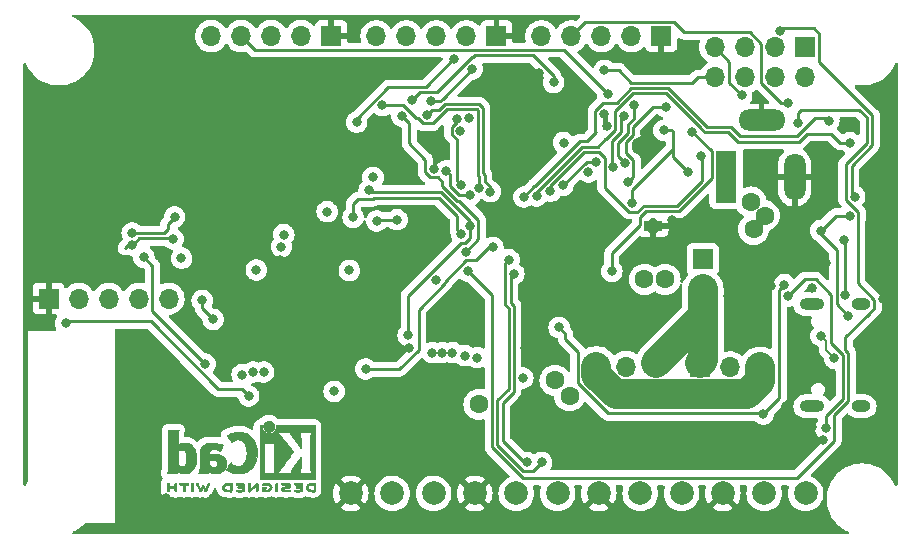
<source format=gbl>
G04 #@! TF.GenerationSoftware,KiCad,Pcbnew,7.0.2-0*
G04 #@! TF.CreationDate,2023-09-20T20:36:22-05:00*
G04 #@! TF.ProjectId,spudglo_driver_v5p0,73707564-676c-46f5-9f64-72697665725f,rev?*
G04 #@! TF.SameCoordinates,Original*
G04 #@! TF.FileFunction,Copper,L4,Bot*
G04 #@! TF.FilePolarity,Positive*
%FSLAX46Y46*%
G04 Gerber Fmt 4.6, Leading zero omitted, Abs format (unit mm)*
G04 Created by KiCad (PCBNEW 7.0.2-0) date 2023-09-20 20:36:22*
%MOMM*%
%LPD*%
G01*
G04 APERTURE LIST*
G04 #@! TA.AperFunction,EtchedComponent*
%ADD10C,0.010000*%
G04 #@! TD*
G04 #@! TA.AperFunction,ComponentPad*
%ADD11R,1.700000X1.700000*%
G04 #@! TD*
G04 #@! TA.AperFunction,ComponentPad*
%ADD12O,1.700000X1.700000*%
G04 #@! TD*
G04 #@! TA.AperFunction,ComponentPad*
%ADD13C,2.000000*%
G04 #@! TD*
G04 #@! TA.AperFunction,ComponentPad*
%ADD14R,1.800000X4.400000*%
G04 #@! TD*
G04 #@! TA.AperFunction,ComponentPad*
%ADD15O,1.800000X4.000000*%
G04 #@! TD*
G04 #@! TA.AperFunction,ComponentPad*
%ADD16O,4.000000X1.800000*%
G04 #@! TD*
G04 #@! TA.AperFunction,ComponentPad*
%ADD17O,2.100000X1.000000*%
G04 #@! TD*
G04 #@! TA.AperFunction,ComponentPad*
%ADD18O,1.600000X1.000000*%
G04 #@! TD*
G04 #@! TA.AperFunction,ComponentPad*
%ADD19C,0.600000*%
G04 #@! TD*
G04 #@! TA.AperFunction,SMDPad,CuDef*
%ADD20R,1.600000X0.900000*%
G04 #@! TD*
G04 #@! TA.AperFunction,ViaPad*
%ADD21C,1.600000*%
G04 #@! TD*
G04 #@! TA.AperFunction,ViaPad*
%ADD22C,0.800000*%
G04 #@! TD*
G04 #@! TA.AperFunction,Conductor*
%ADD23C,0.250000*%
G04 #@! TD*
G04 #@! TA.AperFunction,Conductor*
%ADD24C,0.200000*%
G04 #@! TD*
G04 #@! TA.AperFunction,Conductor*
%ADD25C,2.500000*%
G04 #@! TD*
G04 APERTURE END LIST*
D10*
X86983711Y-169285033D02*
X87079268Y-169302523D01*
X87243558Y-169347564D01*
X87397589Y-169410656D01*
X87543509Y-169492915D01*
X87683466Y-169595457D01*
X87819608Y-169719399D01*
X87863473Y-169764661D01*
X87975758Y-169896865D01*
X88068972Y-170034832D01*
X88145719Y-170182750D01*
X88208603Y-170344803D01*
X88212420Y-170356391D01*
X88262507Y-170542392D01*
X88295899Y-170738521D01*
X88312584Y-170940568D01*
X88312551Y-171144325D01*
X88295791Y-171345581D01*
X88262292Y-171540128D01*
X88212044Y-171723756D01*
X88168190Y-171841053D01*
X88090348Y-172003951D01*
X87996828Y-172157866D01*
X87889822Y-172299671D01*
X87771519Y-172426239D01*
X87644111Y-172534441D01*
X87566606Y-172587120D01*
X87439725Y-172656750D01*
X87302243Y-172715468D01*
X87160716Y-172760587D01*
X87021702Y-172789422D01*
X87007597Y-172791106D01*
X86964153Y-172794434D01*
X86906723Y-172797275D01*
X86841122Y-172799373D01*
X86773167Y-172800468D01*
X86646378Y-172798140D01*
X86498673Y-172785136D01*
X86360779Y-172760133D01*
X86227014Y-172722318D01*
X86203562Y-172713889D01*
X86155612Y-172694408D01*
X86099140Y-172669473D01*
X86037379Y-172640722D01*
X85973563Y-172609790D01*
X85910926Y-172578315D01*
X85852703Y-172547934D01*
X85802127Y-172520283D01*
X85762433Y-172496999D01*
X85736854Y-172479718D01*
X85728625Y-172470079D01*
X85730076Y-172466984D01*
X85741250Y-172447079D01*
X85762134Y-172411420D01*
X85791265Y-172362459D01*
X85827181Y-172302646D01*
X85868420Y-172234433D01*
X85913517Y-172160271D01*
X86094785Y-171863008D01*
X86141315Y-171907539D01*
X86232723Y-171985865D01*
X86346334Y-172060439D01*
X86464122Y-172114474D01*
X86584559Y-172147290D01*
X86706117Y-172158211D01*
X86747585Y-172156868D01*
X86865080Y-172138612D01*
X86975089Y-172099617D01*
X87076430Y-172040670D01*
X87167921Y-171962557D01*
X87248380Y-171866064D01*
X87316627Y-171751978D01*
X87332908Y-171717724D01*
X87378982Y-171594240D01*
X87414106Y-171455918D01*
X87438197Y-171306561D01*
X87451173Y-171149973D01*
X87452949Y-170989956D01*
X87443443Y-170830314D01*
X87422572Y-170674850D01*
X87390252Y-170527366D01*
X87346399Y-170391667D01*
X87308982Y-170305076D01*
X87244185Y-170191688D01*
X87168772Y-170098070D01*
X87082418Y-170023959D01*
X86984795Y-169969094D01*
X86875577Y-169933212D01*
X86754439Y-169916051D01*
X86685038Y-169914880D01*
X86562168Y-169929141D01*
X86446664Y-169964241D01*
X86339953Y-170019682D01*
X86243464Y-170094964D01*
X86227720Y-170109440D01*
X86197150Y-170135962D01*
X86174809Y-170153138D01*
X86164691Y-170157787D01*
X86162706Y-170155597D01*
X86148241Y-170136721D01*
X86124400Y-170103397D01*
X86093029Y-170058380D01*
X86055974Y-170004425D01*
X86015083Y-169944285D01*
X85972202Y-169880718D01*
X85929178Y-169816476D01*
X85887857Y-169754315D01*
X85850086Y-169696991D01*
X85817712Y-169647257D01*
X85792582Y-169607868D01*
X85776542Y-169581580D01*
X85771439Y-169571147D01*
X85776050Y-169566941D01*
X85795267Y-169561933D01*
X85804838Y-169559386D01*
X85832809Y-169548249D01*
X85874448Y-169529802D01*
X85925995Y-169505725D01*
X85983690Y-169477699D01*
X85994957Y-169472154D01*
X86172687Y-169392889D01*
X86342490Y-169333385D01*
X86506430Y-169293245D01*
X86666571Y-169272071D01*
X86824977Y-169269466D01*
X86983711Y-169285033D01*
G04 #@! TA.AperFunction,EtchedComponent*
G36*
X86983711Y-169285033D02*
G01*
X87079268Y-169302523D01*
X87243558Y-169347564D01*
X87397589Y-169410656D01*
X87543509Y-169492915D01*
X87683466Y-169595457D01*
X87819608Y-169719399D01*
X87863473Y-169764661D01*
X87975758Y-169896865D01*
X88068972Y-170034832D01*
X88145719Y-170182750D01*
X88208603Y-170344803D01*
X88212420Y-170356391D01*
X88262507Y-170542392D01*
X88295899Y-170738521D01*
X88312584Y-170940568D01*
X88312551Y-171144325D01*
X88295791Y-171345581D01*
X88262292Y-171540128D01*
X88212044Y-171723756D01*
X88168190Y-171841053D01*
X88090348Y-172003951D01*
X87996828Y-172157866D01*
X87889822Y-172299671D01*
X87771519Y-172426239D01*
X87644111Y-172534441D01*
X87566606Y-172587120D01*
X87439725Y-172656750D01*
X87302243Y-172715468D01*
X87160716Y-172760587D01*
X87021702Y-172789422D01*
X87007597Y-172791106D01*
X86964153Y-172794434D01*
X86906723Y-172797275D01*
X86841122Y-172799373D01*
X86773167Y-172800468D01*
X86646378Y-172798140D01*
X86498673Y-172785136D01*
X86360779Y-172760133D01*
X86227014Y-172722318D01*
X86203562Y-172713889D01*
X86155612Y-172694408D01*
X86099140Y-172669473D01*
X86037379Y-172640722D01*
X85973563Y-172609790D01*
X85910926Y-172578315D01*
X85852703Y-172547934D01*
X85802127Y-172520283D01*
X85762433Y-172496999D01*
X85736854Y-172479718D01*
X85728625Y-172470079D01*
X85730076Y-172466984D01*
X85741250Y-172447079D01*
X85762134Y-172411420D01*
X85791265Y-172362459D01*
X85827181Y-172302646D01*
X85868420Y-172234433D01*
X85913517Y-172160271D01*
X86094785Y-171863008D01*
X86141315Y-171907539D01*
X86232723Y-171985865D01*
X86346334Y-172060439D01*
X86464122Y-172114474D01*
X86584559Y-172147290D01*
X86706117Y-172158211D01*
X86747585Y-172156868D01*
X86865080Y-172138612D01*
X86975089Y-172099617D01*
X87076430Y-172040670D01*
X87167921Y-171962557D01*
X87248380Y-171866064D01*
X87316627Y-171751978D01*
X87332908Y-171717724D01*
X87378982Y-171594240D01*
X87414106Y-171455918D01*
X87438197Y-171306561D01*
X87451173Y-171149973D01*
X87452949Y-170989956D01*
X87443443Y-170830314D01*
X87422572Y-170674850D01*
X87390252Y-170527366D01*
X87346399Y-170391667D01*
X87308982Y-170305076D01*
X87244185Y-170191688D01*
X87168772Y-170098070D01*
X87082418Y-170023959D01*
X86984795Y-169969094D01*
X86875577Y-169933212D01*
X86754439Y-169916051D01*
X86685038Y-169914880D01*
X86562168Y-169929141D01*
X86446664Y-169964241D01*
X86339953Y-170019682D01*
X86243464Y-170094964D01*
X86227720Y-170109440D01*
X86197150Y-170135962D01*
X86174809Y-170153138D01*
X86164691Y-170157787D01*
X86162706Y-170155597D01*
X86148241Y-170136721D01*
X86124400Y-170103397D01*
X86093029Y-170058380D01*
X86055974Y-170004425D01*
X86015083Y-169944285D01*
X85972202Y-169880718D01*
X85929178Y-169816476D01*
X85887857Y-169754315D01*
X85850086Y-169696991D01*
X85817712Y-169647257D01*
X85792582Y-169607868D01*
X85776542Y-169581580D01*
X85771439Y-169571147D01*
X85776050Y-169566941D01*
X85795267Y-169561933D01*
X85804838Y-169559386D01*
X85832809Y-169548249D01*
X85874448Y-169529802D01*
X85925995Y-169505725D01*
X85983690Y-169477699D01*
X85994957Y-169472154D01*
X86172687Y-169392889D01*
X86342490Y-169333385D01*
X86506430Y-169293245D01*
X86666571Y-169272071D01*
X86824977Y-169269466D01*
X86983711Y-169285033D01*
G37*
G04 #@! TD.AperFunction*
X89124150Y-173597179D02*
X89230157Y-173613494D01*
X89323969Y-173641545D01*
X89402765Y-173680452D01*
X89463719Y-173729334D01*
X89489789Y-173762195D01*
X89519297Y-173811394D01*
X89544568Y-173865252D01*
X89562218Y-173916419D01*
X89568858Y-173957544D01*
X89567298Y-173977259D01*
X89554357Y-174028592D01*
X89531194Y-174085118D01*
X89501302Y-174139035D01*
X89468173Y-174182539D01*
X89457977Y-174192887D01*
X89390892Y-174244662D01*
X89310766Y-174284554D01*
X89224556Y-174308956D01*
X89169592Y-174317068D01*
X89076139Y-174323673D01*
X88986358Y-174321586D01*
X88903869Y-174311340D01*
X88832286Y-174293470D01*
X88775228Y-174268508D01*
X88736311Y-174236988D01*
X88734936Y-174235012D01*
X88727848Y-174209786D01*
X88723609Y-174162535D01*
X88722200Y-174093071D01*
X88723060Y-174030838D01*
X88727780Y-173983456D01*
X88739470Y-173951353D01*
X88761239Y-173931800D01*
X88796198Y-173922070D01*
X88847456Y-173919433D01*
X88918123Y-173921161D01*
X88966743Y-173924173D01*
X89016939Y-173932366D01*
X89049433Y-173946419D01*
X89066892Y-173967654D01*
X89071983Y-173997394D01*
X89071877Y-174001936D01*
X89063175Y-174036730D01*
X89039165Y-174060147D01*
X88997900Y-174073347D01*
X88937431Y-174077489D01*
X88868956Y-174077489D01*
X88868956Y-174115841D01*
X88869006Y-174124976D01*
X88871227Y-174142227D01*
X88880494Y-174152521D01*
X88901875Y-174159459D01*
X88940436Y-174166641D01*
X88945910Y-174167575D01*
X89042860Y-174177478D01*
X89132852Y-174174559D01*
X89213760Y-174159829D01*
X89283459Y-174134299D01*
X89339824Y-174098978D01*
X89380729Y-174054879D01*
X89404051Y-174003012D01*
X89407663Y-173944388D01*
X89402145Y-173915494D01*
X89375461Y-173859604D01*
X89329273Y-173813945D01*
X89264291Y-173779108D01*
X89181229Y-173755690D01*
X89156555Y-173751241D01*
X89067226Y-173740742D01*
X88987419Y-173741971D01*
X88909326Y-173754906D01*
X88874183Y-173761696D01*
X88828745Y-173762713D01*
X88797430Y-173750182D01*
X88777277Y-173723395D01*
X88770893Y-173695148D01*
X88780379Y-173663924D01*
X88789708Y-173650499D01*
X88823943Y-173626967D01*
X88876565Y-173609095D01*
X88945081Y-173597599D01*
X89027000Y-173593192D01*
X89124150Y-173597179D01*
G04 #@! TA.AperFunction,EtchedComponent*
G36*
X89124150Y-173597179D02*
G01*
X89230157Y-173613494D01*
X89323969Y-173641545D01*
X89402765Y-173680452D01*
X89463719Y-173729334D01*
X89489789Y-173762195D01*
X89519297Y-173811394D01*
X89544568Y-173865252D01*
X89562218Y-173916419D01*
X89568858Y-173957544D01*
X89567298Y-173977259D01*
X89554357Y-174028592D01*
X89531194Y-174085118D01*
X89501302Y-174139035D01*
X89468173Y-174182539D01*
X89457977Y-174192887D01*
X89390892Y-174244662D01*
X89310766Y-174284554D01*
X89224556Y-174308956D01*
X89169592Y-174317068D01*
X89076139Y-174323673D01*
X88986358Y-174321586D01*
X88903869Y-174311340D01*
X88832286Y-174293470D01*
X88775228Y-174268508D01*
X88736311Y-174236988D01*
X88734936Y-174235012D01*
X88727848Y-174209786D01*
X88723609Y-174162535D01*
X88722200Y-174093071D01*
X88723060Y-174030838D01*
X88727780Y-173983456D01*
X88739470Y-173951353D01*
X88761239Y-173931800D01*
X88796198Y-173922070D01*
X88847456Y-173919433D01*
X88918123Y-173921161D01*
X88966743Y-173924173D01*
X89016939Y-173932366D01*
X89049433Y-173946419D01*
X89066892Y-173967654D01*
X89071983Y-173997394D01*
X89071877Y-174001936D01*
X89063175Y-174036730D01*
X89039165Y-174060147D01*
X88997900Y-174073347D01*
X88937431Y-174077489D01*
X88868956Y-174077489D01*
X88868956Y-174115841D01*
X88869006Y-174124976D01*
X88871227Y-174142227D01*
X88880494Y-174152521D01*
X88901875Y-174159459D01*
X88940436Y-174166641D01*
X88945910Y-174167575D01*
X89042860Y-174177478D01*
X89132852Y-174174559D01*
X89213760Y-174159829D01*
X89283459Y-174134299D01*
X89339824Y-174098978D01*
X89380729Y-174054879D01*
X89404051Y-174003012D01*
X89407663Y-173944388D01*
X89402145Y-173915494D01*
X89375461Y-173859604D01*
X89329273Y-173813945D01*
X89264291Y-173779108D01*
X89181229Y-173755690D01*
X89156555Y-173751241D01*
X89067226Y-173740742D01*
X88987419Y-173741971D01*
X88909326Y-173754906D01*
X88874183Y-173761696D01*
X88828745Y-173762713D01*
X88797430Y-173750182D01*
X88777277Y-173723395D01*
X88770893Y-173695148D01*
X88780379Y-173663924D01*
X88789708Y-173650499D01*
X88823943Y-173626967D01*
X88876565Y-173609095D01*
X88945081Y-173597599D01*
X89027000Y-173593192D01*
X89124150Y-173597179D01*
G37*
G04 #@! TD.AperFunction*
X90835853Y-173592936D02*
X90902100Y-173598366D01*
X90957400Y-173607964D01*
X91008283Y-173622825D01*
X91079595Y-173655958D01*
X91130752Y-173698640D01*
X91161575Y-173750705D01*
X91171889Y-173811983D01*
X91170952Y-173843232D01*
X91165160Y-173868029D01*
X91150353Y-173889699D01*
X91122380Y-173917049D01*
X91114402Y-173924378D01*
X91090692Y-173945281D01*
X91068298Y-173962251D01*
X91044265Y-173976205D01*
X91015637Y-173988056D01*
X90979460Y-173998720D01*
X90932780Y-174009111D01*
X90872641Y-174020146D01*
X90796090Y-174032738D01*
X90700171Y-174047804D01*
X90681808Y-174050838D01*
X90619478Y-174064458D01*
X90574260Y-174080192D01*
X90547976Y-174097263D01*
X90542447Y-174114897D01*
X90545068Y-174119168D01*
X90563000Y-174134233D01*
X90591126Y-174150867D01*
X90603926Y-174156857D01*
X90625224Y-174164050D01*
X90651610Y-174168827D01*
X90687454Y-174171646D01*
X90737128Y-174172964D01*
X90805000Y-174173237D01*
X90822785Y-174173164D01*
X90890406Y-174172053D01*
X90955345Y-174169828D01*
X91010970Y-174166762D01*
X91050651Y-174163127D01*
X91086162Y-174159059D01*
X91115415Y-174158276D01*
X91134315Y-174162876D01*
X91149429Y-174173551D01*
X91153085Y-174177144D01*
X91169427Y-174208918D01*
X91168107Y-174244572D01*
X91149150Y-174275190D01*
X91128780Y-174286796D01*
X91092796Y-174299491D01*
X91050372Y-174309541D01*
X91046922Y-174310140D01*
X91004252Y-174315356D01*
X90946866Y-174319730D01*
X90881849Y-174322818D01*
X90816289Y-174324177D01*
X90800057Y-174324218D01*
X90701744Y-174321741D01*
X90621692Y-174313735D01*
X90556513Y-174299203D01*
X90502817Y-174277149D01*
X90457216Y-174246576D01*
X90416323Y-174206486D01*
X90396202Y-174180259D01*
X90384576Y-174150712D01*
X90381667Y-174110995D01*
X90381808Y-174099026D01*
X90385681Y-174066345D01*
X90398065Y-174039819D01*
X90423230Y-174008971D01*
X90444442Y-173986831D01*
X90470838Y-173964285D01*
X90500555Y-173945917D01*
X90536785Y-173930661D01*
X90582717Y-173917449D01*
X90641544Y-173905214D01*
X90716456Y-173892889D01*
X90810645Y-173879406D01*
X90855957Y-173872396D01*
X90923911Y-173857837D01*
X90973047Y-173841337D01*
X91002614Y-173823439D01*
X91011864Y-173804685D01*
X91000048Y-173785615D01*
X90966416Y-173766771D01*
X90963370Y-173765557D01*
X90917011Y-173753479D01*
X90854361Y-173745279D01*
X90780927Y-173741119D01*
X90702217Y-173741161D01*
X90623739Y-173745569D01*
X90551000Y-173754505D01*
X90547073Y-173755154D01*
X90498257Y-173762861D01*
X90466005Y-173766473D01*
X90445008Y-173765876D01*
X90429954Y-173760954D01*
X90415534Y-173751596D01*
X90414364Y-173750725D01*
X90389847Y-173720351D01*
X90385054Y-173684850D01*
X90400860Y-173650269D01*
X90405406Y-173645813D01*
X90435020Y-173630673D01*
X90482002Y-173617550D01*
X90542306Y-173606750D01*
X90611888Y-173598581D01*
X90686703Y-173593351D01*
X90762706Y-173591367D01*
X90835853Y-173592936D01*
G04 #@! TA.AperFunction,EtchedComponent*
G36*
X90835853Y-173592936D02*
G01*
X90902100Y-173598366D01*
X90957400Y-173607964D01*
X91008283Y-173622825D01*
X91079595Y-173655958D01*
X91130752Y-173698640D01*
X91161575Y-173750705D01*
X91171889Y-173811983D01*
X91170952Y-173843232D01*
X91165160Y-173868029D01*
X91150353Y-173889699D01*
X91122380Y-173917049D01*
X91114402Y-173924378D01*
X91090692Y-173945281D01*
X91068298Y-173962251D01*
X91044265Y-173976205D01*
X91015637Y-173988056D01*
X90979460Y-173998720D01*
X90932780Y-174009111D01*
X90872641Y-174020146D01*
X90796090Y-174032738D01*
X90700171Y-174047804D01*
X90681808Y-174050838D01*
X90619478Y-174064458D01*
X90574260Y-174080192D01*
X90547976Y-174097263D01*
X90542447Y-174114897D01*
X90545068Y-174119168D01*
X90563000Y-174134233D01*
X90591126Y-174150867D01*
X90603926Y-174156857D01*
X90625224Y-174164050D01*
X90651610Y-174168827D01*
X90687454Y-174171646D01*
X90737128Y-174172964D01*
X90805000Y-174173237D01*
X90822785Y-174173164D01*
X90890406Y-174172053D01*
X90955345Y-174169828D01*
X91010970Y-174166762D01*
X91050651Y-174163127D01*
X91086162Y-174159059D01*
X91115415Y-174158276D01*
X91134315Y-174162876D01*
X91149429Y-174173551D01*
X91153085Y-174177144D01*
X91169427Y-174208918D01*
X91168107Y-174244572D01*
X91149150Y-174275190D01*
X91128780Y-174286796D01*
X91092796Y-174299491D01*
X91050372Y-174309541D01*
X91046922Y-174310140D01*
X91004252Y-174315356D01*
X90946866Y-174319730D01*
X90881849Y-174322818D01*
X90816289Y-174324177D01*
X90800057Y-174324218D01*
X90701744Y-174321741D01*
X90621692Y-174313735D01*
X90556513Y-174299203D01*
X90502817Y-174277149D01*
X90457216Y-174246576D01*
X90416323Y-174206486D01*
X90396202Y-174180259D01*
X90384576Y-174150712D01*
X90381667Y-174110995D01*
X90381808Y-174099026D01*
X90385681Y-174066345D01*
X90398065Y-174039819D01*
X90423230Y-174008971D01*
X90444442Y-173986831D01*
X90470838Y-173964285D01*
X90500555Y-173945917D01*
X90536785Y-173930661D01*
X90582717Y-173917449D01*
X90641544Y-173905214D01*
X90716456Y-173892889D01*
X90810645Y-173879406D01*
X90855957Y-173872396D01*
X90923911Y-173857837D01*
X90973047Y-173841337D01*
X91002614Y-173823439D01*
X91011864Y-173804685D01*
X91000048Y-173785615D01*
X90966416Y-173766771D01*
X90963370Y-173765557D01*
X90917011Y-173753479D01*
X90854361Y-173745279D01*
X90780927Y-173741119D01*
X90702217Y-173741161D01*
X90623739Y-173745569D01*
X90551000Y-173754505D01*
X90547073Y-173755154D01*
X90498257Y-173762861D01*
X90466005Y-173766473D01*
X90445008Y-173765876D01*
X90429954Y-173760954D01*
X90415534Y-173751596D01*
X90414364Y-173750725D01*
X90389847Y-173720351D01*
X90385054Y-173684850D01*
X90400860Y-173650269D01*
X90405406Y-173645813D01*
X90435020Y-173630673D01*
X90482002Y-173617550D01*
X90542306Y-173606750D01*
X90611888Y-173598581D01*
X90686703Y-173593351D01*
X90762706Y-173591367D01*
X90835853Y-173592936D01*
G37*
G04 #@! TD.AperFunction*
X89449562Y-168355850D02*
X89532313Y-168383053D01*
X89607406Y-168428484D01*
X89679298Y-168494302D01*
X89717846Y-168538567D01*
X89757256Y-168596961D01*
X89782446Y-168657586D01*
X89795861Y-168726865D01*
X89799948Y-168811222D01*
X89799669Y-168857307D01*
X89797460Y-168898450D01*
X89791894Y-168930582D01*
X89781586Y-168961122D01*
X89765148Y-168997489D01*
X89751200Y-169024728D01*
X89692665Y-169110429D01*
X89620619Y-169179617D01*
X89536947Y-169230741D01*
X89443531Y-169262250D01*
X89410434Y-169269225D01*
X89369960Y-169276094D01*
X89336999Y-169277919D01*
X89302698Y-169274947D01*
X89258200Y-169267426D01*
X89206934Y-169255002D01*
X89116434Y-169217112D01*
X89037345Y-169162836D01*
X88971528Y-169094770D01*
X88920840Y-169015511D01*
X88887140Y-168927654D01*
X88872286Y-168833795D01*
X88878136Y-168736530D01*
X88904399Y-168640220D01*
X88949418Y-168551494D01*
X89010373Y-168476419D01*
X89085184Y-168416641D01*
X89171768Y-168373809D01*
X89268043Y-168349571D01*
X89371928Y-168345576D01*
X89449562Y-168355850D01*
G04 #@! TA.AperFunction,EtchedComponent*
G36*
X89449562Y-168355850D02*
G01*
X89532313Y-168383053D01*
X89607406Y-168428484D01*
X89679298Y-168494302D01*
X89717846Y-168538567D01*
X89757256Y-168596961D01*
X89782446Y-168657586D01*
X89795861Y-168726865D01*
X89799948Y-168811222D01*
X89799669Y-168857307D01*
X89797460Y-168898450D01*
X89791894Y-168930582D01*
X89781586Y-168961122D01*
X89765148Y-168997489D01*
X89751200Y-169024728D01*
X89692665Y-169110429D01*
X89620619Y-169179617D01*
X89536947Y-169230741D01*
X89443531Y-169262250D01*
X89410434Y-169269225D01*
X89369960Y-169276094D01*
X89336999Y-169277919D01*
X89302698Y-169274947D01*
X89258200Y-169267426D01*
X89206934Y-169255002D01*
X89116434Y-169217112D01*
X89037345Y-169162836D01*
X88971528Y-169094770D01*
X88920840Y-169015511D01*
X88887140Y-168927654D01*
X88872286Y-168833795D01*
X88878136Y-168736530D01*
X88904399Y-168640220D01*
X88949418Y-168551494D01*
X89010373Y-168476419D01*
X89085184Y-168416641D01*
X89171768Y-168373809D01*
X89268043Y-168349571D01*
X89371928Y-168345576D01*
X89449562Y-168355850D01*
G37*
G04 #@! TD.AperFunction*
X83180994Y-171565711D02*
X83180268Y-171643158D01*
X83171689Y-171794594D01*
X83152833Y-171931283D01*
X83122837Y-172057276D01*
X83080836Y-172176625D01*
X83025969Y-172293381D01*
X82959167Y-172404179D01*
X82868363Y-172517739D01*
X82764708Y-172613211D01*
X82648887Y-172690073D01*
X82521586Y-172747797D01*
X82383489Y-172785858D01*
X82345793Y-172791666D01*
X82266752Y-172797396D01*
X82178629Y-172797583D01*
X82089236Y-172792539D01*
X82006384Y-172782578D01*
X81937887Y-172768012D01*
X81907035Y-172758364D01*
X81829730Y-172728123D01*
X81752679Y-172690617D01*
X81683200Y-172649614D01*
X81628615Y-172608879D01*
X81605916Y-172589505D01*
X81583201Y-172571662D01*
X81571779Y-172564778D01*
X81570537Y-172566424D01*
X81567728Y-172584205D01*
X81565776Y-172617370D01*
X81565045Y-172660733D01*
X81565045Y-172756689D01*
X80706896Y-172756689D01*
X80741161Y-172695974D01*
X80746355Y-172686868D01*
X80754715Y-172672249D01*
X80762288Y-172658173D01*
X80769112Y-172643540D01*
X80775227Y-172627249D01*
X80780673Y-172608198D01*
X80785487Y-172585286D01*
X80789708Y-172557413D01*
X80793377Y-172523478D01*
X80796531Y-172482379D01*
X80799211Y-172433015D01*
X80801454Y-172374286D01*
X80803299Y-172305090D01*
X80804787Y-172224326D01*
X80805955Y-172130894D01*
X80806678Y-172043721D01*
X81610200Y-172043721D01*
X81680756Y-172090089D01*
X81721417Y-172113791D01*
X81775546Y-172139639D01*
X81824689Y-172157829D01*
X81888165Y-172173551D01*
X81984331Y-172184541D01*
X82068900Y-172176365D01*
X82142219Y-172148805D01*
X82204637Y-172101642D01*
X82256502Y-172034658D01*
X82298160Y-171947633D01*
X82329962Y-171840350D01*
X82332545Y-171828009D01*
X82341000Y-171766772D01*
X82346663Y-171689692D01*
X82349576Y-171602002D01*
X82349783Y-171508934D01*
X82347330Y-171415720D01*
X82342261Y-171327594D01*
X82334619Y-171249788D01*
X82324448Y-171187533D01*
X82323167Y-171181666D01*
X82294126Y-171071121D01*
X82259610Y-170980575D01*
X82218456Y-170907953D01*
X82169499Y-170851181D01*
X82111574Y-170808184D01*
X82079620Y-170792615D01*
X82006784Y-170773722D01*
X81925443Y-170770465D01*
X81840319Y-170782389D01*
X81756133Y-170809040D01*
X81677608Y-170849962D01*
X81610200Y-170893530D01*
X81610200Y-172043721D01*
X80806678Y-172043721D01*
X80806844Y-172023692D01*
X80807491Y-171901620D01*
X80807936Y-171763576D01*
X80808218Y-171608459D01*
X80808375Y-171435168D01*
X80808448Y-171242603D01*
X80808474Y-171029662D01*
X80808493Y-170795245D01*
X80808689Y-169110378D01*
X81714017Y-169110378D01*
X81689585Y-169147067D01*
X81683318Y-169156647D01*
X81657208Y-169202981D01*
X81639469Y-169250102D01*
X81627908Y-169305251D01*
X81620331Y-169375667D01*
X81619839Y-169382650D01*
X81618062Y-169420641D01*
X81616444Y-169474576D01*
X81614999Y-169541703D01*
X81613740Y-169619271D01*
X81612680Y-169704528D01*
X81611829Y-169794724D01*
X81611203Y-169887107D01*
X81610812Y-169978925D01*
X81610670Y-170067427D01*
X81610790Y-170149862D01*
X81611183Y-170223479D01*
X81611862Y-170285526D01*
X81612841Y-170333251D01*
X81614132Y-170363904D01*
X81615747Y-170374733D01*
X81623957Y-170370333D01*
X81645647Y-170355362D01*
X81675014Y-170333448D01*
X81723879Y-170299236D01*
X81812125Y-170252714D01*
X81910916Y-170219046D01*
X82023510Y-170197231D01*
X82153164Y-170186265D01*
X82245670Y-170185219D01*
X82367011Y-170195014D01*
X82477099Y-170219174D01*
X82580389Y-170258785D01*
X82681338Y-170314932D01*
X82726503Y-170345883D01*
X82831911Y-170437115D01*
X82923538Y-170546106D01*
X83001332Y-170672726D01*
X83065241Y-170816845D01*
X83115214Y-170978332D01*
X83151198Y-171157059D01*
X83173143Y-171352895D01*
X83178900Y-171508934D01*
X83180994Y-171565711D01*
G04 #@! TA.AperFunction,EtchedComponent*
G36*
X83180994Y-171565711D02*
G01*
X83180268Y-171643158D01*
X83171689Y-171794594D01*
X83152833Y-171931283D01*
X83122837Y-172057276D01*
X83080836Y-172176625D01*
X83025969Y-172293381D01*
X82959167Y-172404179D01*
X82868363Y-172517739D01*
X82764708Y-172613211D01*
X82648887Y-172690073D01*
X82521586Y-172747797D01*
X82383489Y-172785858D01*
X82345793Y-172791666D01*
X82266752Y-172797396D01*
X82178629Y-172797583D01*
X82089236Y-172792539D01*
X82006384Y-172782578D01*
X81937887Y-172768012D01*
X81907035Y-172758364D01*
X81829730Y-172728123D01*
X81752679Y-172690617D01*
X81683200Y-172649614D01*
X81628615Y-172608879D01*
X81605916Y-172589505D01*
X81583201Y-172571662D01*
X81571779Y-172564778D01*
X81570537Y-172566424D01*
X81567728Y-172584205D01*
X81565776Y-172617370D01*
X81565045Y-172660733D01*
X81565045Y-172756689D01*
X80706896Y-172756689D01*
X80741161Y-172695974D01*
X80746355Y-172686868D01*
X80754715Y-172672249D01*
X80762288Y-172658173D01*
X80769112Y-172643540D01*
X80775227Y-172627249D01*
X80780673Y-172608198D01*
X80785487Y-172585286D01*
X80789708Y-172557413D01*
X80793377Y-172523478D01*
X80796531Y-172482379D01*
X80799211Y-172433015D01*
X80801454Y-172374286D01*
X80803299Y-172305090D01*
X80804787Y-172224326D01*
X80805955Y-172130894D01*
X80806678Y-172043721D01*
X81610200Y-172043721D01*
X81680756Y-172090089D01*
X81721417Y-172113791D01*
X81775546Y-172139639D01*
X81824689Y-172157829D01*
X81888165Y-172173551D01*
X81984331Y-172184541D01*
X82068900Y-172176365D01*
X82142219Y-172148805D01*
X82204637Y-172101642D01*
X82256502Y-172034658D01*
X82298160Y-171947633D01*
X82329962Y-171840350D01*
X82332545Y-171828009D01*
X82341000Y-171766772D01*
X82346663Y-171689692D01*
X82349576Y-171602002D01*
X82349783Y-171508934D01*
X82347330Y-171415720D01*
X82342261Y-171327594D01*
X82334619Y-171249788D01*
X82324448Y-171187533D01*
X82323167Y-171181666D01*
X82294126Y-171071121D01*
X82259610Y-170980575D01*
X82218456Y-170907953D01*
X82169499Y-170851181D01*
X82111574Y-170808184D01*
X82079620Y-170792615D01*
X82006784Y-170773722D01*
X81925443Y-170770465D01*
X81840319Y-170782389D01*
X81756133Y-170809040D01*
X81677608Y-170849962D01*
X81610200Y-170893530D01*
X81610200Y-172043721D01*
X80806678Y-172043721D01*
X80806844Y-172023692D01*
X80807491Y-171901620D01*
X80807936Y-171763576D01*
X80808218Y-171608459D01*
X80808375Y-171435168D01*
X80808448Y-171242603D01*
X80808474Y-171029662D01*
X80808493Y-170795245D01*
X80808689Y-169110378D01*
X81714017Y-169110378D01*
X81689585Y-169147067D01*
X81683318Y-169156647D01*
X81657208Y-169202981D01*
X81639469Y-169250102D01*
X81627908Y-169305251D01*
X81620331Y-169375667D01*
X81619839Y-169382650D01*
X81618062Y-169420641D01*
X81616444Y-169474576D01*
X81614999Y-169541703D01*
X81613740Y-169619271D01*
X81612680Y-169704528D01*
X81611829Y-169794724D01*
X81611203Y-169887107D01*
X81610812Y-169978925D01*
X81610670Y-170067427D01*
X81610790Y-170149862D01*
X81611183Y-170223479D01*
X81611862Y-170285526D01*
X81612841Y-170333251D01*
X81614132Y-170363904D01*
X81615747Y-170374733D01*
X81623957Y-170370333D01*
X81645647Y-170355362D01*
X81675014Y-170333448D01*
X81723879Y-170299236D01*
X81812125Y-170252714D01*
X81910916Y-170219046D01*
X82023510Y-170197231D01*
X82153164Y-170186265D01*
X82245670Y-170185219D01*
X82367011Y-170195014D01*
X82477099Y-170219174D01*
X82580389Y-170258785D01*
X82681338Y-170314932D01*
X82726503Y-170345883D01*
X82831911Y-170437115D01*
X82923538Y-170546106D01*
X83001332Y-170672726D01*
X83065241Y-170816845D01*
X83115214Y-170978332D01*
X83151198Y-171157059D01*
X83173143Y-171352895D01*
X83178900Y-171508934D01*
X83180994Y-171565711D01*
G37*
G04 #@! TD.AperFunction*
X85722755Y-171966467D02*
X85722261Y-172000363D01*
X85718632Y-172075202D01*
X85711022Y-172137401D01*
X85698688Y-172193984D01*
X85654313Y-172320076D01*
X85591400Y-172434679D01*
X85511238Y-172535568D01*
X85414740Y-172621924D01*
X85302822Y-172692932D01*
X85176397Y-172747776D01*
X85036378Y-172785638D01*
X85000149Y-172791351D01*
X84921155Y-172797313D01*
X84832841Y-172797646D01*
X84743075Y-172792659D01*
X84659722Y-172782666D01*
X84590651Y-172767978D01*
X84504187Y-172737749D01*
X84394286Y-172683057D01*
X84296956Y-172615543D01*
X84234867Y-172564556D01*
X84231605Y-172660622D01*
X84228343Y-172756689D01*
X83805450Y-172756689D01*
X83794543Y-172756686D01*
X83700056Y-172756380D01*
X83613331Y-172755616D01*
X83536837Y-172754451D01*
X83473043Y-172752942D01*
X83424418Y-172751147D01*
X83393433Y-172749121D01*
X83382556Y-172746922D01*
X83382578Y-172746463D01*
X83389614Y-172730910D01*
X83405434Y-172708071D01*
X83409734Y-172702638D01*
X83420777Y-172688606D01*
X83430311Y-172675186D01*
X83438461Y-172660722D01*
X83445352Y-172643556D01*
X83451111Y-172622034D01*
X83455862Y-172594498D01*
X83459731Y-172559292D01*
X83462844Y-172514760D01*
X83465325Y-172459246D01*
X83467300Y-172391093D01*
X83468894Y-172308645D01*
X83470234Y-172210246D01*
X83471444Y-172094239D01*
X83471896Y-172043462D01*
X84274378Y-172043462D01*
X84319048Y-172099973D01*
X84331785Y-172115212D01*
X84378604Y-172157844D01*
X84439255Y-172193672D01*
X84449897Y-172198850D01*
X84488676Y-172215745D01*
X84523692Y-172225909D01*
X84563722Y-172231325D01*
X84617541Y-172233978D01*
X84635648Y-172234383D01*
X84711011Y-172231540D01*
X84771743Y-172219620D01*
X84823452Y-172197037D01*
X84871746Y-172162211D01*
X84876803Y-172157798D01*
X84925272Y-172102160D01*
X84953459Y-172038333D01*
X84962752Y-171963282D01*
X84955520Y-171891693D01*
X84930796Y-171828645D01*
X84886249Y-171770758D01*
X84831319Y-171723808D01*
X84758894Y-171683961D01*
X84672340Y-171656263D01*
X84569670Y-171640096D01*
X84448894Y-171634842D01*
X84440007Y-171634857D01*
X84384660Y-171635655D01*
X84337736Y-171637488D01*
X84303953Y-171640111D01*
X84288028Y-171643274D01*
X84283943Y-171649741D01*
X84279572Y-171671875D01*
X84276604Y-171710988D01*
X84274914Y-171768939D01*
X84274378Y-171847586D01*
X84274378Y-172043462D01*
X83471896Y-172043462D01*
X83472649Y-171958968D01*
X83473975Y-171802778D01*
X83475228Y-171660012D01*
X83476651Y-171514942D01*
X83478176Y-171389027D01*
X83479933Y-171280436D01*
X83482051Y-171187334D01*
X83484660Y-171107891D01*
X83487890Y-171040273D01*
X83491869Y-170982649D01*
X83496728Y-170933185D01*
X83502597Y-170890050D01*
X83509604Y-170851410D01*
X83517880Y-170815434D01*
X83527554Y-170780289D01*
X83538756Y-170744142D01*
X83551616Y-170705161D01*
X83567090Y-170662091D01*
X83609994Y-170569871D01*
X83663735Y-170490099D01*
X83732576Y-170415965D01*
X83810185Y-170352405D01*
X83914761Y-170290725D01*
X84034244Y-170243202D01*
X84169508Y-170209567D01*
X84321426Y-170189552D01*
X84490872Y-170182889D01*
X84548890Y-170183287D01*
X84614398Y-170185335D01*
X84675693Y-170189704D01*
X84737097Y-170197035D01*
X84802932Y-170207969D01*
X84877520Y-170223147D01*
X84965184Y-170243209D01*
X85070245Y-170268797D01*
X85098806Y-170275820D01*
X85174054Y-170293776D01*
X85244388Y-170309820D01*
X85305567Y-170323028D01*
X85353354Y-170332474D01*
X85383511Y-170337231D01*
X85411783Y-170340910D01*
X85438060Y-170346187D01*
X85448059Y-170350942D01*
X85444952Y-170359781D01*
X85434194Y-170387072D01*
X85416864Y-170429906D01*
X85394126Y-170485425D01*
X85367147Y-170550772D01*
X85337090Y-170623089D01*
X85330493Y-170638879D01*
X85291907Y-170729484D01*
X85260768Y-170799217D01*
X85236917Y-170848405D01*
X85220198Y-170877374D01*
X85210454Y-170886452D01*
X85202766Y-170884405D01*
X85176415Y-170874760D01*
X85137982Y-170859190D01*
X85092822Y-170839815D01*
X84998293Y-170801814D01*
X84861480Y-170760780D01*
X84720289Y-170735612D01*
X84682314Y-170731611D01*
X84579059Y-170729447D01*
X84491952Y-170742622D01*
X84420129Y-170771756D01*
X84362731Y-170817466D01*
X84318896Y-170880372D01*
X84287762Y-170961092D01*
X84268470Y-171060245D01*
X84261050Y-171119224D01*
X84422936Y-171112445D01*
X84549495Y-171110813D01*
X84700951Y-171117194D01*
X84849396Y-171131777D01*
X84985578Y-171153882D01*
X85050245Y-171168821D01*
X85182490Y-171211741D01*
X85304762Y-171268340D01*
X85414685Y-171337017D01*
X85509883Y-171416170D01*
X85587980Y-171504196D01*
X85646599Y-171599493D01*
X85670595Y-171651864D01*
X85696232Y-171722590D01*
X85712478Y-171793812D01*
X85720822Y-171872712D01*
X85722690Y-171963282D01*
X85722755Y-171966467D01*
G04 #@! TA.AperFunction,EtchedComponent*
G36*
X85722755Y-171966467D02*
G01*
X85722261Y-172000363D01*
X85718632Y-172075202D01*
X85711022Y-172137401D01*
X85698688Y-172193984D01*
X85654313Y-172320076D01*
X85591400Y-172434679D01*
X85511238Y-172535568D01*
X85414740Y-172621924D01*
X85302822Y-172692932D01*
X85176397Y-172747776D01*
X85036378Y-172785638D01*
X85000149Y-172791351D01*
X84921155Y-172797313D01*
X84832841Y-172797646D01*
X84743075Y-172792659D01*
X84659722Y-172782666D01*
X84590651Y-172767978D01*
X84504187Y-172737749D01*
X84394286Y-172683057D01*
X84296956Y-172615543D01*
X84234867Y-172564556D01*
X84231605Y-172660622D01*
X84228343Y-172756689D01*
X83805450Y-172756689D01*
X83794543Y-172756686D01*
X83700056Y-172756380D01*
X83613331Y-172755616D01*
X83536837Y-172754451D01*
X83473043Y-172752942D01*
X83424418Y-172751147D01*
X83393433Y-172749121D01*
X83382556Y-172746922D01*
X83382578Y-172746463D01*
X83389614Y-172730910D01*
X83405434Y-172708071D01*
X83409734Y-172702638D01*
X83420777Y-172688606D01*
X83430311Y-172675186D01*
X83438461Y-172660722D01*
X83445352Y-172643556D01*
X83451111Y-172622034D01*
X83455862Y-172594498D01*
X83459731Y-172559292D01*
X83462844Y-172514760D01*
X83465325Y-172459246D01*
X83467300Y-172391093D01*
X83468894Y-172308645D01*
X83470234Y-172210246D01*
X83471444Y-172094239D01*
X83471896Y-172043462D01*
X84274378Y-172043462D01*
X84319048Y-172099973D01*
X84331785Y-172115212D01*
X84378604Y-172157844D01*
X84439255Y-172193672D01*
X84449897Y-172198850D01*
X84488676Y-172215745D01*
X84523692Y-172225909D01*
X84563722Y-172231325D01*
X84617541Y-172233978D01*
X84635648Y-172234383D01*
X84711011Y-172231540D01*
X84771743Y-172219620D01*
X84823452Y-172197037D01*
X84871746Y-172162211D01*
X84876803Y-172157798D01*
X84925272Y-172102160D01*
X84953459Y-172038333D01*
X84962752Y-171963282D01*
X84955520Y-171891693D01*
X84930796Y-171828645D01*
X84886249Y-171770758D01*
X84831319Y-171723808D01*
X84758894Y-171683961D01*
X84672340Y-171656263D01*
X84569670Y-171640096D01*
X84448894Y-171634842D01*
X84440007Y-171634857D01*
X84384660Y-171635655D01*
X84337736Y-171637488D01*
X84303953Y-171640111D01*
X84288028Y-171643274D01*
X84283943Y-171649741D01*
X84279572Y-171671875D01*
X84276604Y-171710988D01*
X84274914Y-171768939D01*
X84274378Y-171847586D01*
X84274378Y-172043462D01*
X83471896Y-172043462D01*
X83472649Y-171958968D01*
X83473975Y-171802778D01*
X83475228Y-171660012D01*
X83476651Y-171514942D01*
X83478176Y-171389027D01*
X83479933Y-171280436D01*
X83482051Y-171187334D01*
X83484660Y-171107891D01*
X83487890Y-171040273D01*
X83491869Y-170982649D01*
X83496728Y-170933185D01*
X83502597Y-170890050D01*
X83509604Y-170851410D01*
X83517880Y-170815434D01*
X83527554Y-170780289D01*
X83538756Y-170744142D01*
X83551616Y-170705161D01*
X83567090Y-170662091D01*
X83609994Y-170569871D01*
X83663735Y-170490099D01*
X83732576Y-170415965D01*
X83810185Y-170352405D01*
X83914761Y-170290725D01*
X84034244Y-170243202D01*
X84169508Y-170209567D01*
X84321426Y-170189552D01*
X84490872Y-170182889D01*
X84548890Y-170183287D01*
X84614398Y-170185335D01*
X84675693Y-170189704D01*
X84737097Y-170197035D01*
X84802932Y-170207969D01*
X84877520Y-170223147D01*
X84965184Y-170243209D01*
X85070245Y-170268797D01*
X85098806Y-170275820D01*
X85174054Y-170293776D01*
X85244388Y-170309820D01*
X85305567Y-170323028D01*
X85353354Y-170332474D01*
X85383511Y-170337231D01*
X85411783Y-170340910D01*
X85438060Y-170346187D01*
X85448059Y-170350942D01*
X85444952Y-170359781D01*
X85434194Y-170387072D01*
X85416864Y-170429906D01*
X85394126Y-170485425D01*
X85367147Y-170550772D01*
X85337090Y-170623089D01*
X85330493Y-170638879D01*
X85291907Y-170729484D01*
X85260768Y-170799217D01*
X85236917Y-170848405D01*
X85220198Y-170877374D01*
X85210454Y-170886452D01*
X85202766Y-170884405D01*
X85176415Y-170874760D01*
X85137982Y-170859190D01*
X85092822Y-170839815D01*
X84998293Y-170801814D01*
X84861480Y-170760780D01*
X84720289Y-170735612D01*
X84682314Y-170731611D01*
X84579059Y-170729447D01*
X84491952Y-170742622D01*
X84420129Y-170771756D01*
X84362731Y-170817466D01*
X84318896Y-170880372D01*
X84287762Y-170961092D01*
X84268470Y-171060245D01*
X84261050Y-171119224D01*
X84422936Y-171112445D01*
X84549495Y-171110813D01*
X84700951Y-171117194D01*
X84849396Y-171131777D01*
X84985578Y-171153882D01*
X85050245Y-171168821D01*
X85182490Y-171211741D01*
X85304762Y-171268340D01*
X85414685Y-171337017D01*
X85509883Y-171416170D01*
X85587980Y-171504196D01*
X85646599Y-171599493D01*
X85670595Y-171651864D01*
X85696232Y-171722590D01*
X85712478Y-171793812D01*
X85720822Y-171872712D01*
X85722690Y-171963282D01*
X85722755Y-171966467D01*
G37*
G04 #@! TD.AperFunction*
X91851734Y-173592083D02*
X91928831Y-173592275D01*
X91987777Y-173592860D01*
X92031364Y-173594051D01*
X92062383Y-173596064D01*
X92083625Y-173599112D01*
X92097882Y-173603409D01*
X92107945Y-173609172D01*
X92116606Y-173616612D01*
X92118391Y-173618293D01*
X92125635Y-173625832D01*
X92131277Y-173634850D01*
X92135517Y-173647984D01*
X92138556Y-173667872D01*
X92140594Y-173697151D01*
X92141830Y-173738458D01*
X92142465Y-173794431D01*
X92142700Y-173867707D01*
X92142734Y-173960923D01*
X92142697Y-174033713D01*
X92142448Y-174111889D01*
X92141812Y-174172103D01*
X92140615Y-174216982D01*
X92138684Y-174249152D01*
X92135846Y-174271239D01*
X92131927Y-174285870D01*
X92126755Y-174295670D01*
X92120156Y-174303267D01*
X92116822Y-174306444D01*
X92108300Y-174312554D01*
X92096298Y-174317229D01*
X92078087Y-174320659D01*
X92050940Y-174323036D01*
X92012129Y-174324552D01*
X91958924Y-174325398D01*
X91888598Y-174325765D01*
X91798422Y-174325845D01*
X91756314Y-174325833D01*
X91675167Y-174325651D01*
X91612675Y-174325098D01*
X91566109Y-174323982D01*
X91532741Y-174322113D01*
X91509844Y-174319298D01*
X91494688Y-174315346D01*
X91484546Y-174310066D01*
X91476689Y-174303267D01*
X91461963Y-174281667D01*
X91454111Y-174252467D01*
X91459610Y-174228560D01*
X91476689Y-174201667D01*
X91481668Y-174197059D01*
X91491443Y-174190772D01*
X91505559Y-174186146D01*
X91527054Y-174182930D01*
X91558968Y-174180870D01*
X91604342Y-174179712D01*
X91666213Y-174179202D01*
X91747622Y-174179089D01*
X91995978Y-174179089D01*
X91995978Y-174021045D01*
X91834801Y-174021045D01*
X91798983Y-174020899D01*
X91733359Y-174019176D01*
X91686118Y-174014741D01*
X91654383Y-174006637D01*
X91635277Y-173993906D01*
X91625923Y-173975592D01*
X91623445Y-173950738D01*
X91624242Y-173930482D01*
X91629494Y-173908656D01*
X91642288Y-173893304D01*
X91665628Y-173883309D01*
X91702517Y-173877553D01*
X91755959Y-173874919D01*
X91828958Y-173874289D01*
X91997105Y-173874289D01*
X91993719Y-173809378D01*
X91990334Y-173744467D01*
X91742617Y-173741418D01*
X91680026Y-173740539D01*
X91611565Y-173739095D01*
X91560661Y-173737164D01*
X91524408Y-173734514D01*
X91499901Y-173730910D01*
X91484235Y-173726121D01*
X91474506Y-173719913D01*
X91468491Y-173713510D01*
X91455482Y-173681828D01*
X91459043Y-173646142D01*
X91478818Y-173615084D01*
X91482069Y-173612161D01*
X91491049Y-173605810D01*
X91503153Y-173600957D01*
X91521159Y-173597403D01*
X91547847Y-173594946D01*
X91585997Y-173593385D01*
X91638386Y-173592518D01*
X91707794Y-173592146D01*
X91797001Y-173592067D01*
X91851734Y-173592083D01*
G04 #@! TA.AperFunction,EtchedComponent*
G36*
X91851734Y-173592083D02*
G01*
X91928831Y-173592275D01*
X91987777Y-173592860D01*
X92031364Y-173594051D01*
X92062383Y-173596064D01*
X92083625Y-173599112D01*
X92097882Y-173603409D01*
X92107945Y-173609172D01*
X92116606Y-173616612D01*
X92118391Y-173618293D01*
X92125635Y-173625832D01*
X92131277Y-173634850D01*
X92135517Y-173647984D01*
X92138556Y-173667872D01*
X92140594Y-173697151D01*
X92141830Y-173738458D01*
X92142465Y-173794431D01*
X92142700Y-173867707D01*
X92142734Y-173960923D01*
X92142697Y-174033713D01*
X92142448Y-174111889D01*
X92141812Y-174172103D01*
X92140615Y-174216982D01*
X92138684Y-174249152D01*
X92135846Y-174271239D01*
X92131927Y-174285870D01*
X92126755Y-174295670D01*
X92120156Y-174303267D01*
X92116822Y-174306444D01*
X92108300Y-174312554D01*
X92096298Y-174317229D01*
X92078087Y-174320659D01*
X92050940Y-174323036D01*
X92012129Y-174324552D01*
X91958924Y-174325398D01*
X91888598Y-174325765D01*
X91798422Y-174325845D01*
X91756314Y-174325833D01*
X91675167Y-174325651D01*
X91612675Y-174325098D01*
X91566109Y-174323982D01*
X91532741Y-174322113D01*
X91509844Y-174319298D01*
X91494688Y-174315346D01*
X91484546Y-174310066D01*
X91476689Y-174303267D01*
X91461963Y-174281667D01*
X91454111Y-174252467D01*
X91459610Y-174228560D01*
X91476689Y-174201667D01*
X91481668Y-174197059D01*
X91491443Y-174190772D01*
X91505559Y-174186146D01*
X91527054Y-174182930D01*
X91558968Y-174180870D01*
X91604342Y-174179712D01*
X91666213Y-174179202D01*
X91747622Y-174179089D01*
X91995978Y-174179089D01*
X91995978Y-174021045D01*
X91834801Y-174021045D01*
X91798983Y-174020899D01*
X91733359Y-174019176D01*
X91686118Y-174014741D01*
X91654383Y-174006637D01*
X91635277Y-173993906D01*
X91625923Y-173975592D01*
X91623445Y-173950738D01*
X91624242Y-173930482D01*
X91629494Y-173908656D01*
X91642288Y-173893304D01*
X91665628Y-173883309D01*
X91702517Y-173877553D01*
X91755959Y-173874919D01*
X91828958Y-173874289D01*
X91997105Y-173874289D01*
X91993719Y-173809378D01*
X91990334Y-173744467D01*
X91742617Y-173741418D01*
X91680026Y-173740539D01*
X91611565Y-173739095D01*
X91560661Y-173737164D01*
X91524408Y-173734514D01*
X91499901Y-173730910D01*
X91484235Y-173726121D01*
X91474506Y-173719913D01*
X91468491Y-173713510D01*
X91455482Y-173681828D01*
X91459043Y-173646142D01*
X91478818Y-173615084D01*
X91482069Y-173612161D01*
X91491049Y-173605810D01*
X91503153Y-173600957D01*
X91521159Y-173597403D01*
X91547847Y-173594946D01*
X91585997Y-173593385D01*
X91638386Y-173592518D01*
X91707794Y-173592146D01*
X91797001Y-173592067D01*
X91851734Y-173592083D01*
G37*
G04 #@! TD.AperFunction*
X89981137Y-173596463D02*
X90015291Y-173619776D01*
X90043000Y-173647485D01*
X90043000Y-173960537D01*
X90042959Y-174044567D01*
X90042701Y-174118789D01*
X90042030Y-174175541D01*
X90040752Y-174217512D01*
X90038673Y-174247389D01*
X90035599Y-174267861D01*
X90031334Y-174281614D01*
X90025684Y-174291337D01*
X90018455Y-174299717D01*
X89986991Y-174321181D01*
X89951826Y-174322947D01*
X89918822Y-174303267D01*
X89913516Y-174297398D01*
X89908066Y-174288314D01*
X89903900Y-174274973D01*
X89900846Y-174254757D01*
X89898732Y-174225049D01*
X89897386Y-174183232D01*
X89896638Y-174126689D01*
X89896314Y-174052802D01*
X89896245Y-173958956D01*
X89896284Y-173883294D01*
X89896539Y-173805385D01*
X89897183Y-173745375D01*
X89898387Y-173700648D01*
X89900324Y-173668585D01*
X89903164Y-173646571D01*
X89907079Y-173631987D01*
X89912242Y-173622218D01*
X89918822Y-173614645D01*
X89948006Y-173595623D01*
X89981137Y-173596463D01*
G04 #@! TA.AperFunction,EtchedComponent*
G36*
X89981137Y-173596463D02*
G01*
X90015291Y-173619776D01*
X90043000Y-173647485D01*
X90043000Y-173960537D01*
X90042959Y-174044567D01*
X90042701Y-174118789D01*
X90042030Y-174175541D01*
X90040752Y-174217512D01*
X90038673Y-174247389D01*
X90035599Y-174267861D01*
X90031334Y-174281614D01*
X90025684Y-174291337D01*
X90018455Y-174299717D01*
X89986991Y-174321181D01*
X89951826Y-174322947D01*
X89918822Y-174303267D01*
X89913516Y-174297398D01*
X89908066Y-174288314D01*
X89903900Y-174274973D01*
X89900846Y-174254757D01*
X89898732Y-174225049D01*
X89897386Y-174183232D01*
X89896638Y-174126689D01*
X89896314Y-174052802D01*
X89896245Y-173958956D01*
X89896284Y-173883294D01*
X89896539Y-173805385D01*
X89897183Y-173745375D01*
X89898387Y-173700648D01*
X89900324Y-173668585D01*
X89903164Y-173646571D01*
X89907079Y-173631987D01*
X89912242Y-173622218D01*
X89918822Y-173614645D01*
X89948006Y-173595623D01*
X89981137Y-173596463D01*
G37*
G04 #@! TD.AperFunction*
X82850406Y-173597949D02*
X82876127Y-173613647D01*
X82902778Y-173635227D01*
X82902778Y-174282684D01*
X82876127Y-174304264D01*
X82844767Y-174321739D01*
X82808966Y-174322575D01*
X82777528Y-174302082D01*
X82773652Y-174297416D01*
X82768186Y-174287949D01*
X82763979Y-174274267D01*
X82760867Y-174253748D01*
X82758687Y-174223768D01*
X82757276Y-174181704D01*
X82756471Y-174124932D01*
X82756107Y-174050830D01*
X82756022Y-173956773D01*
X82756022Y-173635227D01*
X82782673Y-173613647D01*
X82806386Y-173598877D01*
X82829400Y-173592067D01*
X82850406Y-173597949D01*
G04 #@! TA.AperFunction,EtchedComponent*
G36*
X82850406Y-173597949D02*
G01*
X82876127Y-173613647D01*
X82902778Y-173635227D01*
X82902778Y-174282684D01*
X82876127Y-174304264D01*
X82844767Y-174321739D01*
X82808966Y-174322575D01*
X82777528Y-174302082D01*
X82773652Y-174297416D01*
X82768186Y-174287949D01*
X82763979Y-174274267D01*
X82760867Y-174253748D01*
X82758687Y-174223768D01*
X82757276Y-174181704D01*
X82756471Y-174124932D01*
X82756107Y-174050830D01*
X82756022Y-173956773D01*
X82756022Y-173635227D01*
X82782673Y-173613647D01*
X82806386Y-173598877D01*
X82829400Y-173592067D01*
X82850406Y-173597949D01*
G37*
G04 #@! TD.AperFunction*
X93270614Y-169434792D02*
X93271059Y-169566011D01*
X93271362Y-169713216D01*
X93271548Y-169877349D01*
X93271642Y-170059352D01*
X93271671Y-170260165D01*
X93271661Y-170480732D01*
X93271636Y-170721992D01*
X93271622Y-170984889D01*
X93271622Y-171027040D01*
X93271646Y-171287668D01*
X93271685Y-171526796D01*
X93271708Y-171745360D01*
X93271687Y-171944295D01*
X93271593Y-172124535D01*
X93271395Y-172287015D01*
X93271063Y-172432670D01*
X93270569Y-172562434D01*
X93269883Y-172677243D01*
X93268976Y-172778030D01*
X93267817Y-172865730D01*
X93266378Y-172941279D01*
X93264629Y-173005611D01*
X93262540Y-173059661D01*
X93260083Y-173104363D01*
X93257227Y-173140652D01*
X93253943Y-173169463D01*
X93250202Y-173191731D01*
X93245974Y-173208390D01*
X93241229Y-173220375D01*
X93235939Y-173228621D01*
X93230073Y-173234062D01*
X93223602Y-173237634D01*
X93216497Y-173240270D01*
X93208728Y-173242906D01*
X93200266Y-173246477D01*
X93195908Y-173248145D01*
X93187395Y-173250111D01*
X93174694Y-173251911D01*
X93156885Y-173253555D01*
X93133049Y-173255047D01*
X93102266Y-173256397D01*
X93063617Y-173257611D01*
X93016182Y-173258697D01*
X92959043Y-173259661D01*
X92891279Y-173260511D01*
X92811971Y-173261253D01*
X92720199Y-173261897D01*
X92615044Y-173262447D01*
X92495587Y-173262913D01*
X92360908Y-173263300D01*
X92210088Y-173263616D01*
X92042206Y-173263869D01*
X91856345Y-173264066D01*
X91651583Y-173264213D01*
X91427002Y-173264318D01*
X91181682Y-173264389D01*
X90914704Y-173264432D01*
X90876321Y-173264437D01*
X90610922Y-173264480D01*
X90367050Y-173264525D01*
X90143783Y-173264548D01*
X89940196Y-173264524D01*
X89755367Y-173264430D01*
X89588373Y-173264243D01*
X89438290Y-173263939D01*
X89304196Y-173263494D01*
X89185166Y-173262885D01*
X89080279Y-173262089D01*
X88988610Y-173261080D01*
X88909237Y-173259837D01*
X88841237Y-173258335D01*
X88783686Y-173256551D01*
X88735662Y-173254461D01*
X88696240Y-173252042D01*
X88664499Y-173249270D01*
X88639514Y-173246121D01*
X88620364Y-173242572D01*
X88606123Y-173238598D01*
X88595871Y-173234178D01*
X88588682Y-173229286D01*
X88583635Y-173223900D01*
X88579805Y-173217996D01*
X88576271Y-173211549D01*
X88572108Y-173204537D01*
X88571025Y-173202687D01*
X88568813Y-173197180D01*
X88566786Y-173188868D01*
X88564938Y-173176809D01*
X88563261Y-173160063D01*
X88561745Y-173137687D01*
X88560383Y-173108740D01*
X88559167Y-173072280D01*
X88558089Y-173027367D01*
X88557140Y-172973057D01*
X88556312Y-172908410D01*
X88555597Y-172832484D01*
X88554987Y-172744338D01*
X88554942Y-172735493D01*
X88846378Y-172735493D01*
X88850260Y-172736765D01*
X88873520Y-172738791D01*
X88915874Y-172740626D01*
X88975132Y-172742227D01*
X89049107Y-172743549D01*
X89135610Y-172744548D01*
X89232452Y-172745180D01*
X89337445Y-172745400D01*
X90035651Y-172745400D01*
X91190090Y-172745400D01*
X91189456Y-172669200D01*
X91190574Y-172627160D01*
X91196304Y-172591334D01*
X91208890Y-172553772D01*
X91230568Y-172505577D01*
X91233789Y-172498897D01*
X91259188Y-172449359D01*
X91285996Y-172401369D01*
X91308917Y-172364466D01*
X91313485Y-172357834D01*
X91335516Y-172326593D01*
X91367693Y-172281654D01*
X91408457Y-172225147D01*
X91456245Y-172159204D01*
X91509498Y-172085957D01*
X91566655Y-172007536D01*
X91626155Y-171926072D01*
X91686437Y-171843698D01*
X91745940Y-171762544D01*
X91803105Y-171684742D01*
X91856370Y-171612423D01*
X91904174Y-171547718D01*
X91944957Y-171492759D01*
X91977158Y-171449676D01*
X91999216Y-171420602D01*
X92009571Y-171407667D01*
X92014044Y-171403351D01*
X92018236Y-171401312D01*
X92021643Y-171403926D01*
X92024325Y-171412986D01*
X92026341Y-171430285D01*
X92027748Y-171457614D01*
X92028605Y-171496765D01*
X92028970Y-171549533D01*
X92028903Y-171617707D01*
X92028460Y-171703082D01*
X92027702Y-171807449D01*
X92026685Y-171932600D01*
X92026308Y-171977300D01*
X92025169Y-172098395D01*
X92023972Y-172199688D01*
X92022636Y-172283262D01*
X92021077Y-172351204D01*
X92019215Y-172405599D01*
X92016966Y-172448532D01*
X92014248Y-172482089D01*
X92010979Y-172508355D01*
X92007078Y-172529416D01*
X92002461Y-172547357D01*
X91994192Y-172573770D01*
X91970583Y-172635772D01*
X91944685Y-172688573D01*
X91919535Y-172725645D01*
X91918339Y-172727075D01*
X91916168Y-172731424D01*
X91918328Y-172735026D01*
X91926644Y-172737951D01*
X91942940Y-172740269D01*
X91969041Y-172742051D01*
X92006771Y-172743367D01*
X92057956Y-172744286D01*
X92124420Y-172744878D01*
X92207987Y-172745215D01*
X92310483Y-172745365D01*
X92433732Y-172745400D01*
X92965296Y-172745400D01*
X92926523Y-172687783D01*
X92920432Y-172678893D01*
X92909976Y-172664069D01*
X92900579Y-172650422D01*
X92892183Y-172636765D01*
X92884733Y-172621911D01*
X92878173Y-172604670D01*
X92872446Y-172583855D01*
X92867495Y-172558280D01*
X92863266Y-172526755D01*
X92859701Y-172488093D01*
X92856744Y-172441107D01*
X92854340Y-172384608D01*
X92852431Y-172317409D01*
X92850962Y-172238322D01*
X92849876Y-172146160D01*
X92849118Y-172039734D01*
X92848630Y-171917857D01*
X92848358Y-171779341D01*
X92848243Y-171622999D01*
X92848231Y-171447642D01*
X92848265Y-171252082D01*
X92848289Y-171035133D01*
X92848280Y-170912513D01*
X92848243Y-170707447D01*
X92848227Y-170523116D01*
X92848288Y-170358334D01*
X92848484Y-170211916D01*
X92848870Y-170082674D01*
X92849505Y-169969422D01*
X92850444Y-169870975D01*
X92851745Y-169786144D01*
X92853464Y-169713744D01*
X92855659Y-169652589D01*
X92858385Y-169601492D01*
X92861701Y-169559267D01*
X92865662Y-169524727D01*
X92870325Y-169496686D01*
X92875747Y-169473958D01*
X92881986Y-169455356D01*
X92889097Y-169439693D01*
X92897138Y-169425784D01*
X92906166Y-169412441D01*
X92916236Y-169398479D01*
X92927407Y-169382711D01*
X92967197Y-169324867D01*
X91907314Y-169324867D01*
X91945311Y-169387966D01*
X91959993Y-169413005D01*
X91974531Y-169440586D01*
X91986627Y-169468700D01*
X91996532Y-169499551D01*
X92004494Y-169535344D01*
X92010761Y-169578283D01*
X92015582Y-169630574D01*
X92019206Y-169694419D01*
X92021881Y-169772025D01*
X92023857Y-169865594D01*
X92025382Y-169977333D01*
X92026704Y-170109445D01*
X92027613Y-170229434D01*
X92028020Y-170346063D01*
X92027767Y-170441531D01*
X92026857Y-170515556D01*
X92025293Y-170567855D01*
X92023079Y-170598149D01*
X92020220Y-170606156D01*
X92017161Y-170602858D01*
X91999006Y-170581408D01*
X91969275Y-170544889D01*
X91929639Y-170495442D01*
X91881771Y-170435207D01*
X91827343Y-170366327D01*
X91768027Y-170290943D01*
X91705495Y-170211196D01*
X91641421Y-170129228D01*
X91577475Y-170047180D01*
X91515331Y-169967194D01*
X91456661Y-169891411D01*
X91403137Y-169821973D01*
X91356430Y-169761021D01*
X91318214Y-169710696D01*
X91290161Y-169673140D01*
X91273943Y-169650495D01*
X91228635Y-169578212D01*
X91188661Y-169498463D01*
X91167130Y-169430188D01*
X91163827Y-169372844D01*
X91169116Y-169324867D01*
X90037356Y-169325117D01*
X90076867Y-169355722D01*
X90086248Y-169363089D01*
X90149183Y-169417438D01*
X90217997Y-169485259D01*
X90294596Y-169568516D01*
X90380888Y-169669178D01*
X90398052Y-169689847D01*
X90438833Y-169739409D01*
X90488588Y-169800326D01*
X90545955Y-169870898D01*
X90609569Y-169949424D01*
X90678069Y-170034204D01*
X90750090Y-170123537D01*
X90824270Y-170215722D01*
X90839517Y-170234702D01*
X90899246Y-170309060D01*
X90973653Y-170401848D01*
X91046131Y-170492388D01*
X91115314Y-170578978D01*
X91179841Y-170659918D01*
X91238347Y-170733506D01*
X91289470Y-170798044D01*
X91331847Y-170851829D01*
X91364115Y-170893162D01*
X91384910Y-170920342D01*
X91392869Y-170931668D01*
X91391111Y-170935771D01*
X91378230Y-170956334D01*
X91353885Y-170992561D01*
X91319247Y-171042824D01*
X91275486Y-171105492D01*
X91223775Y-171178936D01*
X91165284Y-171261527D01*
X91101184Y-171351636D01*
X91032646Y-171447631D01*
X90960843Y-171547885D01*
X90886944Y-171650768D01*
X90812121Y-171754650D01*
X90737545Y-171857901D01*
X90664387Y-171958892D01*
X90593819Y-172055994D01*
X90527011Y-172147577D01*
X90465135Y-172232011D01*
X90409361Y-172307667D01*
X90360862Y-172372916D01*
X90320807Y-172426128D01*
X90290369Y-172465673D01*
X90269944Y-172491026D01*
X90223899Y-172545295D01*
X90173612Y-172601775D01*
X90126815Y-172651669D01*
X90035651Y-172745400D01*
X89337445Y-172745400D01*
X89406356Y-172745349D01*
X89504607Y-172745091D01*
X89594030Y-172744637D01*
X89672333Y-172744010D01*
X89737223Y-172743235D01*
X89786411Y-172742335D01*
X89817604Y-172741334D01*
X89828511Y-172740257D01*
X89827322Y-172737037D01*
X89817176Y-172719452D01*
X89800040Y-172693158D01*
X89791540Y-172680691D01*
X89782329Y-172666622D01*
X89774233Y-172652351D01*
X89767185Y-172636479D01*
X89761117Y-172617609D01*
X89755961Y-172594341D01*
X89751651Y-172565278D01*
X89748119Y-172529021D01*
X89745297Y-172484170D01*
X89743118Y-172429328D01*
X89741514Y-172363097D01*
X89740419Y-172284077D01*
X89739765Y-172190871D01*
X89739484Y-172082079D01*
X89739509Y-171956303D01*
X89739772Y-171812145D01*
X89740206Y-171648207D01*
X89740745Y-171463089D01*
X89741279Y-171284232D01*
X89741805Y-171125374D01*
X89742350Y-170986316D01*
X89742945Y-170865665D01*
X89743619Y-170762028D01*
X89744403Y-170674011D01*
X89745326Y-170600223D01*
X89746419Y-170539269D01*
X89747712Y-170489757D01*
X89749235Y-170450293D01*
X89751019Y-170419484D01*
X89753092Y-170395938D01*
X89755486Y-170378260D01*
X89758230Y-170365059D01*
X89761356Y-170354940D01*
X89764892Y-170346511D01*
X89768791Y-170338375D01*
X89788438Y-170301544D01*
X89807225Y-170271391D01*
X89808272Y-170269908D01*
X89822602Y-170247659D01*
X89828511Y-170234702D01*
X89827504Y-170234249D01*
X89810305Y-170232803D01*
X89773656Y-170231480D01*
X89719962Y-170230316D01*
X89651630Y-170229347D01*
X89571064Y-170228611D01*
X89480670Y-170228142D01*
X89382853Y-170227978D01*
X88937195Y-170227978D01*
X88934120Y-171404845D01*
X88931045Y-172581711D01*
X88904407Y-172640622D01*
X88892485Y-172665183D01*
X88875246Y-172695434D01*
X88862074Y-172712560D01*
X88854076Y-172720591D01*
X88846378Y-172735493D01*
X88554942Y-172735493D01*
X88554474Y-172643029D01*
X88554050Y-172527617D01*
X88553706Y-172397160D01*
X88553434Y-172250716D01*
X88553227Y-172087344D01*
X88553076Y-171906101D01*
X88552972Y-171706048D01*
X88552908Y-171486241D01*
X88552876Y-171245739D01*
X88552867Y-170983602D01*
X88552867Y-168792031D01*
X88591249Y-168753649D01*
X88618355Y-168729911D01*
X88645253Y-168718111D01*
X88681560Y-168715267D01*
X88733489Y-168715267D01*
X88733489Y-168803206D01*
X88735427Y-168853102D01*
X88754199Y-168963523D01*
X88791217Y-169064987D01*
X88844369Y-169156152D01*
X88911546Y-169235673D01*
X88990638Y-169302205D01*
X89079534Y-169354406D01*
X89176125Y-169390930D01*
X89278300Y-169410434D01*
X89383950Y-169411573D01*
X89490964Y-169393005D01*
X89597232Y-169353384D01*
X89694219Y-169295516D01*
X89779293Y-169220684D01*
X89848015Y-169132615D01*
X89898918Y-169033616D01*
X89930535Y-168925993D01*
X89941400Y-168812054D01*
X89941400Y-168715267D01*
X91561753Y-168715267D01*
X91772897Y-168715280D01*
X91977020Y-168715330D01*
X92160686Y-168715430D01*
X92324991Y-168715592D01*
X92471029Y-168715829D01*
X92599894Y-168716153D01*
X92712683Y-168716575D01*
X92810488Y-168717109D01*
X92894404Y-168717767D01*
X92965527Y-168718561D01*
X93024950Y-168719504D01*
X93073768Y-168720608D01*
X93113077Y-168721884D01*
X93143969Y-168723347D01*
X93167541Y-168725007D01*
X93184886Y-168726878D01*
X93197099Y-168728972D01*
X93205275Y-168731300D01*
X93210508Y-168733876D01*
X93216504Y-168737445D01*
X93223279Y-168740978D01*
X93229478Y-168744488D01*
X93235126Y-168748918D01*
X93240247Y-168755208D01*
X93244869Y-168764301D01*
X93249015Y-168777139D01*
X93252713Y-168794662D01*
X93255987Y-168817813D01*
X93258863Y-168847534D01*
X93261367Y-168884765D01*
X93263524Y-168930449D01*
X93265360Y-168985527D01*
X93266900Y-169050941D01*
X93268170Y-169127633D01*
X93269195Y-169216544D01*
X93270001Y-169318617D01*
X93270034Y-169324867D01*
X93270614Y-169434792D01*
G04 #@! TA.AperFunction,EtchedComponent*
G36*
X93270614Y-169434792D02*
G01*
X93271059Y-169566011D01*
X93271362Y-169713216D01*
X93271548Y-169877349D01*
X93271642Y-170059352D01*
X93271671Y-170260165D01*
X93271661Y-170480732D01*
X93271636Y-170721992D01*
X93271622Y-170984889D01*
X93271622Y-171027040D01*
X93271646Y-171287668D01*
X93271685Y-171526796D01*
X93271708Y-171745360D01*
X93271687Y-171944295D01*
X93271593Y-172124535D01*
X93271395Y-172287015D01*
X93271063Y-172432670D01*
X93270569Y-172562434D01*
X93269883Y-172677243D01*
X93268976Y-172778030D01*
X93267817Y-172865730D01*
X93266378Y-172941279D01*
X93264629Y-173005611D01*
X93262540Y-173059661D01*
X93260083Y-173104363D01*
X93257227Y-173140652D01*
X93253943Y-173169463D01*
X93250202Y-173191731D01*
X93245974Y-173208390D01*
X93241229Y-173220375D01*
X93235939Y-173228621D01*
X93230073Y-173234062D01*
X93223602Y-173237634D01*
X93216497Y-173240270D01*
X93208728Y-173242906D01*
X93200266Y-173246477D01*
X93195908Y-173248145D01*
X93187395Y-173250111D01*
X93174694Y-173251911D01*
X93156885Y-173253555D01*
X93133049Y-173255047D01*
X93102266Y-173256397D01*
X93063617Y-173257611D01*
X93016182Y-173258697D01*
X92959043Y-173259661D01*
X92891279Y-173260511D01*
X92811971Y-173261253D01*
X92720199Y-173261897D01*
X92615044Y-173262447D01*
X92495587Y-173262913D01*
X92360908Y-173263300D01*
X92210088Y-173263616D01*
X92042206Y-173263869D01*
X91856345Y-173264066D01*
X91651583Y-173264213D01*
X91427002Y-173264318D01*
X91181682Y-173264389D01*
X90914704Y-173264432D01*
X90876321Y-173264437D01*
X90610922Y-173264480D01*
X90367050Y-173264525D01*
X90143783Y-173264548D01*
X89940196Y-173264524D01*
X89755367Y-173264430D01*
X89588373Y-173264243D01*
X89438290Y-173263939D01*
X89304196Y-173263494D01*
X89185166Y-173262885D01*
X89080279Y-173262089D01*
X88988610Y-173261080D01*
X88909237Y-173259837D01*
X88841237Y-173258335D01*
X88783686Y-173256551D01*
X88735662Y-173254461D01*
X88696240Y-173252042D01*
X88664499Y-173249270D01*
X88639514Y-173246121D01*
X88620364Y-173242572D01*
X88606123Y-173238598D01*
X88595871Y-173234178D01*
X88588682Y-173229286D01*
X88583635Y-173223900D01*
X88579805Y-173217996D01*
X88576271Y-173211549D01*
X88572108Y-173204537D01*
X88571025Y-173202687D01*
X88568813Y-173197180D01*
X88566786Y-173188868D01*
X88564938Y-173176809D01*
X88563261Y-173160063D01*
X88561745Y-173137687D01*
X88560383Y-173108740D01*
X88559167Y-173072280D01*
X88558089Y-173027367D01*
X88557140Y-172973057D01*
X88556312Y-172908410D01*
X88555597Y-172832484D01*
X88554987Y-172744338D01*
X88554942Y-172735493D01*
X88846378Y-172735493D01*
X88850260Y-172736765D01*
X88873520Y-172738791D01*
X88915874Y-172740626D01*
X88975132Y-172742227D01*
X89049107Y-172743549D01*
X89135610Y-172744548D01*
X89232452Y-172745180D01*
X89337445Y-172745400D01*
X90035651Y-172745400D01*
X91190090Y-172745400D01*
X91189456Y-172669200D01*
X91190574Y-172627160D01*
X91196304Y-172591334D01*
X91208890Y-172553772D01*
X91230568Y-172505577D01*
X91233789Y-172498897D01*
X91259188Y-172449359D01*
X91285996Y-172401369D01*
X91308917Y-172364466D01*
X91313485Y-172357834D01*
X91335516Y-172326593D01*
X91367693Y-172281654D01*
X91408457Y-172225147D01*
X91456245Y-172159204D01*
X91509498Y-172085957D01*
X91566655Y-172007536D01*
X91626155Y-171926072D01*
X91686437Y-171843698D01*
X91745940Y-171762544D01*
X91803105Y-171684742D01*
X91856370Y-171612423D01*
X91904174Y-171547718D01*
X91944957Y-171492759D01*
X91977158Y-171449676D01*
X91999216Y-171420602D01*
X92009571Y-171407667D01*
X92014044Y-171403351D01*
X92018236Y-171401312D01*
X92021643Y-171403926D01*
X92024325Y-171412986D01*
X92026341Y-171430285D01*
X92027748Y-171457614D01*
X92028605Y-171496765D01*
X92028970Y-171549533D01*
X92028903Y-171617707D01*
X92028460Y-171703082D01*
X92027702Y-171807449D01*
X92026685Y-171932600D01*
X92026308Y-171977300D01*
X92025169Y-172098395D01*
X92023972Y-172199688D01*
X92022636Y-172283262D01*
X92021077Y-172351204D01*
X92019215Y-172405599D01*
X92016966Y-172448532D01*
X92014248Y-172482089D01*
X92010979Y-172508355D01*
X92007078Y-172529416D01*
X92002461Y-172547357D01*
X91994192Y-172573770D01*
X91970583Y-172635772D01*
X91944685Y-172688573D01*
X91919535Y-172725645D01*
X91918339Y-172727075D01*
X91916168Y-172731424D01*
X91918328Y-172735026D01*
X91926644Y-172737951D01*
X91942940Y-172740269D01*
X91969041Y-172742051D01*
X92006771Y-172743367D01*
X92057956Y-172744286D01*
X92124420Y-172744878D01*
X92207987Y-172745215D01*
X92310483Y-172745365D01*
X92433732Y-172745400D01*
X92965296Y-172745400D01*
X92926523Y-172687783D01*
X92920432Y-172678893D01*
X92909976Y-172664069D01*
X92900579Y-172650422D01*
X92892183Y-172636765D01*
X92884733Y-172621911D01*
X92878173Y-172604670D01*
X92872446Y-172583855D01*
X92867495Y-172558280D01*
X92863266Y-172526755D01*
X92859701Y-172488093D01*
X92856744Y-172441107D01*
X92854340Y-172384608D01*
X92852431Y-172317409D01*
X92850962Y-172238322D01*
X92849876Y-172146160D01*
X92849118Y-172039734D01*
X92848630Y-171917857D01*
X92848358Y-171779341D01*
X92848243Y-171622999D01*
X92848231Y-171447642D01*
X92848265Y-171252082D01*
X92848289Y-171035133D01*
X92848280Y-170912513D01*
X92848243Y-170707447D01*
X92848227Y-170523116D01*
X92848288Y-170358334D01*
X92848484Y-170211916D01*
X92848870Y-170082674D01*
X92849505Y-169969422D01*
X92850444Y-169870975D01*
X92851745Y-169786144D01*
X92853464Y-169713744D01*
X92855659Y-169652589D01*
X92858385Y-169601492D01*
X92861701Y-169559267D01*
X92865662Y-169524727D01*
X92870325Y-169496686D01*
X92875747Y-169473958D01*
X92881986Y-169455356D01*
X92889097Y-169439693D01*
X92897138Y-169425784D01*
X92906166Y-169412441D01*
X92916236Y-169398479D01*
X92927407Y-169382711D01*
X92967197Y-169324867D01*
X91907314Y-169324867D01*
X91945311Y-169387966D01*
X91959993Y-169413005D01*
X91974531Y-169440586D01*
X91986627Y-169468700D01*
X91996532Y-169499551D01*
X92004494Y-169535344D01*
X92010761Y-169578283D01*
X92015582Y-169630574D01*
X92019206Y-169694419D01*
X92021881Y-169772025D01*
X92023857Y-169865594D01*
X92025382Y-169977333D01*
X92026704Y-170109445D01*
X92027613Y-170229434D01*
X92028020Y-170346063D01*
X92027767Y-170441531D01*
X92026857Y-170515556D01*
X92025293Y-170567855D01*
X92023079Y-170598149D01*
X92020220Y-170606156D01*
X92017161Y-170602858D01*
X91999006Y-170581408D01*
X91969275Y-170544889D01*
X91929639Y-170495442D01*
X91881771Y-170435207D01*
X91827343Y-170366327D01*
X91768027Y-170290943D01*
X91705495Y-170211196D01*
X91641421Y-170129228D01*
X91577475Y-170047180D01*
X91515331Y-169967194D01*
X91456661Y-169891411D01*
X91403137Y-169821973D01*
X91356430Y-169761021D01*
X91318214Y-169710696D01*
X91290161Y-169673140D01*
X91273943Y-169650495D01*
X91228635Y-169578212D01*
X91188661Y-169498463D01*
X91167130Y-169430188D01*
X91163827Y-169372844D01*
X91169116Y-169324867D01*
X90037356Y-169325117D01*
X90076867Y-169355722D01*
X90086248Y-169363089D01*
X90149183Y-169417438D01*
X90217997Y-169485259D01*
X90294596Y-169568516D01*
X90380888Y-169669178D01*
X90398052Y-169689847D01*
X90438833Y-169739409D01*
X90488588Y-169800326D01*
X90545955Y-169870898D01*
X90609569Y-169949424D01*
X90678069Y-170034204D01*
X90750090Y-170123537D01*
X90824270Y-170215722D01*
X90839517Y-170234702D01*
X90899246Y-170309060D01*
X90973653Y-170401848D01*
X91046131Y-170492388D01*
X91115314Y-170578978D01*
X91179841Y-170659918D01*
X91238347Y-170733506D01*
X91289470Y-170798044D01*
X91331847Y-170851829D01*
X91364115Y-170893162D01*
X91384910Y-170920342D01*
X91392869Y-170931668D01*
X91391111Y-170935771D01*
X91378230Y-170956334D01*
X91353885Y-170992561D01*
X91319247Y-171042824D01*
X91275486Y-171105492D01*
X91223775Y-171178936D01*
X91165284Y-171261527D01*
X91101184Y-171351636D01*
X91032646Y-171447631D01*
X90960843Y-171547885D01*
X90886944Y-171650768D01*
X90812121Y-171754650D01*
X90737545Y-171857901D01*
X90664387Y-171958892D01*
X90593819Y-172055994D01*
X90527011Y-172147577D01*
X90465135Y-172232011D01*
X90409361Y-172307667D01*
X90360862Y-172372916D01*
X90320807Y-172426128D01*
X90290369Y-172465673D01*
X90269944Y-172491026D01*
X90223899Y-172545295D01*
X90173612Y-172601775D01*
X90126815Y-172651669D01*
X90035651Y-172745400D01*
X89337445Y-172745400D01*
X89406356Y-172745349D01*
X89504607Y-172745091D01*
X89594030Y-172744637D01*
X89672333Y-172744010D01*
X89737223Y-172743235D01*
X89786411Y-172742335D01*
X89817604Y-172741334D01*
X89828511Y-172740257D01*
X89827322Y-172737037D01*
X89817176Y-172719452D01*
X89800040Y-172693158D01*
X89791540Y-172680691D01*
X89782329Y-172666622D01*
X89774233Y-172652351D01*
X89767185Y-172636479D01*
X89761117Y-172617609D01*
X89755961Y-172594341D01*
X89751651Y-172565278D01*
X89748119Y-172529021D01*
X89745297Y-172484170D01*
X89743118Y-172429328D01*
X89741514Y-172363097D01*
X89740419Y-172284077D01*
X89739765Y-172190871D01*
X89739484Y-172082079D01*
X89739509Y-171956303D01*
X89739772Y-171812145D01*
X89740206Y-171648207D01*
X89740745Y-171463089D01*
X89741279Y-171284232D01*
X89741805Y-171125374D01*
X89742350Y-170986316D01*
X89742945Y-170865665D01*
X89743619Y-170762028D01*
X89744403Y-170674011D01*
X89745326Y-170600223D01*
X89746419Y-170539269D01*
X89747712Y-170489757D01*
X89749235Y-170450293D01*
X89751019Y-170419484D01*
X89753092Y-170395938D01*
X89755486Y-170378260D01*
X89758230Y-170365059D01*
X89761356Y-170354940D01*
X89764892Y-170346511D01*
X89768791Y-170338375D01*
X89788438Y-170301544D01*
X89807225Y-170271391D01*
X89808272Y-170269908D01*
X89822602Y-170247659D01*
X89828511Y-170234702D01*
X89827504Y-170234249D01*
X89810305Y-170232803D01*
X89773656Y-170231480D01*
X89719962Y-170230316D01*
X89651630Y-170229347D01*
X89571064Y-170228611D01*
X89480670Y-170228142D01*
X89382853Y-170227978D01*
X88937195Y-170227978D01*
X88934120Y-171404845D01*
X88931045Y-172581711D01*
X88904407Y-172640622D01*
X88892485Y-172665183D01*
X88875246Y-172695434D01*
X88862074Y-172712560D01*
X88854076Y-172720591D01*
X88846378Y-172735493D01*
X88554942Y-172735493D01*
X88554474Y-172643029D01*
X88554050Y-172527617D01*
X88553706Y-172397160D01*
X88553434Y-172250716D01*
X88553227Y-172087344D01*
X88553076Y-171906101D01*
X88552972Y-171706048D01*
X88552908Y-171486241D01*
X88552876Y-171245739D01*
X88552867Y-170983602D01*
X88552867Y-168792031D01*
X88591249Y-168753649D01*
X88618355Y-168729911D01*
X88645253Y-168718111D01*
X88681560Y-168715267D01*
X88733489Y-168715267D01*
X88733489Y-168803206D01*
X88735427Y-168853102D01*
X88754199Y-168963523D01*
X88791217Y-169064987D01*
X88844369Y-169156152D01*
X88911546Y-169235673D01*
X88990638Y-169302205D01*
X89079534Y-169354406D01*
X89176125Y-169390930D01*
X89278300Y-169410434D01*
X89383950Y-169411573D01*
X89490964Y-169393005D01*
X89597232Y-169353384D01*
X89694219Y-169295516D01*
X89779293Y-169220684D01*
X89848015Y-169132615D01*
X89898918Y-169033616D01*
X89930535Y-168925993D01*
X89941400Y-168812054D01*
X89941400Y-168715267D01*
X91561753Y-168715267D01*
X91772897Y-168715280D01*
X91977020Y-168715330D01*
X92160686Y-168715430D01*
X92324991Y-168715592D01*
X92471029Y-168715829D01*
X92599894Y-168716153D01*
X92712683Y-168716575D01*
X92810488Y-168717109D01*
X92894404Y-168717767D01*
X92965527Y-168718561D01*
X93024950Y-168719504D01*
X93073768Y-168720608D01*
X93113077Y-168721884D01*
X93143969Y-168723347D01*
X93167541Y-168725007D01*
X93184886Y-168726878D01*
X93197099Y-168728972D01*
X93205275Y-168731300D01*
X93210508Y-168733876D01*
X93216504Y-168737445D01*
X93223279Y-168740978D01*
X93229478Y-168744488D01*
X93235126Y-168748918D01*
X93240247Y-168755208D01*
X93244869Y-168764301D01*
X93249015Y-168777139D01*
X93252713Y-168794662D01*
X93255987Y-168817813D01*
X93258863Y-168847534D01*
X93261367Y-168884765D01*
X93263524Y-168930449D01*
X93265360Y-168985527D01*
X93266900Y-169050941D01*
X93268170Y-169127633D01*
X93269195Y-169216544D01*
X93270001Y-169318617D01*
X93270034Y-169324867D01*
X93270614Y-169434792D01*
G37*
G04 #@! TD.AperFunction*
X86180133Y-174203396D02*
X86178163Y-174236175D01*
X86175235Y-174259095D01*
X86171158Y-174274897D01*
X86165743Y-174286319D01*
X86158803Y-174296100D01*
X86135406Y-174325845D01*
X85969714Y-174325251D01*
X85934918Y-174324953D01*
X85836435Y-174321522D01*
X85755473Y-174313839D01*
X85688379Y-174301282D01*
X85631496Y-174283227D01*
X85581169Y-174259052D01*
X85577810Y-174257135D01*
X85519998Y-174220417D01*
X85477644Y-174183451D01*
X85444828Y-174139966D01*
X85415628Y-174083689D01*
X85411346Y-174074073D01*
X85388769Y-174010887D01*
X85383034Y-173965333D01*
X85532279Y-173965333D01*
X85537892Y-173990061D01*
X85543618Y-174005939D01*
X85576548Y-174065847D01*
X85623886Y-174111600D01*
X85687652Y-174144736D01*
X85769861Y-174166790D01*
X85772655Y-174167292D01*
X85818940Y-174173255D01*
X85875336Y-174177483D01*
X85930274Y-174179089D01*
X86024156Y-174179089D01*
X86024156Y-173738822D01*
X85936667Y-173739270D01*
X85869747Y-173741746D01*
X85777349Y-173752998D01*
X85698034Y-173772537D01*
X85636060Y-173799511D01*
X85605120Y-173820240D01*
X85577000Y-173850006D01*
X85553660Y-173892434D01*
X85546533Y-173908400D01*
X85534709Y-173940902D01*
X85532279Y-173965333D01*
X85383034Y-173965333D01*
X85381797Y-173955509D01*
X85390399Y-173900483D01*
X85414541Y-173838351D01*
X85415337Y-173836658D01*
X85455788Y-173767236D01*
X85506473Y-173710638D01*
X85569198Y-173666070D01*
X85645774Y-173632741D01*
X85738009Y-173609861D01*
X85847712Y-173596636D01*
X85976691Y-173592275D01*
X85980263Y-173592270D01*
X86040283Y-173592410D01*
X86082214Y-173593446D01*
X86110328Y-173596040D01*
X86128897Y-173600853D01*
X86142194Y-173608544D01*
X86154491Y-173619776D01*
X86182200Y-173647485D01*
X86182200Y-173956920D01*
X86182175Y-174018526D01*
X86181950Y-174097311D01*
X86181332Y-174158021D01*
X86180775Y-174179089D01*
X86180133Y-174203396D01*
G04 #@! TA.AperFunction,EtchedComponent*
G36*
X86180133Y-174203396D02*
G01*
X86178163Y-174236175D01*
X86175235Y-174259095D01*
X86171158Y-174274897D01*
X86165743Y-174286319D01*
X86158803Y-174296100D01*
X86135406Y-174325845D01*
X85969714Y-174325251D01*
X85934918Y-174324953D01*
X85836435Y-174321522D01*
X85755473Y-174313839D01*
X85688379Y-174301282D01*
X85631496Y-174283227D01*
X85581169Y-174259052D01*
X85577810Y-174257135D01*
X85519998Y-174220417D01*
X85477644Y-174183451D01*
X85444828Y-174139966D01*
X85415628Y-174083689D01*
X85411346Y-174074073D01*
X85388769Y-174010887D01*
X85383034Y-173965333D01*
X85532279Y-173965333D01*
X85537892Y-173990061D01*
X85543618Y-174005939D01*
X85576548Y-174065847D01*
X85623886Y-174111600D01*
X85687652Y-174144736D01*
X85769861Y-174166790D01*
X85772655Y-174167292D01*
X85818940Y-174173255D01*
X85875336Y-174177483D01*
X85930274Y-174179089D01*
X86024156Y-174179089D01*
X86024156Y-173738822D01*
X85936667Y-173739270D01*
X85869747Y-173741746D01*
X85777349Y-173752998D01*
X85698034Y-173772537D01*
X85636060Y-173799511D01*
X85605120Y-173820240D01*
X85577000Y-173850006D01*
X85553660Y-173892434D01*
X85546533Y-173908400D01*
X85534709Y-173940902D01*
X85532279Y-173965333D01*
X85383034Y-173965333D01*
X85381797Y-173955509D01*
X85390399Y-173900483D01*
X85414541Y-173838351D01*
X85415337Y-173836658D01*
X85455788Y-173767236D01*
X85506473Y-173710638D01*
X85569198Y-173666070D01*
X85645774Y-173632741D01*
X85738009Y-173609861D01*
X85847712Y-173596636D01*
X85976691Y-173592275D01*
X85980263Y-173592270D01*
X86040283Y-173592410D01*
X86082214Y-173593446D01*
X86110328Y-173596040D01*
X86128897Y-173600853D01*
X86142194Y-173608544D01*
X86154491Y-173619776D01*
X86182200Y-173647485D01*
X86182200Y-173956920D01*
X86182175Y-174018526D01*
X86181950Y-174097311D01*
X86181332Y-174158021D01*
X86180775Y-174179089D01*
X86180133Y-174203396D01*
G37*
G04 #@! TD.AperFunction*
X93271817Y-173777427D02*
X93271870Y-173858041D01*
X93271622Y-173958956D01*
X93271583Y-174034617D01*
X93271328Y-174112526D01*
X93270684Y-174172536D01*
X93269480Y-174217264D01*
X93267543Y-174249326D01*
X93264703Y-174271340D01*
X93260788Y-174285924D01*
X93255626Y-174295694D01*
X93249045Y-174303267D01*
X93242077Y-174309501D01*
X93229079Y-174316801D01*
X93209931Y-174321554D01*
X93180528Y-174324292D01*
X93136762Y-174325545D01*
X93074528Y-174325845D01*
X93025582Y-174325469D01*
X92918722Y-174321041D01*
X92829494Y-174310953D01*
X92754696Y-174294365D01*
X92691125Y-174270435D01*
X92635579Y-174238321D01*
X92584854Y-174197182D01*
X92578866Y-174191330D01*
X92541999Y-174142821D01*
X92510899Y-174082013D01*
X92489417Y-174017769D01*
X92484136Y-173979026D01*
X92631353Y-173979026D01*
X92649635Y-174029961D01*
X92679305Y-174075878D01*
X92726002Y-174118287D01*
X92787392Y-174148090D01*
X92866538Y-174167226D01*
X92868028Y-174167464D01*
X92916999Y-174173256D01*
X92975693Y-174177396D01*
X93031734Y-174179004D01*
X93124867Y-174179089D01*
X93124867Y-173738822D01*
X93048667Y-173738808D01*
X93045639Y-173738817D01*
X92994519Y-173740782D01*
X92934416Y-173745507D01*
X92877708Y-173752035D01*
X92827750Y-173761331D01*
X92752998Y-173787600D01*
X92695489Y-173826899D01*
X92653988Y-173879933D01*
X92632771Y-173931200D01*
X92631353Y-173979026D01*
X92484136Y-173979026D01*
X92481400Y-173958956D01*
X92482679Y-173937739D01*
X92494991Y-173880323D01*
X92517520Y-173820413D01*
X92546750Y-173766363D01*
X92579167Y-173726532D01*
X92598708Y-173709510D01*
X92653420Y-173670322D01*
X92713723Y-173640193D01*
X92782919Y-173618232D01*
X92864311Y-173603550D01*
X92961200Y-173595259D01*
X93076889Y-173592467D01*
X93116371Y-173592066D01*
X93162082Y-173591653D01*
X93197883Y-173593457D01*
X93224974Y-173599739D01*
X93244556Y-173612759D01*
X93257830Y-173634778D01*
X93265998Y-173668055D01*
X93270260Y-173714851D01*
X93270857Y-173738822D01*
X93271817Y-173777427D01*
G04 #@! TA.AperFunction,EtchedComponent*
G36*
X93271817Y-173777427D02*
G01*
X93271870Y-173858041D01*
X93271622Y-173958956D01*
X93271583Y-174034617D01*
X93271328Y-174112526D01*
X93270684Y-174172536D01*
X93269480Y-174217264D01*
X93267543Y-174249326D01*
X93264703Y-174271340D01*
X93260788Y-174285924D01*
X93255626Y-174295694D01*
X93249045Y-174303267D01*
X93242077Y-174309501D01*
X93229079Y-174316801D01*
X93209931Y-174321554D01*
X93180528Y-174324292D01*
X93136762Y-174325545D01*
X93074528Y-174325845D01*
X93025582Y-174325469D01*
X92918722Y-174321041D01*
X92829494Y-174310953D01*
X92754696Y-174294365D01*
X92691125Y-174270435D01*
X92635579Y-174238321D01*
X92584854Y-174197182D01*
X92578866Y-174191330D01*
X92541999Y-174142821D01*
X92510899Y-174082013D01*
X92489417Y-174017769D01*
X92484136Y-173979026D01*
X92631353Y-173979026D01*
X92649635Y-174029961D01*
X92679305Y-174075878D01*
X92726002Y-174118287D01*
X92787392Y-174148090D01*
X92866538Y-174167226D01*
X92868028Y-174167464D01*
X92916999Y-174173256D01*
X92975693Y-174177396D01*
X93031734Y-174179004D01*
X93124867Y-174179089D01*
X93124867Y-173738822D01*
X93048667Y-173738808D01*
X93045639Y-173738817D01*
X92994519Y-173740782D01*
X92934416Y-173745507D01*
X92877708Y-173752035D01*
X92827750Y-173761331D01*
X92752998Y-173787600D01*
X92695489Y-173826899D01*
X92653988Y-173879933D01*
X92632771Y-173931200D01*
X92631353Y-173979026D01*
X92484136Y-173979026D01*
X92481400Y-173958956D01*
X92482679Y-173937739D01*
X92494991Y-173880323D01*
X92517520Y-173820413D01*
X92546750Y-173766363D01*
X92579167Y-173726532D01*
X92598708Y-173709510D01*
X92653420Y-173670322D01*
X92713723Y-173640193D01*
X92782919Y-173618232D01*
X92864311Y-173603550D01*
X92961200Y-173595259D01*
X93076889Y-173592467D01*
X93116371Y-173592066D01*
X93162082Y-173591653D01*
X93197883Y-173593457D01*
X93224974Y-173599739D01*
X93244556Y-173612759D01*
X93257830Y-173634778D01*
X93265998Y-173668055D01*
X93270260Y-173714851D01*
X93270857Y-173738822D01*
X93271817Y-173777427D01*
G37*
G04 #@! TD.AperFunction*
X87174803Y-173621811D02*
X87179752Y-173628495D01*
X87185596Y-173639066D01*
X87190057Y-173653153D01*
X87193321Y-173673478D01*
X87195574Y-173702765D01*
X87197002Y-173743737D01*
X87197792Y-173799117D01*
X87198129Y-173871628D01*
X87198200Y-173963994D01*
X87198171Y-174029911D01*
X87197939Y-174108228D01*
X87197319Y-174168496D01*
X87196126Y-174213393D01*
X87194179Y-174245602D01*
X87191294Y-174267800D01*
X87187288Y-174282669D01*
X87181979Y-174292889D01*
X87175183Y-174301138D01*
X87170668Y-174305795D01*
X87162438Y-174312282D01*
X87151078Y-174317194D01*
X87133810Y-174320749D01*
X87107855Y-174323167D01*
X87070436Y-174324667D01*
X87018773Y-174325467D01*
X86950089Y-174325787D01*
X86861606Y-174325845D01*
X86841931Y-174325838D01*
X86754906Y-174325572D01*
X86687254Y-174324806D01*
X86636299Y-174323392D01*
X86599367Y-174321180D01*
X86573783Y-174318022D01*
X86556871Y-174313769D01*
X86545957Y-174308271D01*
X86535464Y-174298285D01*
X86522203Y-174267168D01*
X86523386Y-174231280D01*
X86539550Y-174199733D01*
X86541739Y-174197457D01*
X86550427Y-174191189D01*
X86563769Y-174186523D01*
X86584752Y-174183227D01*
X86616363Y-174181068D01*
X86661590Y-174179814D01*
X86723420Y-174179231D01*
X86804839Y-174179089D01*
X87051445Y-174179089D01*
X87051445Y-174021045D01*
X86889006Y-174021045D01*
X86853338Y-174020964D01*
X86797568Y-174020167D01*
X86758430Y-174018162D01*
X86731976Y-174014521D01*
X86714259Y-174008812D01*
X86701329Y-174000607D01*
X86697686Y-173997423D01*
X86679278Y-173966448D01*
X86678644Y-173930112D01*
X86696183Y-173896493D01*
X86696245Y-173896424D01*
X86705916Y-173887798D01*
X86719209Y-173881742D01*
X86739917Y-173877811D01*
X86771828Y-173875556D01*
X86818734Y-173874531D01*
X86884424Y-173874289D01*
X87052571Y-173874289D01*
X87049186Y-173809378D01*
X87045800Y-173744467D01*
X86803723Y-173741414D01*
X86778707Y-173741086D01*
X86697087Y-173739606D01*
X86634768Y-173737222D01*
X86589154Y-173733227D01*
X86557652Y-173726913D01*
X86537667Y-173717574D01*
X86526604Y-173704503D01*
X86521869Y-173686992D01*
X86520867Y-173664335D01*
X86520873Y-173661970D01*
X86522027Y-173641939D01*
X86526824Y-173626146D01*
X86537632Y-173614090D01*
X86556817Y-173605267D01*
X86586745Y-173599175D01*
X86629783Y-173595311D01*
X86688299Y-173593174D01*
X86764657Y-173592260D01*
X86861226Y-173592067D01*
X87151406Y-173592067D01*
X87174803Y-173621811D01*
G04 #@! TA.AperFunction,EtchedComponent*
G36*
X87174803Y-173621811D02*
G01*
X87179752Y-173628495D01*
X87185596Y-173639066D01*
X87190057Y-173653153D01*
X87193321Y-173673478D01*
X87195574Y-173702765D01*
X87197002Y-173743737D01*
X87197792Y-173799117D01*
X87198129Y-173871628D01*
X87198200Y-173963994D01*
X87198171Y-174029911D01*
X87197939Y-174108228D01*
X87197319Y-174168496D01*
X87196126Y-174213393D01*
X87194179Y-174245602D01*
X87191294Y-174267800D01*
X87187288Y-174282669D01*
X87181979Y-174292889D01*
X87175183Y-174301138D01*
X87170668Y-174305795D01*
X87162438Y-174312282D01*
X87151078Y-174317194D01*
X87133810Y-174320749D01*
X87107855Y-174323167D01*
X87070436Y-174324667D01*
X87018773Y-174325467D01*
X86950089Y-174325787D01*
X86861606Y-174325845D01*
X86841931Y-174325838D01*
X86754906Y-174325572D01*
X86687254Y-174324806D01*
X86636299Y-174323392D01*
X86599367Y-174321180D01*
X86573783Y-174318022D01*
X86556871Y-174313769D01*
X86545957Y-174308271D01*
X86535464Y-174298285D01*
X86522203Y-174267168D01*
X86523386Y-174231280D01*
X86539550Y-174199733D01*
X86541739Y-174197457D01*
X86550427Y-174191189D01*
X86563769Y-174186523D01*
X86584752Y-174183227D01*
X86616363Y-174181068D01*
X86661590Y-174179814D01*
X86723420Y-174179231D01*
X86804839Y-174179089D01*
X87051445Y-174179089D01*
X87051445Y-174021045D01*
X86889006Y-174021045D01*
X86853338Y-174020964D01*
X86797568Y-174020167D01*
X86758430Y-174018162D01*
X86731976Y-174014521D01*
X86714259Y-174008812D01*
X86701329Y-174000607D01*
X86697686Y-173997423D01*
X86679278Y-173966448D01*
X86678644Y-173930112D01*
X86696183Y-173896493D01*
X86696245Y-173896424D01*
X86705916Y-173887798D01*
X86719209Y-173881742D01*
X86739917Y-173877811D01*
X86771828Y-173875556D01*
X86818734Y-173874531D01*
X86884424Y-173874289D01*
X87052571Y-173874289D01*
X87049186Y-173809378D01*
X87045800Y-173744467D01*
X86803723Y-173741414D01*
X86778707Y-173741086D01*
X86697087Y-173739606D01*
X86634768Y-173737222D01*
X86589154Y-173733227D01*
X86557652Y-173726913D01*
X86537667Y-173717574D01*
X86526604Y-173704503D01*
X86521869Y-173686992D01*
X86520867Y-173664335D01*
X86520873Y-173661970D01*
X86522027Y-173641939D01*
X86526824Y-173626146D01*
X86537632Y-173614090D01*
X86556817Y-173605267D01*
X86586745Y-173599175D01*
X86629783Y-173595311D01*
X86688299Y-173593174D01*
X86764657Y-173592260D01*
X86861226Y-173592067D01*
X87151406Y-173592067D01*
X87174803Y-173621811D01*
G37*
G04 #@! TD.AperFunction*
X81474734Y-173614645D02*
X81480366Y-173620835D01*
X81485456Y-173629041D01*
X81489543Y-173640817D01*
X81492721Y-173658276D01*
X81495087Y-173683530D01*
X81496738Y-173718690D01*
X81497769Y-173765869D01*
X81498277Y-173827177D01*
X81498359Y-173904727D01*
X81498109Y-174000631D01*
X81497625Y-174117000D01*
X81497557Y-174131175D01*
X81496971Y-174192937D01*
X81495648Y-174236620D01*
X81493103Y-174266001D01*
X81488848Y-174284855D01*
X81482396Y-174296959D01*
X81473262Y-174306089D01*
X81439804Y-174323506D01*
X81404856Y-174320604D01*
X81373953Y-174296100D01*
X81364944Y-174282897D01*
X81357492Y-174264361D01*
X81353124Y-174238333D01*
X81351069Y-174199787D01*
X81350556Y-174143700D01*
X81350556Y-174021045D01*
X80853845Y-174021045D01*
X80853845Y-174155871D01*
X80853772Y-174191662D01*
X80853009Y-174237992D01*
X80850833Y-174268526D01*
X80846536Y-174287557D01*
X80839412Y-174299374D01*
X80828755Y-174308271D01*
X80796504Y-174323341D01*
X80761217Y-174320673D01*
X80730486Y-174296100D01*
X80725831Y-174289845D01*
X80719895Y-174279321D01*
X80715364Y-174265391D01*
X80712048Y-174245317D01*
X80709759Y-174216360D01*
X80708308Y-174175780D01*
X80707505Y-174120840D01*
X80707162Y-174048799D01*
X80707089Y-173956920D01*
X80707089Y-173647485D01*
X80734798Y-173619776D01*
X80766177Y-173597533D01*
X80799406Y-173594844D01*
X80831267Y-173614645D01*
X80839553Y-173624415D01*
X80846965Y-173640307D01*
X80851302Y-173664275D01*
X80853338Y-173701148D01*
X80853845Y-173755756D01*
X80853845Y-173874289D01*
X81350556Y-173874289D01*
X81350556Y-173758776D01*
X81350994Y-173707078D01*
X81352958Y-173672554D01*
X81357474Y-173649978D01*
X81365567Y-173634126D01*
X81378265Y-173619776D01*
X81409643Y-173597533D01*
X81442872Y-173594844D01*
X81474734Y-173614645D01*
G04 #@! TA.AperFunction,EtchedComponent*
G36*
X81474734Y-173614645D02*
G01*
X81480366Y-173620835D01*
X81485456Y-173629041D01*
X81489543Y-173640817D01*
X81492721Y-173658276D01*
X81495087Y-173683530D01*
X81496738Y-173718690D01*
X81497769Y-173765869D01*
X81498277Y-173827177D01*
X81498359Y-173904727D01*
X81498109Y-174000631D01*
X81497625Y-174117000D01*
X81497557Y-174131175D01*
X81496971Y-174192937D01*
X81495648Y-174236620D01*
X81493103Y-174266001D01*
X81488848Y-174284855D01*
X81482396Y-174296959D01*
X81473262Y-174306089D01*
X81439804Y-174323506D01*
X81404856Y-174320604D01*
X81373953Y-174296100D01*
X81364944Y-174282897D01*
X81357492Y-174264361D01*
X81353124Y-174238333D01*
X81351069Y-174199787D01*
X81350556Y-174143700D01*
X81350556Y-174021045D01*
X80853845Y-174021045D01*
X80853845Y-174155871D01*
X80853772Y-174191662D01*
X80853009Y-174237992D01*
X80850833Y-174268526D01*
X80846536Y-174287557D01*
X80839412Y-174299374D01*
X80828755Y-174308271D01*
X80796504Y-174323341D01*
X80761217Y-174320673D01*
X80730486Y-174296100D01*
X80725831Y-174289845D01*
X80719895Y-174279321D01*
X80715364Y-174265391D01*
X80712048Y-174245317D01*
X80709759Y-174216360D01*
X80708308Y-174175780D01*
X80707505Y-174120840D01*
X80707162Y-174048799D01*
X80707089Y-173956920D01*
X80707089Y-173647485D01*
X80734798Y-173619776D01*
X80766177Y-173597533D01*
X80799406Y-173594844D01*
X80831267Y-173614645D01*
X80839553Y-173624415D01*
X80846965Y-173640307D01*
X80851302Y-173664275D01*
X80853338Y-173701148D01*
X80853845Y-173755756D01*
X80853845Y-173874289D01*
X81350556Y-173874289D01*
X81350556Y-173758776D01*
X81350994Y-173707078D01*
X81352958Y-173672554D01*
X81357474Y-173649978D01*
X81365567Y-173634126D01*
X81378265Y-173619776D01*
X81409643Y-173597533D01*
X81442872Y-173594844D01*
X81474734Y-173614645D01*
G37*
G04 #@! TD.AperFunction*
X82150767Y-173592068D02*
X82244890Y-173592158D01*
X82319405Y-173592498D01*
X82376811Y-173593239D01*
X82419611Y-173594535D01*
X82450304Y-173596537D01*
X82471391Y-173599396D01*
X82485373Y-173603266D01*
X82494750Y-173608298D01*
X82502022Y-173614645D01*
X82520828Y-173647362D01*
X82522275Y-173684939D01*
X82505917Y-173718178D01*
X82504557Y-173719631D01*
X82493354Y-173727992D01*
X82476252Y-173733547D01*
X82449082Y-173736840D01*
X82407678Y-173738418D01*
X82347873Y-173738822D01*
X82208511Y-173738822D01*
X82208511Y-174002589D01*
X82208436Y-174078417D01*
X82208028Y-174145083D01*
X82207046Y-174194867D01*
X82205250Y-174230784D01*
X82202399Y-174255850D01*
X82198253Y-174273081D01*
X82192571Y-174285492D01*
X82185114Y-174296100D01*
X82182824Y-174298906D01*
X82151646Y-174321548D01*
X82117266Y-174323112D01*
X82084334Y-174303267D01*
X82077355Y-174295191D01*
X82071883Y-174284593D01*
X82067863Y-174268749D01*
X82065072Y-174244773D01*
X82063288Y-174209774D01*
X82062289Y-174160864D01*
X82061852Y-174095154D01*
X82061756Y-174009756D01*
X82061756Y-173738822D01*
X81915820Y-173738822D01*
X81904720Y-173738821D01*
X81848202Y-173738596D01*
X81809358Y-173737457D01*
X81783965Y-173734657D01*
X81767804Y-173729450D01*
X81756652Y-173721089D01*
X81746289Y-173708826D01*
X81730441Y-173678138D01*
X81733543Y-173644358D01*
X81759187Y-173611822D01*
X81764129Y-173608105D01*
X81774338Y-173603269D01*
X81789764Y-173599506D01*
X81812886Y-173596683D01*
X81846183Y-173594670D01*
X81892137Y-173593333D01*
X81953228Y-173592542D01*
X82031935Y-173592163D01*
X82130740Y-173592067D01*
X82150767Y-173592068D01*
G04 #@! TA.AperFunction,EtchedComponent*
G36*
X82150767Y-173592068D02*
G01*
X82244890Y-173592158D01*
X82319405Y-173592498D01*
X82376811Y-173593239D01*
X82419611Y-173594535D01*
X82450304Y-173596537D01*
X82471391Y-173599396D01*
X82485373Y-173603266D01*
X82494750Y-173608298D01*
X82502022Y-173614645D01*
X82520828Y-173647362D01*
X82522275Y-173684939D01*
X82505917Y-173718178D01*
X82504557Y-173719631D01*
X82493354Y-173727992D01*
X82476252Y-173733547D01*
X82449082Y-173736840D01*
X82407678Y-173738418D01*
X82347873Y-173738822D01*
X82208511Y-173738822D01*
X82208511Y-174002589D01*
X82208436Y-174078417D01*
X82208028Y-174145083D01*
X82207046Y-174194867D01*
X82205250Y-174230784D01*
X82202399Y-174255850D01*
X82198253Y-174273081D01*
X82192571Y-174285492D01*
X82185114Y-174296100D01*
X82182824Y-174298906D01*
X82151646Y-174321548D01*
X82117266Y-174323112D01*
X82084334Y-174303267D01*
X82077355Y-174295191D01*
X82071883Y-174284593D01*
X82067863Y-174268749D01*
X82065072Y-174244773D01*
X82063288Y-174209774D01*
X82062289Y-174160864D01*
X82061852Y-174095154D01*
X82061756Y-174009756D01*
X82061756Y-173738822D01*
X81915820Y-173738822D01*
X81904720Y-173738821D01*
X81848202Y-173738596D01*
X81809358Y-173737457D01*
X81783965Y-173734657D01*
X81767804Y-173729450D01*
X81756652Y-173721089D01*
X81746289Y-173708826D01*
X81730441Y-173678138D01*
X81733543Y-173644358D01*
X81759187Y-173611822D01*
X81764129Y-173608105D01*
X81774338Y-173603269D01*
X81789764Y-173599506D01*
X81812886Y-173596683D01*
X81846183Y-173594670D01*
X81892137Y-173593333D01*
X81953228Y-173592542D01*
X82031935Y-173592163D01*
X82130740Y-173592067D01*
X82150767Y-173592068D01*
G37*
G04 #@! TD.AperFunction*
X88326893Y-173590892D02*
X88338301Y-173597029D01*
X88348850Y-173607691D01*
X88360136Y-173621811D01*
X88364589Y-173627772D01*
X88370588Y-173638268D01*
X88375167Y-173652093D01*
X88378519Y-173671998D01*
X88380833Y-173700732D01*
X88382301Y-173741045D01*
X88383113Y-173795687D01*
X88383460Y-173867407D01*
X88383534Y-173958956D01*
X88383511Y-174017486D01*
X88383292Y-174096573D01*
X88382683Y-174157516D01*
X88381492Y-174203062D01*
X88379529Y-174235963D01*
X88376603Y-174258968D01*
X88372523Y-174274826D01*
X88367097Y-174286286D01*
X88360136Y-174296100D01*
X88329708Y-174320493D01*
X88294765Y-174323372D01*
X88257784Y-174304282D01*
X88253600Y-174300807D01*
X88245424Y-174292279D01*
X88239364Y-174280728D01*
X88234981Y-174262896D01*
X88231839Y-174235524D01*
X88229502Y-174195354D01*
X88227531Y-174139128D01*
X88225489Y-174063589D01*
X88219845Y-173844458D01*
X87954556Y-174085099D01*
X87880722Y-174151875D01*
X87815542Y-174209991D01*
X87763348Y-174254949D01*
X87722273Y-174287871D01*
X87690455Y-174309879D01*
X87666026Y-174322094D01*
X87647124Y-174325639D01*
X87631883Y-174321636D01*
X87618439Y-174311207D01*
X87604927Y-174295474D01*
X87598682Y-174286991D01*
X87593050Y-174276413D01*
X87588839Y-174262255D01*
X87585887Y-174241803D01*
X87584032Y-174212342D01*
X87583113Y-174171161D01*
X87582968Y-174115544D01*
X87583435Y-174042779D01*
X87584352Y-173950151D01*
X87587667Y-173635199D01*
X87614318Y-173613633D01*
X87640383Y-173597441D01*
X87673241Y-173594670D01*
X87707772Y-173613623D01*
X87712084Y-173617208D01*
X87720216Y-173625737D01*
X87726245Y-173637329D01*
X87730606Y-173655235D01*
X87733734Y-173682706D01*
X87736063Y-173722994D01*
X87738029Y-173779351D01*
X87740067Y-173855029D01*
X87745711Y-174074878D01*
X87926334Y-173911084D01*
X88013072Y-173832451D01*
X88088843Y-173764058D01*
X88150980Y-173708708D01*
X88201078Y-173665338D01*
X88240735Y-173632881D01*
X88271548Y-173610273D01*
X88295114Y-173596448D01*
X88313030Y-173590343D01*
X88326893Y-173590892D01*
G04 #@! TA.AperFunction,EtchedComponent*
G36*
X88326893Y-173590892D02*
G01*
X88338301Y-173597029D01*
X88348850Y-173607691D01*
X88360136Y-173621811D01*
X88364589Y-173627772D01*
X88370588Y-173638268D01*
X88375167Y-173652093D01*
X88378519Y-173671998D01*
X88380833Y-173700732D01*
X88382301Y-173741045D01*
X88383113Y-173795687D01*
X88383460Y-173867407D01*
X88383534Y-173958956D01*
X88383511Y-174017486D01*
X88383292Y-174096573D01*
X88382683Y-174157516D01*
X88381492Y-174203062D01*
X88379529Y-174235963D01*
X88376603Y-174258968D01*
X88372523Y-174274826D01*
X88367097Y-174286286D01*
X88360136Y-174296100D01*
X88329708Y-174320493D01*
X88294765Y-174323372D01*
X88257784Y-174304282D01*
X88253600Y-174300807D01*
X88245424Y-174292279D01*
X88239364Y-174280728D01*
X88234981Y-174262896D01*
X88231839Y-174235524D01*
X88229502Y-174195354D01*
X88227531Y-174139128D01*
X88225489Y-174063589D01*
X88219845Y-173844458D01*
X87954556Y-174085099D01*
X87880722Y-174151875D01*
X87815542Y-174209991D01*
X87763348Y-174254949D01*
X87722273Y-174287871D01*
X87690455Y-174309879D01*
X87666026Y-174322094D01*
X87647124Y-174325639D01*
X87631883Y-174321636D01*
X87618439Y-174311207D01*
X87604927Y-174295474D01*
X87598682Y-174286991D01*
X87593050Y-174276413D01*
X87588839Y-174262255D01*
X87585887Y-174241803D01*
X87584032Y-174212342D01*
X87583113Y-174171161D01*
X87582968Y-174115544D01*
X87583435Y-174042779D01*
X87584352Y-173950151D01*
X87587667Y-173635199D01*
X87614318Y-173613633D01*
X87640383Y-173597441D01*
X87673241Y-173594670D01*
X87707772Y-173613623D01*
X87712084Y-173617208D01*
X87720216Y-173625737D01*
X87726245Y-173637329D01*
X87730606Y-173655235D01*
X87733734Y-173682706D01*
X87736063Y-173722994D01*
X87738029Y-173779351D01*
X87740067Y-173855029D01*
X87745711Y-174074878D01*
X87926334Y-173911084D01*
X88013072Y-173832451D01*
X88088843Y-173764058D01*
X88150980Y-173708708D01*
X88201078Y-173665338D01*
X88240735Y-173632881D01*
X88271548Y-173610273D01*
X88295114Y-173596448D01*
X88313030Y-173590343D01*
X88326893Y-173590892D01*
G37*
G04 #@! TD.AperFunction*
X83284702Y-173601478D02*
X83302663Y-173619989D01*
X83323263Y-173651071D01*
X83348095Y-173696756D01*
X83378750Y-173759078D01*
X83416820Y-173840071D01*
X83431454Y-173871454D01*
X83461203Y-173934638D01*
X83487297Y-173989244D01*
X83508292Y-174032290D01*
X83522739Y-174060793D01*
X83529191Y-174071770D01*
X83530550Y-174071189D01*
X83540542Y-174057242D01*
X83557833Y-174027704D01*
X83580430Y-173986087D01*
X83606338Y-173935903D01*
X83622311Y-173904414D01*
X83651261Y-173849061D01*
X83673749Y-173810044D01*
X83691965Y-173784566D01*
X83708096Y-173769831D01*
X83724330Y-173763042D01*
X83742857Y-173761400D01*
X83753360Y-173761875D01*
X83769476Y-173766082D01*
X83784790Y-173776946D01*
X83801388Y-173797219D01*
X83821357Y-173829654D01*
X83846783Y-173877004D01*
X83879752Y-173942022D01*
X83889485Y-173961277D01*
X83913943Y-174007946D01*
X83934178Y-174044109D01*
X83948311Y-174066497D01*
X83954460Y-174071845D01*
X83955827Y-174068573D01*
X83965202Y-174047664D01*
X83982062Y-174010725D01*
X84004979Y-173960874D01*
X84032520Y-173901226D01*
X84063255Y-173834898D01*
X84089970Y-173777677D01*
X84119593Y-173715688D01*
X84142664Y-173669949D01*
X84160643Y-173637908D01*
X84174990Y-173617014D01*
X84187166Y-173604718D01*
X84198632Y-173598466D01*
X84208042Y-173595574D01*
X84233147Y-173595425D01*
X84260290Y-173610768D01*
X84261590Y-173611753D01*
X84283674Y-173634388D01*
X84294723Y-173656613D01*
X84294769Y-173657253D01*
X84290228Y-173674915D01*
X84277364Y-173709481D01*
X84257605Y-173757826D01*
X84232381Y-173816825D01*
X84203119Y-173883355D01*
X84171250Y-173954291D01*
X84138201Y-174026507D01*
X84105401Y-174096880D01*
X84074280Y-174162285D01*
X84046265Y-174219597D01*
X84022786Y-174265692D01*
X84005272Y-174297446D01*
X83995151Y-174311733D01*
X83960743Y-174325102D01*
X83919046Y-174318741D01*
X83913681Y-174314044D01*
X83897852Y-174291893D01*
X83875650Y-174255132D01*
X83849233Y-174207415D01*
X83820760Y-174152393D01*
X83740986Y-173993150D01*
X83667799Y-174139742D01*
X83658103Y-174159032D01*
X83631125Y-174211380D01*
X83607096Y-174256170D01*
X83588332Y-174289154D01*
X83577146Y-174306089D01*
X83576000Y-174307332D01*
X83547879Y-174322619D01*
X83512817Y-174324302D01*
X83481776Y-174311733D01*
X83479350Y-174308884D01*
X83467090Y-174288259D01*
X83447352Y-174250708D01*
X83421448Y-174198880D01*
X83390685Y-174135423D01*
X83356375Y-174062985D01*
X83319825Y-173984216D01*
X83299585Y-173940093D01*
X83262812Y-173859365D01*
X83234355Y-173795687D01*
X83213331Y-173746752D01*
X83198854Y-173710257D01*
X83190039Y-173683895D01*
X83186004Y-173665361D01*
X83185862Y-173652352D01*
X83188730Y-173642561D01*
X83203387Y-173621678D01*
X83229990Y-173601377D01*
X83230745Y-173601035D01*
X83250335Y-173594034D01*
X83267790Y-173593504D01*
X83284702Y-173601478D01*
G04 #@! TA.AperFunction,EtchedComponent*
G36*
X83284702Y-173601478D02*
G01*
X83302663Y-173619989D01*
X83323263Y-173651071D01*
X83348095Y-173696756D01*
X83378750Y-173759078D01*
X83416820Y-173840071D01*
X83431454Y-173871454D01*
X83461203Y-173934638D01*
X83487297Y-173989244D01*
X83508292Y-174032290D01*
X83522739Y-174060793D01*
X83529191Y-174071770D01*
X83530550Y-174071189D01*
X83540542Y-174057242D01*
X83557833Y-174027704D01*
X83580430Y-173986087D01*
X83606338Y-173935903D01*
X83622311Y-173904414D01*
X83651261Y-173849061D01*
X83673749Y-173810044D01*
X83691965Y-173784566D01*
X83708096Y-173769831D01*
X83724330Y-173763042D01*
X83742857Y-173761400D01*
X83753360Y-173761875D01*
X83769476Y-173766082D01*
X83784790Y-173776946D01*
X83801388Y-173797219D01*
X83821357Y-173829654D01*
X83846783Y-173877004D01*
X83879752Y-173942022D01*
X83889485Y-173961277D01*
X83913943Y-174007946D01*
X83934178Y-174044109D01*
X83948311Y-174066497D01*
X83954460Y-174071845D01*
X83955827Y-174068573D01*
X83965202Y-174047664D01*
X83982062Y-174010725D01*
X84004979Y-173960874D01*
X84032520Y-173901226D01*
X84063255Y-173834898D01*
X84089970Y-173777677D01*
X84119593Y-173715688D01*
X84142664Y-173669949D01*
X84160643Y-173637908D01*
X84174990Y-173617014D01*
X84187166Y-173604718D01*
X84198632Y-173598466D01*
X84208042Y-173595574D01*
X84233147Y-173595425D01*
X84260290Y-173610768D01*
X84261590Y-173611753D01*
X84283674Y-173634388D01*
X84294723Y-173656613D01*
X84294769Y-173657253D01*
X84290228Y-173674915D01*
X84277364Y-173709481D01*
X84257605Y-173757826D01*
X84232381Y-173816825D01*
X84203119Y-173883355D01*
X84171250Y-173954291D01*
X84138201Y-174026507D01*
X84105401Y-174096880D01*
X84074280Y-174162285D01*
X84046265Y-174219597D01*
X84022786Y-174265692D01*
X84005272Y-174297446D01*
X83995151Y-174311733D01*
X83960743Y-174325102D01*
X83919046Y-174318741D01*
X83913681Y-174314044D01*
X83897852Y-174291893D01*
X83875650Y-174255132D01*
X83849233Y-174207415D01*
X83820760Y-174152393D01*
X83740986Y-173993150D01*
X83667799Y-174139742D01*
X83658103Y-174159032D01*
X83631125Y-174211380D01*
X83607096Y-174256170D01*
X83588332Y-174289154D01*
X83577146Y-174306089D01*
X83576000Y-174307332D01*
X83547879Y-174322619D01*
X83512817Y-174324302D01*
X83481776Y-174311733D01*
X83479350Y-174308884D01*
X83467090Y-174288259D01*
X83447352Y-174250708D01*
X83421448Y-174198880D01*
X83390685Y-174135423D01*
X83356375Y-174062985D01*
X83319825Y-173984216D01*
X83299585Y-173940093D01*
X83262812Y-173859365D01*
X83234355Y-173795687D01*
X83213331Y-173746752D01*
X83198854Y-173710257D01*
X83190039Y-173683895D01*
X83186004Y-173665361D01*
X83185862Y-173652352D01*
X83188730Y-173642561D01*
X83203387Y-173621678D01*
X83229990Y-173601377D01*
X83230745Y-173601035D01*
X83250335Y-173594034D01*
X83267790Y-173593504D01*
X83284702Y-173601478D01*
G37*
G04 #@! TD.AperFunction*
D11*
X108610985Y-135770481D03*
D12*
X106070985Y-135770481D03*
X103530985Y-135770481D03*
X100990985Y-135770481D03*
X98450985Y-135770481D03*
D11*
X126080812Y-154670000D03*
D12*
X126080812Y-157210000D03*
D11*
X94626961Y-135763288D03*
D12*
X92086961Y-135763288D03*
X89546961Y-135763288D03*
X87006961Y-135763288D03*
X84466961Y-135763288D03*
D11*
X117070812Y-163770000D03*
D12*
X119610812Y-163770000D03*
X122150812Y-163770000D03*
D11*
X70691547Y-157988904D03*
D12*
X73231547Y-157988904D03*
X75771547Y-157988904D03*
X78311547Y-157988904D03*
X80851547Y-157988904D03*
D13*
X134780813Y-174489989D03*
X131280813Y-174489989D03*
X127780813Y-174489989D03*
X124280813Y-174489989D03*
X120780813Y-174489989D03*
X117280813Y-174489989D03*
X113780813Y-174489989D03*
X110280813Y-174489989D03*
X106780813Y-174489989D03*
X103280813Y-174489989D03*
X99780813Y-174489989D03*
X96280813Y-174489989D03*
D11*
X134760000Y-136730000D03*
D12*
X134760000Y-139270000D03*
X132220000Y-136730000D03*
X132220000Y-139270000D03*
X129680000Y-136730000D03*
X129680000Y-139270000D03*
X127140000Y-136730000D03*
X127140000Y-139270000D03*
D14*
X128050812Y-147710000D03*
D15*
X133850812Y-147710000D03*
D16*
X131050812Y-142910000D03*
D11*
X125880812Y-163810000D03*
D12*
X128420812Y-163810000D03*
X130960812Y-163810000D03*
D17*
X135310812Y-167120000D03*
D18*
X139490812Y-167120000D03*
D17*
X135310812Y-158480000D03*
D18*
X139490812Y-158480000D03*
D11*
X122570073Y-135769092D03*
D12*
X120030073Y-135769092D03*
X117490073Y-135769092D03*
X114950073Y-135769092D03*
X112410073Y-135769092D03*
D19*
X121380812Y-151840000D03*
D20*
X121880812Y-151840000D03*
D19*
X122380812Y-151840000D03*
D21*
X130155812Y-149815000D03*
X130155812Y-149815000D03*
X130390812Y-152140000D03*
X131305812Y-150965000D03*
D22*
X94870812Y-165850000D03*
D21*
X107120812Y-166940000D03*
D22*
X81940812Y-154570000D03*
D21*
X113565406Y-164915406D03*
D22*
X110840812Y-164719000D03*
D21*
X114800812Y-166220000D03*
D22*
X106270812Y-142740000D03*
X123590812Y-152340000D03*
X104650000Y-168825000D03*
X135360812Y-157100000D03*
X82004500Y-145288000D03*
X98870812Y-161140000D03*
D21*
X104700000Y-167510000D03*
D22*
X111250812Y-143830000D03*
X122150000Y-171825000D03*
X118010812Y-158320000D03*
X102020812Y-152150000D03*
X110360812Y-139030000D03*
X131860812Y-156900000D03*
X80590811Y-174879241D03*
X101225000Y-170025000D03*
X117710812Y-142370000D03*
X123650000Y-176825000D03*
X95150812Y-147850000D03*
X108390812Y-138660000D03*
X97000812Y-158150000D03*
X104963809Y-158332003D03*
X112850812Y-153360000D03*
X115325000Y-168750000D03*
X100175000Y-168750000D03*
X138290000Y-143410000D03*
X90280812Y-154760000D03*
X111060812Y-162210000D03*
X117960812Y-143410000D03*
X133130812Y-167090000D03*
X139790812Y-161520000D03*
X125975000Y-169400000D03*
X112200812Y-138920000D03*
X91423812Y-156911000D03*
X101170053Y-162149241D03*
X136530812Y-154960000D03*
X93350000Y-175375000D03*
X116025000Y-176875000D03*
X103320812Y-147010000D03*
X117480812Y-150940000D03*
X110805312Y-166620000D03*
X96175000Y-163875000D03*
X128250000Y-157775000D03*
X123590812Y-152340000D03*
X114856702Y-139731703D03*
X115850000Y-171900000D03*
X78070812Y-163700000D03*
X123450812Y-151300000D03*
X95946312Y-168480000D03*
X103124000Y-164465000D03*
X90950812Y-164730000D03*
X135325000Y-168875000D03*
X98670812Y-157875000D03*
X94240812Y-155820000D03*
X103300000Y-167525000D03*
X95225000Y-171475000D03*
X136230812Y-169955000D03*
D21*
X120849522Y-145046068D03*
D22*
X84590813Y-174879241D03*
X106680000Y-168850000D03*
X111620812Y-161200000D03*
X141340312Y-157988000D03*
D21*
X122890812Y-156360000D03*
X121140812Y-156360000D03*
D22*
X105933312Y-162825001D03*
X103490205Y-156410607D03*
X116376927Y-147277540D03*
X104885812Y-162575000D03*
X105530812Y-143770000D03*
X113910812Y-160440000D03*
X117740812Y-138680000D03*
X132990812Y-156820000D03*
X103490205Y-156410607D03*
X131200812Y-167780000D03*
X103183812Y-162575000D03*
X106970812Y-163000000D03*
X103996812Y-162575000D03*
X98160812Y-147720000D03*
X114290812Y-144780000D03*
X136478413Y-168986651D03*
X133314487Y-157765640D03*
X103066312Y-141267832D03*
X133270000Y-141400000D03*
X106565459Y-138554647D03*
X118015812Y-140655000D03*
X105632689Y-148409500D03*
X105272139Y-142780701D03*
X117040812Y-146390000D03*
X114231957Y-148397912D03*
X125940000Y-145950000D03*
X113170812Y-148900000D03*
X136091312Y-161160000D03*
X137230812Y-163050000D03*
X136060812Y-152240000D03*
X138510812Y-150970000D03*
X96770812Y-143060000D03*
X105020812Y-137740000D03*
X138413812Y-159451000D03*
X134100312Y-143110500D03*
X106175812Y-155655000D03*
X100580812Y-142520000D03*
X106010812Y-154010000D03*
X113450812Y-139690000D03*
X132601741Y-135331668D03*
X138940357Y-149349642D03*
X101480812Y-141200000D03*
X138159812Y-157673000D03*
X118385812Y-155685000D03*
X138020812Y-153050000D03*
X129373604Y-140780000D03*
X125190000Y-143855500D03*
X90600812Y-152570000D03*
X90407812Y-153609000D03*
X88280812Y-155560000D03*
X87075812Y-164425000D03*
X88010812Y-164220000D03*
X94276015Y-150623997D03*
X96150812Y-155610000D03*
X88900812Y-164220000D03*
X120120812Y-149910000D03*
X122796470Y-143741030D03*
X124836848Y-147243957D03*
X97830812Y-148840000D03*
X106346377Y-151825485D03*
X101130812Y-161112000D03*
X98960812Y-141622000D03*
X107148432Y-148639316D03*
X97536000Y-163957000D03*
X108310812Y-153650000D03*
X96470812Y-151110000D03*
X105641743Y-152534353D03*
X119755812Y-148095000D03*
X122936000Y-141732000D03*
X119457463Y-146548559D03*
X120240812Y-141620000D03*
X118504500Y-146850000D03*
X119420812Y-142530000D03*
X81230312Y-152940000D03*
X77762174Y-153449470D03*
X100190812Y-151310000D03*
X98466312Y-151431779D03*
X87630812Y-166230000D03*
X77770000Y-152450000D03*
X72125000Y-160100000D03*
X81361213Y-151084213D03*
X111200000Y-171850000D03*
X110080812Y-155880000D03*
X112425000Y-171849500D03*
X109670812Y-154690000D03*
X83950812Y-163520000D03*
X78761547Y-154500000D03*
X83700812Y-158140000D03*
X84627065Y-159741744D03*
X104350812Y-147170000D03*
X106357189Y-149250000D03*
X108100812Y-148942594D03*
X102690812Y-142440000D03*
X112020812Y-149300000D03*
X138550953Y-144797100D03*
X110930812Y-149400000D03*
X136755497Y-142924503D03*
D23*
X134100312Y-143110500D02*
X134100312Y-142309688D01*
X134405000Y-142005000D02*
X139335812Y-142005000D01*
X139335812Y-142005000D02*
X139985812Y-142655000D01*
X134100312Y-142309688D02*
X134405000Y-142005000D01*
X139985812Y-142655000D02*
X139985812Y-144805812D01*
X139985812Y-144805812D02*
X138180000Y-146611624D01*
X138180000Y-146611624D02*
X138180000Y-149613883D01*
X138180000Y-149613883D02*
X139235812Y-150669695D01*
X139235812Y-150669695D02*
X139235812Y-151270305D01*
X139235812Y-151270305D02*
X139192000Y-151314117D01*
X139192000Y-151314117D02*
X139192000Y-156714462D01*
X140615812Y-158138274D02*
X140615812Y-158821726D01*
X139192000Y-156714462D02*
X140615812Y-158138274D01*
X140615812Y-158821726D02*
X140132538Y-159305000D01*
X140132538Y-159305000D02*
X140125000Y-159305000D01*
X140125000Y-159305000D02*
X138160812Y-161269188D01*
X138160812Y-161269188D02*
X138160812Y-162313604D01*
X138160812Y-162313604D02*
X138405812Y-162558604D01*
X138405812Y-162558604D02*
X138405812Y-166671396D01*
X138405812Y-166671396D02*
X137200000Y-167877208D01*
X137200000Y-167877208D02*
X137200000Y-168682933D01*
X137200000Y-168682933D02*
X137203413Y-168686346D01*
X137203413Y-168686346D02*
X137203413Y-170007704D01*
X137203413Y-170007704D02*
X134046128Y-173164989D01*
X134046128Y-173164989D02*
X110839989Y-173164989D01*
X110839989Y-173164989D02*
X108245812Y-170570812D01*
X108245812Y-170570812D02*
X108245812Y-157725000D01*
X108245812Y-157725000D02*
X106175812Y-155655000D01*
X96770812Y-143060000D02*
X96770812Y-142786695D01*
X96770812Y-142786695D02*
X99464675Y-140092832D01*
X99464675Y-140092832D02*
X102617980Y-140092832D01*
X102617980Y-140092832D02*
X104970812Y-137740000D01*
X104970812Y-137740000D02*
X105020812Y-137740000D01*
X77762174Y-153449470D02*
X77795835Y-153449470D01*
X77795835Y-153449470D02*
X78345305Y-152900000D01*
X78345305Y-152900000D02*
X81190312Y-152900000D01*
X81190312Y-152900000D02*
X81230312Y-152940000D01*
X97536000Y-163957000D02*
X100387599Y-163957000D01*
X102010000Y-162334599D02*
X102010000Y-158916117D01*
X106865812Y-154735000D02*
X107950812Y-153650000D01*
X107950812Y-153650000D02*
X108310812Y-153650000D01*
X102010000Y-158916117D02*
X104215205Y-156710912D01*
X104215205Y-156710912D02*
X104215205Y-156590607D01*
X100387599Y-163957000D02*
X102010000Y-162334599D01*
X104215205Y-156590607D02*
X106070812Y-154735000D01*
X106070812Y-154735000D02*
X106865812Y-154735000D01*
D24*
X136535812Y-162355000D02*
X137230812Y-163050000D01*
X136535812Y-161604500D02*
X136535812Y-162355000D01*
X136091312Y-161160000D02*
X136535812Y-161604500D01*
D23*
X136478413Y-168986651D02*
X136478413Y-167962399D01*
X134720127Y-156360000D02*
X133314487Y-157765640D01*
X137955812Y-166485000D02*
X137955812Y-162745000D01*
X136478413Y-167962399D02*
X137955812Y-166485000D01*
X136960812Y-161750000D02*
X136960812Y-157674695D01*
X137955812Y-162745000D02*
X136960812Y-161750000D01*
X136960812Y-157674695D02*
X135646117Y-156360000D01*
X135646117Y-156360000D02*
X134720127Y-156360000D01*
X113910812Y-160440000D02*
X114450812Y-160980000D01*
X114450812Y-160980000D02*
X114450812Y-161440812D01*
X114450812Y-161440812D02*
X115495812Y-162485812D01*
X115495812Y-162485812D02*
X115495812Y-165135078D01*
X115495812Y-165135078D02*
X118045734Y-167685000D01*
X131105812Y-167685000D02*
X131200812Y-167780000D01*
X118045734Y-167685000D02*
X131105812Y-167685000D01*
X110080812Y-165871091D02*
X110080812Y-158603604D01*
X110930000Y-171850000D02*
X109145812Y-170065812D01*
X109145812Y-170065812D02*
X109145812Y-166806091D01*
X111200000Y-171850000D02*
X110930000Y-171850000D01*
X109145812Y-166806091D02*
X110080812Y-165871091D01*
X110080812Y-158603604D02*
X109805812Y-158328604D01*
X109805812Y-158328604D02*
X109805812Y-156155000D01*
X109805812Y-156155000D02*
X110080812Y-155880000D01*
X112425000Y-171849500D02*
X111699500Y-172575000D01*
X110886396Y-172575000D02*
X108695812Y-170384416D01*
X111699500Y-172575000D02*
X110886396Y-172575000D01*
X109355812Y-158515000D02*
X109355812Y-155005000D01*
X108695812Y-170384416D02*
X108695812Y-166619695D01*
X109630812Y-158790000D02*
X109355812Y-158515000D01*
X108695812Y-166619695D02*
X109630812Y-165684695D01*
X109630812Y-165684695D02*
X109630812Y-158790000D01*
X109355812Y-155005000D02*
X109670812Y-154690000D01*
X129373604Y-140780000D02*
X128330000Y-139736396D01*
X128330000Y-139736396D02*
X128330000Y-137920000D01*
X128330000Y-137920000D02*
X127140000Y-136730000D01*
X77762174Y-153449470D02*
X77401342Y-153449470D01*
X77401342Y-153449470D02*
X77170812Y-153680000D01*
X80779025Y-151666401D02*
X81361213Y-151084213D01*
X77770000Y-152450000D02*
X80468000Y-152450000D01*
X80468000Y-152450000D02*
X80779025Y-152138975D01*
X80779025Y-152138975D02*
X80779025Y-151666401D01*
D25*
X126080812Y-157210000D02*
X126080812Y-163210000D01*
X126080812Y-163210000D02*
X125880812Y-163410000D01*
X126080812Y-159480000D02*
X122150812Y-163410000D01*
X126080812Y-157210000D02*
X126080812Y-159480000D01*
X118698120Y-166110000D02*
X117070812Y-164482692D01*
X117070812Y-164482692D02*
X117070812Y-163770000D01*
X130960812Y-163810000D02*
X130960812Y-165012081D01*
X129862893Y-166110000D02*
X118698120Y-166110000D01*
X130960812Y-165012081D02*
X129862893Y-166110000D01*
D23*
X117740812Y-138680000D02*
X118995000Y-138680000D01*
X120040000Y-139725000D02*
X125197000Y-139725000D01*
X132535812Y-166445000D02*
X132535812Y-157275000D01*
X118995000Y-138680000D02*
X120040000Y-139725000D01*
X132535812Y-157275000D02*
X132990812Y-156820000D01*
X131200812Y-167780000D02*
X132535812Y-166445000D01*
X125652000Y-139270000D02*
X127140000Y-139270000D01*
X125197000Y-139725000D02*
X125652000Y-139270000D01*
X132688299Y-141400000D02*
X133270000Y-141400000D01*
X131045000Y-136427000D02*
X131045000Y-139756701D01*
X123654092Y-134594092D02*
X124490000Y-135430000D01*
X104050812Y-141069294D02*
X104050812Y-141070000D01*
X106565459Y-138554647D02*
X104050812Y-141069294D01*
X124490000Y-135430000D02*
X130048000Y-135430000D01*
X114950073Y-135769092D02*
X116125073Y-134594092D01*
X116125073Y-134594092D02*
X123654092Y-134594092D01*
X103852980Y-141267832D02*
X103066312Y-141267832D01*
X131045000Y-139756701D02*
X132688299Y-141400000D01*
X104050812Y-141070000D02*
X103852980Y-141267832D01*
X130048000Y-135430000D02*
X131045000Y-136427000D01*
X118015812Y-140655000D02*
X114306293Y-136945481D01*
X88189154Y-136945481D02*
X87006961Y-135763288D01*
X114306293Y-136945481D02*
X88189154Y-136945481D01*
X104805812Y-144070305D02*
X105300812Y-144565305D01*
X104805812Y-143469695D02*
X104805812Y-144070305D01*
X105300812Y-148077623D02*
X105632689Y-148409500D01*
X105300812Y-144565305D02*
X105300812Y-148077623D01*
X105272139Y-142780701D02*
X105272139Y-143045000D01*
X105230507Y-143045000D02*
X104805812Y-143469695D01*
X105272139Y-143045000D02*
X105230507Y-143045000D01*
X116239869Y-146390000D02*
X117040812Y-146390000D01*
X114231957Y-148397912D02*
X116239869Y-146390000D01*
X125990000Y-148023604D02*
X123893604Y-150120000D01*
X121064416Y-150120000D02*
X120549416Y-150635000D01*
X113170812Y-148433752D02*
X113170812Y-148900000D01*
X117780000Y-146103883D02*
X117266117Y-145590000D01*
X125940000Y-145950000D02*
X125990000Y-146000000D01*
X123893604Y-150120000D02*
X121064416Y-150120000D01*
X120549416Y-150635000D02*
X119820507Y-150635000D01*
X117780000Y-148594493D02*
X117780000Y-146103883D01*
X117266117Y-145590000D02*
X116014564Y-145590000D01*
X119820507Y-150635000D02*
X117780000Y-148594493D01*
X125990000Y-146000000D02*
X125990000Y-148023604D01*
X116014564Y-145590000D02*
X113170812Y-148433752D01*
X137420812Y-153860000D02*
X136060812Y-152500000D01*
X137330812Y-150970000D02*
X136060812Y-152240000D01*
X138510812Y-150970000D02*
X137330812Y-150970000D01*
X137434812Y-153874000D02*
X137420812Y-153860000D01*
X136060812Y-152500000D02*
X136060812Y-152240000D01*
X138413812Y-159451000D02*
X137434812Y-158472000D01*
X137434812Y-158472000D02*
X137434812Y-153874000D01*
X102580812Y-146220000D02*
X101220812Y-144860000D01*
X105261488Y-149700000D02*
X104030812Y-148469324D01*
X103625812Y-147735000D02*
X103470812Y-147735000D01*
X107070877Y-151310065D02*
X105460812Y-149700000D01*
X102580812Y-147295305D02*
X102580812Y-146340000D01*
X105460812Y-149700000D02*
X105261488Y-149700000D01*
X103020507Y-147735000D02*
X102580812Y-147295305D01*
X102580812Y-146340000D02*
X102580812Y-146220000D01*
X107070877Y-152949935D02*
X107070877Y-151310065D01*
X104030812Y-148469324D02*
X104030812Y-148140000D01*
X104030812Y-148140000D02*
X103625812Y-147735000D01*
X106010812Y-154010000D02*
X107070877Y-152949935D01*
X101220812Y-144860000D02*
X101220812Y-143160000D01*
X103470812Y-147735000D02*
X103020507Y-147735000D01*
X101220812Y-143160000D02*
X100580812Y-142520000D01*
X138684000Y-149093285D02*
X138940357Y-149349642D01*
X140435812Y-142467812D02*
X140435812Y-144992208D01*
X135935000Y-137967000D02*
X140435812Y-142467812D01*
X132601741Y-135331668D02*
X132840708Y-135092701D01*
X102137980Y-140542832D02*
X103552675Y-140542832D01*
X106765331Y-137395481D02*
X111701598Y-137395481D01*
X113450812Y-139690000D02*
X113450812Y-139710000D01*
X103552675Y-140542832D02*
X106525507Y-137570000D01*
X106590812Y-137570000D02*
X106765331Y-137395481D01*
X138684000Y-146744020D02*
X138684000Y-149093285D01*
X106525507Y-137570000D02*
X106590812Y-137570000D01*
X113450812Y-139144695D02*
X113450812Y-139690000D01*
X135472701Y-135092701D02*
X135935000Y-135555000D01*
X101480812Y-141200000D02*
X102137980Y-140542832D01*
X111701598Y-137395481D02*
X113450812Y-139144695D01*
X132840708Y-135092701D02*
X135472701Y-135092701D01*
X140435812Y-144992208D02*
X138684000Y-146744020D01*
X135935000Y-135555000D02*
X135935000Y-137967000D01*
X138159812Y-153189000D02*
X138020812Y-153050000D01*
X124075000Y-150575000D02*
X121245812Y-150575000D01*
X138020812Y-153050000D02*
X137960812Y-152990000D01*
X120755812Y-151065000D02*
X120755812Y-151734188D01*
X126825812Y-147824188D02*
X124075000Y-150575000D01*
X126825812Y-145491312D02*
X126825812Y-147824188D01*
X120755812Y-151734188D02*
X118385812Y-154104188D01*
X138159812Y-157673000D02*
X138159812Y-153189000D01*
X125190000Y-143855500D02*
X126825812Y-145491312D01*
X118385812Y-154104188D02*
X118385812Y-155685000D01*
X121245812Y-150575000D02*
X120755812Y-151065000D01*
X123452833Y-143741030D02*
X123575812Y-143864009D01*
X120120812Y-149910000D02*
X120120812Y-148780000D01*
X123575812Y-145982921D02*
X123575812Y-144790000D01*
X123575812Y-143864009D02*
X123575812Y-144790000D01*
X122796470Y-143741030D02*
X123452833Y-143741030D01*
X123575812Y-145325000D02*
X123575812Y-144790000D01*
X124836848Y-147243957D02*
X123575812Y-145982921D01*
X120120812Y-148780000D02*
X123575812Y-145325000D01*
X106366743Y-151845851D02*
X106366743Y-152834658D01*
X106366743Y-152834658D02*
X105942048Y-153259353D01*
X101130812Y-157744695D02*
X101130812Y-161112000D01*
X105942048Y-153259353D02*
X105616154Y-153259353D01*
X106346377Y-151825485D02*
X106346377Y-151421285D01*
X106346377Y-151825485D02*
X106366743Y-151845851D01*
X98000812Y-149010000D02*
X97830812Y-148840000D01*
X106346377Y-151421285D02*
X103935092Y-149010000D01*
X105616154Y-153259353D02*
X101130812Y-157744695D01*
X103935092Y-149010000D02*
X98000812Y-149010000D01*
X107010812Y-142060000D02*
X106920812Y-141970000D01*
X107010812Y-147560000D02*
X107010812Y-142060000D01*
X107148432Y-147697620D02*
X107010812Y-147560000D01*
X104423604Y-141970000D02*
X103228604Y-143165000D01*
X102390507Y-143165000D02*
X101965812Y-142740305D01*
X103228604Y-143165000D02*
X102390507Y-143165000D01*
X106920812Y-141970000D02*
X104423604Y-141970000D01*
X100708117Y-141622000D02*
X98960812Y-141622000D01*
X101965812Y-142740305D02*
X101826422Y-142740305D01*
X107148432Y-148639316D02*
X107148432Y-147697620D01*
X101826422Y-142740305D02*
X100708117Y-141622000D01*
X96470812Y-150000000D02*
X96470812Y-151110000D01*
X105641743Y-152534353D02*
X105290812Y-152183422D01*
X96905812Y-149565000D02*
X96470812Y-150000000D01*
X98236117Y-149460000D02*
X98131117Y-149565000D01*
X105290812Y-152183422D02*
X105290812Y-151002116D01*
X98131117Y-149565000D02*
X96905812Y-149565000D01*
X105290812Y-151002116D02*
X103748696Y-149460000D01*
X103748696Y-149460000D02*
X98236117Y-149460000D01*
X119570000Y-144735305D02*
X119570000Y-145635791D01*
X119570000Y-145635791D02*
X120182463Y-146248254D01*
X120182463Y-146248254D02*
X120182463Y-147668349D01*
X120171117Y-143441396D02*
X120171117Y-144134188D01*
X122936000Y-141732000D02*
X121880513Y-141732000D01*
X121880513Y-141732000D02*
X120171117Y-143441396D01*
X120182463Y-147668349D02*
X119755812Y-148095000D01*
X120171117Y-144134188D02*
X119570000Y-144735305D01*
X120240812Y-141620000D02*
X120190812Y-141570000D01*
X120240812Y-142735305D02*
X120240812Y-141620000D01*
X119721117Y-143947792D02*
X119721117Y-143255000D01*
X119457463Y-146548559D02*
X118860000Y-145951096D01*
X118860000Y-145951096D02*
X118860000Y-144808909D01*
X119721117Y-143255000D02*
X120240812Y-142735305D01*
X120190812Y-141570000D02*
X120190812Y-141560000D01*
X118860000Y-144808909D02*
X119721117Y-143947792D01*
X118410000Y-144622513D02*
X119135812Y-143896701D01*
X119135812Y-143896701D02*
X119135812Y-142815000D01*
X118504500Y-146850000D02*
X118410000Y-146755500D01*
X118410000Y-146755500D02*
X118410000Y-144622513D01*
X119135812Y-142815000D02*
X119420812Y-142530000D01*
X98588091Y-151310000D02*
X100190812Y-151310000D01*
X98466312Y-151431779D02*
X98588091Y-151310000D01*
X72125000Y-160100000D02*
X72305000Y-159920000D01*
X85075507Y-165670000D02*
X87070812Y-165670000D01*
X87070812Y-165670000D02*
X87630812Y-166230000D01*
X72305000Y-159920000D02*
X79325507Y-159920000D01*
X79325507Y-159920000D02*
X85075507Y-165670000D01*
X83950812Y-163520000D02*
X79486547Y-159055735D01*
X79486547Y-159055735D02*
X79486547Y-155225000D01*
X79486547Y-155225000D02*
X78761547Y-154500000D01*
X84627065Y-159741744D02*
X83700812Y-158815491D01*
X83700812Y-158815491D02*
X83700812Y-158140000D01*
X104660812Y-148462928D02*
X104660812Y-147480000D01*
X105447884Y-149250000D02*
X104660812Y-148462928D01*
X104350812Y-147170000D02*
X104300812Y-147120000D01*
X106357189Y-149250000D02*
X105447884Y-149250000D01*
X104300812Y-147120000D02*
X104300812Y-147110000D01*
X104660812Y-147480000D02*
X104350812Y-147170000D01*
X107460812Y-147373604D02*
X107460812Y-141870000D01*
X107110812Y-141520000D02*
X104237208Y-141520000D01*
X108100812Y-148942594D02*
X108100812Y-148566391D01*
X108100812Y-148566391D02*
X107598432Y-148064011D01*
X107460812Y-141870000D02*
X107110812Y-141520000D01*
X103137980Y-141992832D02*
X102690812Y-142440000D01*
X107598432Y-148064011D02*
X107598432Y-147511224D01*
X107598432Y-147511224D02*
X107460812Y-147373604D01*
X104237208Y-141520000D02*
X103764376Y-141992832D01*
X103764376Y-141992832D02*
X103137980Y-141992832D01*
X117820812Y-144490000D02*
X117180812Y-145130000D01*
X115838168Y-145130000D02*
X112020812Y-148947356D01*
X112020812Y-148947356D02*
X112020812Y-149300000D01*
X134216396Y-144710000D02*
X129033604Y-144710000D01*
X128248604Y-143925000D02*
X126235000Y-143925000D01*
X137727100Y-144797100D02*
X136960000Y-144030000D01*
X126235000Y-143925000D02*
X125915000Y-143605000D01*
X117906117Y-144490000D02*
X117820812Y-144490000D01*
X118685812Y-142149695D02*
X118685812Y-143710305D01*
X125915000Y-143555195D02*
X122984805Y-140625000D01*
X122984805Y-140625000D02*
X120210507Y-140625000D01*
X120210507Y-140625000D02*
X118685812Y-142149695D01*
X134896396Y-144030000D02*
X134216396Y-144710000D01*
X117180812Y-145130000D02*
X115838168Y-145130000D01*
X125915000Y-143605000D02*
X125915000Y-143555195D01*
X118685812Y-143710305D02*
X117906117Y-144490000D01*
X136960000Y-144030000D02*
X134896396Y-144030000D01*
X129033604Y-144710000D02*
X128248604Y-143925000D01*
X138550953Y-144797100D02*
X137727100Y-144797100D01*
X136755497Y-142924503D02*
X136570994Y-142740000D01*
X120024111Y-140175000D02*
X118779111Y-141420000D01*
X116985812Y-143875000D02*
X117040812Y-143930000D01*
X135550000Y-142740000D02*
X134030000Y-144260000D01*
X134030000Y-144260000D02*
X129220000Y-144260000D01*
X111798151Y-148497356D02*
X110930812Y-149364695D01*
X110930812Y-149364695D02*
X110930812Y-149400000D01*
X116985812Y-142069695D02*
X116985812Y-143875000D01*
X136570994Y-142740000D02*
X135550000Y-142740000D01*
X116290812Y-144680000D02*
X115651772Y-144680000D01*
X129220000Y-144260000D02*
X128435000Y-143475000D01*
X126471201Y-143475000D02*
X123171201Y-140175000D01*
X123171201Y-140175000D02*
X120024111Y-140175000D01*
X115651772Y-144680000D02*
X111834416Y-148497356D01*
X111834416Y-148497356D02*
X111798151Y-148497356D01*
X128435000Y-143475000D02*
X126471201Y-143475000D01*
X118779111Y-141420000D02*
X117635507Y-141420000D01*
X117635507Y-141420000D02*
X116985812Y-142069695D01*
X117040812Y-143930000D02*
X116290812Y-144680000D01*
G04 #@! TA.AperFunction,Conductor*
G36*
X115574390Y-133947395D02*
G01*
X115641426Y-133967088D01*
X115687174Y-134019898D01*
X115697109Y-134089058D01*
X115669916Y-134150437D01*
X115659718Y-134162764D01*
X115651856Y-134171403D01*
X115407113Y-134416146D01*
X115345790Y-134449631D01*
X115295287Y-134446684D01*
X115294844Y-134449339D01*
X115062642Y-134410592D01*
X114837504Y-134410592D01*
X114615436Y-134447648D01*
X114402500Y-134520749D01*
X114204497Y-134627903D01*
X114026833Y-134766186D01*
X113874352Y-134931822D01*
X113783882Y-135070297D01*
X113730735Y-135115653D01*
X113661504Y-135125077D01*
X113598168Y-135095575D01*
X113576264Y-135070297D01*
X113545351Y-135022982D01*
X113485795Y-134931824D01*
X113333313Y-134766186D01*
X113155649Y-134627903D01*
X112957647Y-134520750D01*
X112957646Y-134520749D01*
X112957645Y-134520749D01*
X112744709Y-134447648D01*
X112522642Y-134410592D01*
X112297504Y-134410592D01*
X112075436Y-134447648D01*
X111862500Y-134520749D01*
X111664497Y-134627903D01*
X111486833Y-134766186D01*
X111334352Y-134931822D01*
X111211211Y-135120303D01*
X111123324Y-135320669D01*
X111120777Y-135326476D01*
X111088203Y-135455109D01*
X111065508Y-135544728D01*
X111046916Y-135769091D01*
X111065508Y-135993459D01*
X111107060Y-136157540D01*
X111104436Y-136227361D01*
X111064480Y-136284678D01*
X110999879Y-136311295D01*
X110986855Y-136311981D01*
X110084985Y-136311981D01*
X110017946Y-136292296D01*
X109972191Y-136239492D01*
X109960985Y-136187981D01*
X109960985Y-136020481D01*
X109044671Y-136020481D01*
X109070478Y-135980325D01*
X109110985Y-135842370D01*
X109110985Y-135698592D01*
X109070478Y-135560637D01*
X109044671Y-135520481D01*
X109960984Y-135520481D01*
X109960984Y-134875962D01*
X109960630Y-134869348D01*
X109954584Y-134813109D01*
X109904337Y-134678391D01*
X109818173Y-134563292D01*
X109703074Y-134477128D01*
X109568356Y-134426881D01*
X109512117Y-134420835D01*
X109505503Y-134420481D01*
X108860985Y-134420481D01*
X108860984Y-135334979D01*
X108753300Y-135285801D01*
X108646748Y-135270481D01*
X108575222Y-135270481D01*
X108468670Y-135285801D01*
X108360985Y-135334979D01*
X108360985Y-134420481D01*
X107716467Y-134420481D01*
X107709852Y-134420835D01*
X107653613Y-134426881D01*
X107518895Y-134477128D01*
X107403796Y-134563292D01*
X107317632Y-134678392D01*
X107271304Y-134802603D01*
X107229432Y-134858536D01*
X107163968Y-134882953D01*
X107095695Y-134868101D01*
X107063893Y-134843253D01*
X106994225Y-134767575D01*
X106992440Y-134766186D01*
X106816561Y-134629292D01*
X106618559Y-134522139D01*
X106618558Y-134522138D01*
X106618557Y-134522138D01*
X106405621Y-134449037D01*
X106183554Y-134411981D01*
X105958416Y-134411981D01*
X105736348Y-134449037D01*
X105523412Y-134522138D01*
X105325409Y-134629292D01*
X105147745Y-134767575D01*
X104995264Y-134933211D01*
X104904794Y-135071686D01*
X104851647Y-135117042D01*
X104782416Y-135126466D01*
X104719080Y-135096964D01*
X104697176Y-135071686D01*
X104634883Y-134976340D01*
X104606707Y-134933213D01*
X104454225Y-134767575D01*
X104276561Y-134629292D01*
X104078559Y-134522139D01*
X104078558Y-134522138D01*
X104078557Y-134522138D01*
X103865621Y-134449037D01*
X103643554Y-134411981D01*
X103418416Y-134411981D01*
X103196348Y-134449037D01*
X102983412Y-134522138D01*
X102785409Y-134629292D01*
X102607745Y-134767575D01*
X102455264Y-134933211D01*
X102364794Y-135071686D01*
X102311647Y-135117042D01*
X102242416Y-135126466D01*
X102179080Y-135096964D01*
X102157176Y-135071686D01*
X102094883Y-134976340D01*
X102066707Y-134933213D01*
X101914225Y-134767575D01*
X101736561Y-134629292D01*
X101538559Y-134522139D01*
X101538558Y-134522138D01*
X101538557Y-134522138D01*
X101325621Y-134449037D01*
X101103554Y-134411981D01*
X100878416Y-134411981D01*
X100656348Y-134449037D01*
X100443412Y-134522138D01*
X100245409Y-134629292D01*
X100067745Y-134767575D01*
X99915264Y-134933211D01*
X99824794Y-135071686D01*
X99771647Y-135117042D01*
X99702416Y-135126466D01*
X99639080Y-135096964D01*
X99617176Y-135071686D01*
X99554883Y-134976340D01*
X99526707Y-134933213D01*
X99374225Y-134767575D01*
X99196561Y-134629292D01*
X98998559Y-134522139D01*
X98998558Y-134522138D01*
X98998557Y-134522138D01*
X98785621Y-134449037D01*
X98563554Y-134411981D01*
X98338416Y-134411981D01*
X98116348Y-134449037D01*
X97903412Y-134522138D01*
X97705409Y-134629292D01*
X97527745Y-134767575D01*
X97375264Y-134933211D01*
X97252123Y-135121692D01*
X97162298Y-135326476D01*
X97161689Y-135327865D01*
X97130879Y-135449530D01*
X97106420Y-135546117D01*
X97087828Y-135770480D01*
X97106419Y-135994842D01*
X97111090Y-136013288D01*
X97147620Y-136157543D01*
X97144996Y-136227361D01*
X97105040Y-136284678D01*
X97040439Y-136311295D01*
X97027415Y-136311981D01*
X96100961Y-136311981D01*
X96033922Y-136292296D01*
X95988167Y-136239492D01*
X95976961Y-136187981D01*
X95976961Y-136013288D01*
X95060647Y-136013288D01*
X95086454Y-135973132D01*
X95126961Y-135835177D01*
X95126961Y-135691399D01*
X95086454Y-135553444D01*
X95060647Y-135513288D01*
X95976961Y-135513288D01*
X95976961Y-135513287D01*
X95976960Y-134868769D01*
X95976606Y-134862155D01*
X95970560Y-134805916D01*
X95920313Y-134671198D01*
X95834149Y-134556099D01*
X95719050Y-134469935D01*
X95584332Y-134419688D01*
X95528093Y-134413642D01*
X95521479Y-134413288D01*
X94876961Y-134413288D01*
X94876961Y-135327786D01*
X94769276Y-135278608D01*
X94662724Y-135263288D01*
X94591198Y-135263288D01*
X94484646Y-135278608D01*
X94376961Y-135327786D01*
X94376961Y-134413288D01*
X93732443Y-134413288D01*
X93725828Y-134413642D01*
X93669589Y-134419688D01*
X93534871Y-134469935D01*
X93419772Y-134556099D01*
X93333608Y-134671199D01*
X93287280Y-134795410D01*
X93245408Y-134851343D01*
X93179944Y-134875760D01*
X93111671Y-134860908D01*
X93079869Y-134836060D01*
X93010201Y-134760382D01*
X92954056Y-134716682D01*
X92832537Y-134622099D01*
X92634535Y-134514946D01*
X92634534Y-134514945D01*
X92634533Y-134514945D01*
X92421597Y-134441844D01*
X92199530Y-134404788D01*
X91974392Y-134404788D01*
X91752324Y-134441844D01*
X91539388Y-134514945D01*
X91341385Y-134622099D01*
X91163721Y-134760382D01*
X91011240Y-134926018D01*
X90920770Y-135064493D01*
X90867623Y-135109849D01*
X90798392Y-135119273D01*
X90735056Y-135089771D01*
X90713152Y-135064493D01*
X90686031Y-135022982D01*
X90622683Y-134926020D01*
X90470201Y-134760382D01*
X90292537Y-134622099D01*
X90094535Y-134514946D01*
X90094534Y-134514945D01*
X90094533Y-134514945D01*
X89881597Y-134441844D01*
X89659530Y-134404788D01*
X89434392Y-134404788D01*
X89212324Y-134441844D01*
X88999388Y-134514945D01*
X88801385Y-134622099D01*
X88623721Y-134760382D01*
X88471240Y-134926018D01*
X88380770Y-135064493D01*
X88327623Y-135109849D01*
X88258392Y-135119273D01*
X88195056Y-135089771D01*
X88173152Y-135064493D01*
X88146031Y-135022982D01*
X88082683Y-134926020D01*
X87930201Y-134760382D01*
X87752537Y-134622099D01*
X87554535Y-134514946D01*
X87554534Y-134514945D01*
X87554533Y-134514945D01*
X87341597Y-134441844D01*
X87119530Y-134404788D01*
X86894392Y-134404788D01*
X86672324Y-134441844D01*
X86459388Y-134514945D01*
X86261385Y-134622099D01*
X86083721Y-134760382D01*
X85931240Y-134926018D01*
X85840770Y-135064493D01*
X85787623Y-135109849D01*
X85718392Y-135119273D01*
X85655056Y-135089771D01*
X85633152Y-135064493D01*
X85606031Y-135022982D01*
X85542683Y-134926020D01*
X85390201Y-134760382D01*
X85212537Y-134622099D01*
X85014535Y-134514946D01*
X85014534Y-134514945D01*
X85014533Y-134514945D01*
X84801597Y-134441844D01*
X84579530Y-134404788D01*
X84354392Y-134404788D01*
X84132324Y-134441844D01*
X83919388Y-134514945D01*
X83721385Y-134622099D01*
X83543721Y-134760382D01*
X83391240Y-134926018D01*
X83268099Y-135114499D01*
X83177666Y-135320669D01*
X83177665Y-135320672D01*
X83158539Y-135396199D01*
X83122396Y-135538924D01*
X83103804Y-135763288D01*
X83122396Y-135987651D01*
X83122396Y-135987654D01*
X83122397Y-135987656D01*
X83177473Y-136205147D01*
X83177666Y-136205906D01*
X83268099Y-136412076D01*
X83268101Y-136412079D01*
X83391239Y-136600556D01*
X83543721Y-136766194D01*
X83721385Y-136904477D01*
X83919387Y-137011630D01*
X84132326Y-137084732D01*
X84354392Y-137121788D01*
X84579530Y-137121788D01*
X84801596Y-137084732D01*
X85014535Y-137011630D01*
X85212537Y-136904477D01*
X85390201Y-136766194D01*
X85542683Y-136600556D01*
X85633151Y-136462083D01*
X85686298Y-136416726D01*
X85755530Y-136407302D01*
X85818866Y-136436804D01*
X85840770Y-136462083D01*
X85931239Y-136600556D01*
X86083721Y-136766194D01*
X86261385Y-136904477D01*
X86459387Y-137011630D01*
X86672326Y-137084732D01*
X86894392Y-137121788D01*
X87119529Y-137121788D01*
X87119530Y-137121788D01*
X87341596Y-137084732D01*
X87341600Y-137084730D01*
X87351731Y-137083040D01*
X87352209Y-137085907D01*
X87405821Y-137083473D01*
X87464001Y-137116232D01*
X87682064Y-137334295D01*
X87695113Y-137350582D01*
X87697153Y-137352497D01*
X87697154Y-137352499D01*
X87746855Y-137399171D01*
X87749619Y-137401850D01*
X87769384Y-137421615D01*
X87772638Y-137424139D01*
X87781521Y-137431725D01*
X87813833Y-137462067D01*
X87831726Y-137471903D01*
X87847985Y-137482584D01*
X87864113Y-137495094D01*
X87904779Y-137512691D01*
X87915260Y-137517827D01*
X87936721Y-137529625D01*
X87954094Y-137539176D01*
X87973864Y-137544252D01*
X87992269Y-137550552D01*
X88011009Y-137558662D01*
X88054772Y-137565592D01*
X88066199Y-137567959D01*
X88109124Y-137578981D01*
X88129545Y-137578981D01*
X88148942Y-137580507D01*
X88157709Y-137581896D01*
X88169096Y-137583700D01*
X88169096Y-137583699D01*
X88169097Y-137583700D01*
X88213203Y-137579530D01*
X88224872Y-137578981D01*
X103936564Y-137578981D01*
X104003603Y-137598666D01*
X104049358Y-137651470D01*
X104059302Y-137720628D01*
X104030277Y-137784184D01*
X104024245Y-137790662D01*
X102391894Y-139423013D01*
X102330571Y-139456498D01*
X102304213Y-139459332D01*
X99548309Y-139459332D01*
X99527566Y-139457042D01*
X99456645Y-139459271D01*
X99452750Y-139459332D01*
X99424819Y-139459332D01*
X99420964Y-139459818D01*
X99420930Y-139459821D01*
X99420699Y-139459851D01*
X99409079Y-139460765D01*
X99364785Y-139462157D01*
X99345171Y-139467855D01*
X99326135Y-139471797D01*
X99305881Y-139474357D01*
X99264691Y-139490664D01*
X99253645Y-139494445D01*
X99211082Y-139506811D01*
X99193503Y-139517208D01*
X99176039Y-139525764D01*
X99167698Y-139529067D01*
X99157057Y-139533280D01*
X99121214Y-139559321D01*
X99111457Y-139565730D01*
X99073313Y-139588289D01*
X99058875Y-139602727D01*
X99044086Y-139615357D01*
X99027569Y-139627357D01*
X98999319Y-139661505D01*
X98991458Y-139670143D01*
X96472099Y-142189501D01*
X96434854Y-142215099D01*
X96314062Y-142268879D01*
X96172772Y-142371534D01*
X96159559Y-142381134D01*
X96155076Y-142386113D01*
X96031769Y-142523058D01*
X95936284Y-142688443D01*
X95877270Y-142870070D01*
X95857629Y-143056944D01*
X95857308Y-143060000D01*
X95863700Y-143120812D01*
X95877270Y-143249929D01*
X95936284Y-143431556D01*
X96031769Y-143596941D01*
X96031772Y-143596944D01*
X96159559Y-143738866D01*
X96258515Y-143810762D01*
X96314060Y-143851118D01*
X96488526Y-143928795D01*
X96675323Y-143968500D01*
X96675325Y-143968500D01*
X96866301Y-143968500D01*
X97053097Y-143928795D01*
X97053098Y-143928794D01*
X97053100Y-143928794D01*
X97227564Y-143851118D01*
X97382065Y-143738866D01*
X97509852Y-143596944D01*
X97510207Y-143596330D01*
X97605339Y-143431556D01*
X97612691Y-143408930D01*
X97664354Y-143249928D01*
X97684316Y-143060000D01*
X97664354Y-142870072D01*
X97664353Y-142870068D01*
X97662991Y-142857110D01*
X97667264Y-142856660D01*
X97665978Y-142811327D01*
X97698215Y-142755194D01*
X98163819Y-142289590D01*
X98225140Y-142256107D01*
X98294832Y-142261091D01*
X98343644Y-142294297D01*
X98349559Y-142300866D01*
X98446825Y-142371534D01*
X98504060Y-142413118D01*
X98678526Y-142490795D01*
X98865323Y-142530500D01*
X98865325Y-142530500D01*
X99056301Y-142530500D01*
X99243097Y-142490795D01*
X99243098Y-142490794D01*
X99243100Y-142490794D01*
X99417564Y-142413118D01*
X99474800Y-142371533D01*
X99540604Y-142348053D01*
X99608658Y-142363878D01*
X99657354Y-142413982D01*
X99671230Y-142482460D01*
X99671006Y-142484811D01*
X99668359Y-142510000D01*
X99667308Y-142520000D01*
X99670612Y-142551439D01*
X99687270Y-142709929D01*
X99746284Y-142891556D01*
X99841769Y-143056941D01*
X99857552Y-143074470D01*
X99969559Y-143198866D01*
X100097127Y-143291550D01*
X100124060Y-143311118D01*
X100298526Y-143388795D01*
X100489093Y-143429301D01*
X100550575Y-143462493D01*
X100584351Y-143523656D01*
X100587312Y-143550591D01*
X100587312Y-144776367D01*
X100585022Y-144797108D01*
X100587251Y-144868016D01*
X100587312Y-144871912D01*
X100587312Y-144899856D01*
X100587799Y-144903716D01*
X100587800Y-144903722D01*
X100587831Y-144903965D01*
X100588746Y-144915596D01*
X100590138Y-144959888D01*
X100595834Y-144979492D01*
X100599779Y-144998544D01*
X100602337Y-145018798D01*
X100618650Y-145060001D01*
X100622433Y-145071049D01*
X100634794Y-145113593D01*
X100645186Y-145131166D01*
X100653743Y-145148633D01*
X100661260Y-145167618D01*
X100687303Y-145203463D01*
X100693717Y-145213227D01*
X100716270Y-145251362D01*
X100730702Y-145265794D01*
X100743338Y-145280589D01*
X100755338Y-145297105D01*
X100755339Y-145297106D01*
X100755340Y-145297107D01*
X100779319Y-145316944D01*
X100789479Y-145325349D01*
X100798120Y-145333212D01*
X101910993Y-146446085D01*
X101944478Y-146507408D01*
X101947312Y-146533766D01*
X101947312Y-147211672D01*
X101945022Y-147232413D01*
X101947251Y-147303321D01*
X101947312Y-147307217D01*
X101947312Y-147335161D01*
X101947799Y-147339021D01*
X101947800Y-147339027D01*
X101947831Y-147339270D01*
X101948746Y-147350901D01*
X101950138Y-147395193D01*
X101955834Y-147414797D01*
X101959779Y-147433849D01*
X101962337Y-147454103D01*
X101978650Y-147495306D01*
X101982433Y-147506354D01*
X101994794Y-147548898D01*
X102005186Y-147566471D01*
X102013743Y-147583938D01*
X102021260Y-147602923D01*
X102047303Y-147638768D01*
X102053717Y-147648532D01*
X102076270Y-147686667D01*
X102090702Y-147701099D01*
X102103338Y-147715894D01*
X102115338Y-147732410D01*
X102115339Y-147732411D01*
X102115340Y-147732412D01*
X102136894Y-147750243D01*
X102149479Y-147760654D01*
X102158120Y-147768517D01*
X102513417Y-148123814D01*
X102526466Y-148140102D01*
X102549900Y-148162107D01*
X102585295Y-148222348D01*
X102582503Y-148292162D01*
X102542410Y-148349383D01*
X102477745Y-148375845D01*
X102465017Y-148376500D01*
X99045601Y-148376500D01*
X98978562Y-148356815D01*
X98932807Y-148304011D01*
X98922863Y-148234853D01*
X98938214Y-148190500D01*
X98995339Y-148091556D01*
X99020490Y-148014149D01*
X99054354Y-147909928D01*
X99074316Y-147720000D01*
X99054354Y-147530072D01*
X98996633Y-147352427D01*
X98995339Y-147348443D01*
X98899854Y-147183058D01*
X98842952Y-147119862D01*
X98772065Y-147041134D01*
X98665750Y-146963891D01*
X98617563Y-146928881D01*
X98443097Y-146851204D01*
X98256301Y-146811500D01*
X98256299Y-146811500D01*
X98065325Y-146811500D01*
X98065323Y-146811500D01*
X97878526Y-146851204D01*
X97704060Y-146928881D01*
X97549560Y-147041133D01*
X97421769Y-147183058D01*
X97326284Y-147348443D01*
X97267270Y-147530070D01*
X97250811Y-147686667D01*
X97247308Y-147720000D01*
X97267270Y-147909928D01*
X97267271Y-147909931D01*
X97296351Y-147999432D01*
X97298346Y-148069273D01*
X97262265Y-148129105D01*
X97251308Y-148138065D01*
X97219559Y-148161132D01*
X97091771Y-148303055D01*
X96996284Y-148468443D01*
X96937270Y-148650070D01*
X96919037Y-148823547D01*
X96892452Y-148888162D01*
X96835155Y-148928146D01*
X96814331Y-148931883D01*
X96786313Y-148940022D01*
X96767273Y-148943965D01*
X96747017Y-148946525D01*
X96705817Y-148962836D01*
X96694773Y-148966617D01*
X96652222Y-148978981D01*
X96652219Y-148978982D01*
X96634639Y-148989377D01*
X96617182Y-148997930D01*
X96598190Y-149005449D01*
X96562346Y-149031491D01*
X96552589Y-149037901D01*
X96514450Y-149060457D01*
X96500012Y-149074895D01*
X96485223Y-149087525D01*
X96468706Y-149099525D01*
X96440456Y-149133673D01*
X96432595Y-149142311D01*
X96081991Y-149492914D01*
X96065708Y-149505961D01*
X96017149Y-149557670D01*
X96014445Y-149560461D01*
X95994677Y-149580230D01*
X95992299Y-149583293D01*
X95992282Y-149583314D01*
X95992123Y-149583521D01*
X95984565Y-149592368D01*
X95954226Y-149624677D01*
X95944394Y-149642563D01*
X95933713Y-149658823D01*
X95921197Y-149674959D01*
X95903598Y-149715628D01*
X95898460Y-149726117D01*
X95877115Y-149764943D01*
X95872038Y-149784718D01*
X95865737Y-149803123D01*
X95857630Y-149821856D01*
X95850700Y-149865610D01*
X95848332Y-149877045D01*
X95837312Y-149919969D01*
X95837311Y-149940388D01*
X95835785Y-149959774D01*
X95832591Y-149979940D01*
X95836762Y-150024057D01*
X95837312Y-150035726D01*
X95837312Y-150408242D01*
X95817627Y-150475281D01*
X95805462Y-150491214D01*
X95731771Y-150573055D01*
X95636284Y-150738443D01*
X95577270Y-150920070D01*
X95557308Y-151110000D01*
X95577270Y-151299929D01*
X95636284Y-151481556D01*
X95731769Y-151646941D01*
X95742520Y-151658881D01*
X95859559Y-151788866D01*
X95982929Y-151878500D01*
X96014060Y-151901118D01*
X96188526Y-151978795D01*
X96375323Y-152018500D01*
X96375325Y-152018500D01*
X96566301Y-152018500D01*
X96753097Y-151978795D01*
X96753098Y-151978794D01*
X96753100Y-151978794D01*
X96927564Y-151901118D01*
X97082065Y-151788866D01*
X97209852Y-151646944D01*
X97210199Y-151646344D01*
X97247807Y-151581204D01*
X97305339Y-151481556D01*
X97316003Y-151448733D01*
X97355439Y-151391060D01*
X97419797Y-151363861D01*
X97488643Y-151375774D01*
X97540120Y-151423017D01*
X97557255Y-151474090D01*
X97572770Y-151621708D01*
X97631784Y-151803335D01*
X97727269Y-151968720D01*
X97729497Y-151971194D01*
X97855059Y-152110645D01*
X98001123Y-152216767D01*
X98009560Y-152222897D01*
X98184026Y-152300574D01*
X98370823Y-152340279D01*
X98370825Y-152340279D01*
X98561801Y-152340279D01*
X98748597Y-152300574D01*
X98748598Y-152300573D01*
X98748600Y-152300573D01*
X98923064Y-152222897D01*
X99077565Y-152110645D01*
X99191121Y-151984527D01*
X99250608Y-151947879D01*
X99283271Y-151943500D01*
X99483503Y-151943500D01*
X99550542Y-151963185D01*
X99575653Y-151984528D01*
X99579559Y-151988866D01*
X99676405Y-152059229D01*
X99734060Y-152101118D01*
X99908526Y-152178795D01*
X100095323Y-152218500D01*
X100095325Y-152218500D01*
X100286301Y-152218500D01*
X100473097Y-152178795D01*
X100473098Y-152178794D01*
X100473100Y-152178794D01*
X100647564Y-152101118D01*
X100802065Y-151988866D01*
X100929852Y-151846944D01*
X100934558Y-151838794D01*
X101025339Y-151681556D01*
X101038900Y-151639819D01*
X101084354Y-151499928D01*
X101104316Y-151310000D01*
X101084354Y-151120072D01*
X101043895Y-150995553D01*
X101025339Y-150938443D01*
X100929854Y-150773058D01*
X100898686Y-150738443D01*
X100802065Y-150631134D01*
X100647564Y-150518882D01*
X100647563Y-150518881D01*
X100473097Y-150441204D01*
X100286301Y-150401500D01*
X100286299Y-150401500D01*
X100095325Y-150401500D01*
X100095323Y-150401500D01*
X99908526Y-150441204D01*
X99734060Y-150518881D01*
X99579558Y-150631134D01*
X99575654Y-150635471D01*
X99516168Y-150672120D01*
X99483503Y-150676500D01*
X99012683Y-150676500D01*
X98945644Y-150656815D01*
X98939797Y-150652818D01*
X98923063Y-150640660D01*
X98748597Y-150562983D01*
X98561801Y-150523279D01*
X98561799Y-150523279D01*
X98370825Y-150523279D01*
X98370823Y-150523279D01*
X98184026Y-150562983D01*
X98009560Y-150640660D01*
X97855060Y-150752912D01*
X97727269Y-150894837D01*
X97631785Y-151060221D01*
X97621120Y-151093045D01*
X97581682Y-151150720D01*
X97517323Y-151177918D01*
X97448477Y-151166003D01*
X97397001Y-151118758D01*
X97379869Y-151067690D01*
X97364354Y-150920072D01*
X97329865Y-150813926D01*
X97305339Y-150738443D01*
X97209852Y-150573055D01*
X97136162Y-150491214D01*
X97105932Y-150428222D01*
X97104312Y-150408242D01*
X97104312Y-150322500D01*
X97123997Y-150255461D01*
X97176801Y-150209706D01*
X97228312Y-150198500D01*
X98047484Y-150198500D01*
X98068225Y-150200789D01*
X98071022Y-150200701D01*
X98071026Y-150200702D01*
X98139134Y-150198560D01*
X98143030Y-150198500D01*
X98167075Y-150198500D01*
X98170973Y-150198500D01*
X98174841Y-150198011D01*
X98175064Y-150197983D01*
X98186725Y-150197064D01*
X98231006Y-150195673D01*
X98250615Y-150189975D01*
X98269648Y-150186033D01*
X98289914Y-150183474D01*
X98331123Y-150167157D01*
X98342154Y-150163380D01*
X98384710Y-150151018D01*
X98402277Y-150140628D01*
X98419749Y-150132068D01*
X98438734Y-150124552D01*
X98448875Y-150117183D01*
X98514680Y-150093702D01*
X98521763Y-150093500D01*
X103434930Y-150093500D01*
X103501969Y-150113185D01*
X103522611Y-150129819D01*
X104620993Y-151228200D01*
X104654478Y-151289523D01*
X104657312Y-151315881D01*
X104657312Y-152099789D01*
X104655022Y-152120530D01*
X104657251Y-152191438D01*
X104657312Y-152195334D01*
X104657312Y-152223278D01*
X104657799Y-152227138D01*
X104657800Y-152227144D01*
X104657831Y-152227387D01*
X104658746Y-152239018D01*
X104660138Y-152283310D01*
X104665834Y-152302914D01*
X104669779Y-152321966D01*
X104672337Y-152342220D01*
X104688650Y-152383423D01*
X104692433Y-152394471D01*
X104704794Y-152437015D01*
X104712513Y-152450068D01*
X104729694Y-152517792D01*
X104729101Y-152526144D01*
X104728238Y-152534349D01*
X104748201Y-152724282D01*
X104807215Y-152905909D01*
X104857178Y-152992447D01*
X104873651Y-153060347D01*
X104850798Y-153126374D01*
X104837472Y-153142128D01*
X100741992Y-157237608D01*
X100725708Y-157250656D01*
X100677151Y-157302363D01*
X100674446Y-157305155D01*
X100654677Y-157324925D01*
X100652299Y-157327988D01*
X100652282Y-157328009D01*
X100652123Y-157328216D01*
X100644565Y-157337063D01*
X100614226Y-157369372D01*
X100604394Y-157387258D01*
X100593713Y-157403518D01*
X100581197Y-157419654D01*
X100563598Y-157460323D01*
X100558460Y-157470812D01*
X100537115Y-157509638D01*
X100532038Y-157529413D01*
X100525737Y-157547818D01*
X100517630Y-157566551D01*
X100510700Y-157610305D01*
X100508332Y-157621741D01*
X100497312Y-157664664D01*
X100497312Y-157685079D01*
X100495785Y-157704478D01*
X100492591Y-157724637D01*
X100496761Y-157768749D01*
X100497311Y-157780417D01*
X100497311Y-160410242D01*
X100477626Y-160477281D01*
X100465462Y-160493213D01*
X100391771Y-160575056D01*
X100296284Y-160740443D01*
X100237270Y-160922070D01*
X100217308Y-161112000D01*
X100237270Y-161301929D01*
X100296284Y-161483556D01*
X100391769Y-161648941D01*
X100391772Y-161648944D01*
X100519559Y-161790866D01*
X100616642Y-161861401D01*
X100674060Y-161903118D01*
X100848526Y-161980795D01*
X101035323Y-162020500D01*
X101128831Y-162020500D01*
X101195870Y-162040185D01*
X101241625Y-162092989D01*
X101251569Y-162162147D01*
X101222544Y-162225703D01*
X101216512Y-162232181D01*
X100161513Y-163287181D01*
X100100190Y-163320666D01*
X100073832Y-163323500D01*
X98243309Y-163323500D01*
X98176270Y-163303815D01*
X98151158Y-163282471D01*
X98147253Y-163278134D01*
X97992751Y-163165881D01*
X97818285Y-163088204D01*
X97631489Y-163048500D01*
X97631487Y-163048500D01*
X97440513Y-163048500D01*
X97440511Y-163048500D01*
X97253714Y-163088204D01*
X97079248Y-163165881D01*
X96924748Y-163278133D01*
X96796957Y-163420058D01*
X96701472Y-163585443D01*
X96642458Y-163767070D01*
X96622496Y-163957000D01*
X96642458Y-164146929D01*
X96701472Y-164328556D01*
X96796957Y-164493941D01*
X96796960Y-164493944D01*
X96924747Y-164635866D01*
X97039171Y-164719000D01*
X97079248Y-164748118D01*
X97253714Y-164825795D01*
X97440511Y-164865500D01*
X97440513Y-164865500D01*
X97631489Y-164865500D01*
X97818285Y-164825795D01*
X97818286Y-164825794D01*
X97818288Y-164825794D01*
X97992752Y-164748118D01*
X98147253Y-164635866D01*
X98151158Y-164631528D01*
X98210644Y-164594880D01*
X98243309Y-164590500D01*
X100303966Y-164590500D01*
X100324707Y-164592789D01*
X100327504Y-164592701D01*
X100327508Y-164592702D01*
X100395616Y-164590560D01*
X100399512Y-164590500D01*
X100423557Y-164590500D01*
X100427455Y-164590500D01*
X100431323Y-164590011D01*
X100431546Y-164589983D01*
X100443207Y-164589064D01*
X100487488Y-164587673D01*
X100507097Y-164581975D01*
X100526130Y-164578033D01*
X100546396Y-164575474D01*
X100587605Y-164559157D01*
X100598636Y-164555380D01*
X100641192Y-164543018D01*
X100658759Y-164532628D01*
X100676231Y-164524068D01*
X100695216Y-164516552D01*
X100731074Y-164490498D01*
X100740822Y-164484096D01*
X100778961Y-164461542D01*
X100793399Y-164447103D01*
X100808187Y-164434472D01*
X100824706Y-164422472D01*
X100852958Y-164388319D01*
X100860802Y-164379699D01*
X102214763Y-163025738D01*
X102276084Y-162992255D01*
X102345776Y-162997239D01*
X102401709Y-163039111D01*
X102409829Y-163051422D01*
X102444768Y-163111939D01*
X102444771Y-163111942D01*
X102444772Y-163111944D01*
X102572559Y-163253866D01*
X102727059Y-163366118D01*
X102727060Y-163366118D01*
X102901526Y-163443795D01*
X103088323Y-163483500D01*
X103088325Y-163483500D01*
X103279301Y-163483500D01*
X103403832Y-163457029D01*
X103466100Y-163443794D01*
X103539875Y-163410946D01*
X103609125Y-163401662D01*
X103640746Y-163410946D01*
X103714526Y-163443795D01*
X103901323Y-163483500D01*
X103901325Y-163483500D01*
X104092301Y-163483500D01*
X104279097Y-163443795D01*
X104279098Y-163443794D01*
X104279100Y-163443794D01*
X104390878Y-163394026D01*
X104460125Y-163384741D01*
X104491741Y-163394024D01*
X104593648Y-163439397D01*
X104603526Y-163443795D01*
X104790323Y-163483500D01*
X104790325Y-163483500D01*
X104981300Y-163483500D01*
X105180849Y-163441084D01*
X105181765Y-163445395D01*
X105226239Y-163439397D01*
X105289539Y-163468975D01*
X105299672Y-163479004D01*
X105322057Y-163503865D01*
X105322059Y-163503867D01*
X105406296Y-163565069D01*
X105476560Y-163616119D01*
X105651026Y-163693796D01*
X105837823Y-163733501D01*
X105837825Y-163733501D01*
X106028801Y-163733501D01*
X106215597Y-163693796D01*
X106215598Y-163693795D01*
X106215600Y-163693795D01*
X106252197Y-163677500D01*
X106321446Y-163668215D01*
X106375519Y-163690462D01*
X106514059Y-163791118D01*
X106688526Y-163868795D01*
X106875323Y-163908500D01*
X106875325Y-163908500D01*
X107066301Y-163908500D01*
X107253097Y-163868795D01*
X107253098Y-163868794D01*
X107253100Y-163868794D01*
X107427564Y-163791118D01*
X107427565Y-163791117D01*
X107437877Y-163786526D01*
X107507127Y-163777242D01*
X107570403Y-163806870D01*
X107607616Y-163866005D01*
X107612312Y-163899806D01*
X107612312Y-165555438D01*
X107592627Y-165622477D01*
X107539823Y-165668232D01*
X107470665Y-165678176D01*
X107456218Y-165675213D01*
X107348896Y-165646456D01*
X107120811Y-165626501D01*
X106892727Y-165646456D01*
X106671565Y-165705717D01*
X106464067Y-165802474D01*
X106400431Y-165847033D01*
X106293933Y-165921604D01*
X106276508Y-165933805D01*
X106114617Y-166095696D01*
X106114614Y-166095699D01*
X106114614Y-166095700D01*
X106080111Y-166144975D01*
X105983286Y-166283255D01*
X105886529Y-166490753D01*
X105827268Y-166711915D01*
X105807313Y-166940000D01*
X105827268Y-167168084D01*
X105827269Y-167168087D01*
X105867357Y-167317698D01*
X105886529Y-167389246D01*
X105983286Y-167596744D01*
X105983288Y-167596746D01*
X105983289Y-167596749D01*
X106114614Y-167784300D01*
X106276512Y-167946198D01*
X106464063Y-168077523D01*
X106464066Y-168077524D01*
X106464067Y-168077525D01*
X106537110Y-168111585D01*
X106671569Y-168174284D01*
X106892725Y-168233543D01*
X107120812Y-168253498D01*
X107348900Y-168233543D01*
X107411287Y-168216826D01*
X107456216Y-168204787D01*
X107526066Y-168206449D01*
X107583929Y-168245610D01*
X107611434Y-168309838D01*
X107612311Y-168324561D01*
X107612311Y-170487185D01*
X107610022Y-170507927D01*
X107612250Y-170578828D01*
X107612311Y-170582719D01*
X107612311Y-170606771D01*
X107612311Y-170606784D01*
X107612312Y-170610668D01*
X107612799Y-170614527D01*
X107612800Y-170614535D01*
X107612831Y-170614777D01*
X107613746Y-170626408D01*
X107615138Y-170670700D01*
X107620834Y-170690304D01*
X107624779Y-170709356D01*
X107627337Y-170729610D01*
X107643650Y-170770813D01*
X107647433Y-170781861D01*
X107659794Y-170824405D01*
X107670186Y-170841978D01*
X107678743Y-170859445D01*
X107686260Y-170878430D01*
X107712303Y-170914275D01*
X107718717Y-170924039D01*
X107741270Y-170962174D01*
X107755702Y-170976606D01*
X107768338Y-170991401D01*
X107780338Y-171007917D01*
X107780339Y-171007918D01*
X107780340Y-171007919D01*
X107798228Y-171022717D01*
X107814479Y-171036161D01*
X107823120Y-171044024D01*
X109693846Y-172914750D01*
X109727331Y-172976073D01*
X109722347Y-173045765D01*
X109680475Y-173101698D01*
X109653618Y-173116992D01*
X109593850Y-173141749D01*
X109593848Y-173141750D01*
X109593846Y-173141751D01*
X109391398Y-173265812D01*
X109210844Y-173420020D01*
X109056636Y-173600574D01*
X108935353Y-173798489D01*
X108932573Y-173803026D01*
X108924474Y-173822579D01*
X108841707Y-174022395D01*
X108786278Y-174253276D01*
X108768989Y-174472951D01*
X108767648Y-174489989D01*
X108774002Y-174570726D01*
X108786278Y-174726701D01*
X108841707Y-174957582D01*
X108850459Y-174978710D01*
X108932573Y-175176952D01*
X109056637Y-175379405D01*
X109210844Y-175559958D01*
X109391397Y-175714165D01*
X109593850Y-175838229D01*
X109813219Y-175929094D01*
X110044102Y-175984524D01*
X110280813Y-176003154D01*
X110517524Y-175984524D01*
X110748407Y-175929094D01*
X110967776Y-175838229D01*
X111170229Y-175714165D01*
X111350782Y-175559958D01*
X111504989Y-175379405D01*
X111629053Y-175176952D01*
X111719918Y-174957583D01*
X111775348Y-174726700D01*
X111793978Y-174489989D01*
X111775348Y-174253278D01*
X111719918Y-174022395D01*
X111698191Y-173969941D01*
X111690723Y-173900471D01*
X111721999Y-173837992D01*
X111782088Y-173802340D01*
X111812753Y-173798489D01*
X112248873Y-173798489D01*
X112315912Y-173818174D01*
X112361667Y-173870978D01*
X112371611Y-173940136D01*
X112363434Y-173969941D01*
X112350460Y-174001267D01*
X112341707Y-174022398D01*
X112286278Y-174253276D01*
X112268989Y-174472951D01*
X112267648Y-174489989D01*
X112274002Y-174570726D01*
X112286278Y-174726701D01*
X112341707Y-174957582D01*
X112350459Y-174978710D01*
X112432573Y-175176952D01*
X112556637Y-175379405D01*
X112710844Y-175559958D01*
X112891397Y-175714165D01*
X113093850Y-175838229D01*
X113313219Y-175929094D01*
X113544102Y-175984524D01*
X113780813Y-176003154D01*
X114017524Y-175984524D01*
X114248407Y-175929094D01*
X114467776Y-175838229D01*
X114670229Y-175714165D01*
X114850782Y-175559958D01*
X115004989Y-175379405D01*
X115129053Y-175176952D01*
X115219918Y-174957583D01*
X115275348Y-174726700D01*
X115293978Y-174489989D01*
X115275348Y-174253278D01*
X115219918Y-174022395D01*
X115198191Y-173969941D01*
X115190723Y-173900471D01*
X115221999Y-173837992D01*
X115282088Y-173802340D01*
X115312753Y-173798489D01*
X115756377Y-173798489D01*
X115823416Y-173818174D01*
X115869171Y-173870978D01*
X115879115Y-173940136D01*
X115869933Y-173972298D01*
X115857227Y-174001264D01*
X115796199Y-174242256D01*
X115775671Y-174489989D01*
X115796199Y-174737721D01*
X115857226Y-174978710D01*
X115957081Y-175206359D01*
X116057376Y-175359871D01*
X116057377Y-175359871D01*
X116640672Y-174776575D01*
X116700493Y-174890555D01*
X116813218Y-175017795D01*
X116953118Y-175114360D01*
X116994355Y-175129999D01*
X116410755Y-175713598D01*
X116410755Y-175713599D01*
X116457579Y-175750044D01*
X116676206Y-175868357D01*
X116911319Y-175949072D01*
X117156520Y-175989989D01*
X117405106Y-175989989D01*
X117650306Y-175949072D01*
X117885419Y-175868357D01*
X118104046Y-175750042D01*
X118150869Y-175713598D01*
X117567270Y-175129999D01*
X117608508Y-175114360D01*
X117748408Y-175017795D01*
X117861133Y-174890555D01*
X117920952Y-174776576D01*
X118504247Y-175359871D01*
X118604543Y-175206358D01*
X118704399Y-174978710D01*
X118765426Y-174737721D01*
X118785954Y-174489989D01*
X118765426Y-174242256D01*
X118704398Y-174001264D01*
X118691693Y-173972298D01*
X118682790Y-173902998D01*
X118712768Y-173839886D01*
X118772108Y-173803000D01*
X118805249Y-173798489D01*
X119248873Y-173798489D01*
X119315912Y-173818174D01*
X119361667Y-173870978D01*
X119371611Y-173940136D01*
X119363434Y-173969941D01*
X119350460Y-174001267D01*
X119341707Y-174022398D01*
X119286278Y-174253276D01*
X119268989Y-174472951D01*
X119267648Y-174489989D01*
X119274002Y-174570726D01*
X119286278Y-174726701D01*
X119341707Y-174957582D01*
X119350459Y-174978710D01*
X119432573Y-175176952D01*
X119556637Y-175379405D01*
X119710844Y-175559958D01*
X119891397Y-175714165D01*
X120093850Y-175838229D01*
X120313219Y-175929094D01*
X120544102Y-175984524D01*
X120780813Y-176003154D01*
X121017524Y-175984524D01*
X121248407Y-175929094D01*
X121467776Y-175838229D01*
X121670229Y-175714165D01*
X121850782Y-175559958D01*
X122004989Y-175379405D01*
X122129053Y-175176952D01*
X122219918Y-174957583D01*
X122275348Y-174726700D01*
X122293978Y-174489989D01*
X122275348Y-174253278D01*
X122219918Y-174022395D01*
X122198191Y-173969941D01*
X122190723Y-173900471D01*
X122221999Y-173837992D01*
X122282088Y-173802340D01*
X122312753Y-173798489D01*
X122748873Y-173798489D01*
X122815912Y-173818174D01*
X122861667Y-173870978D01*
X122871611Y-173940136D01*
X122863434Y-173969941D01*
X122850460Y-174001267D01*
X122841707Y-174022398D01*
X122786278Y-174253276D01*
X122767648Y-174489989D01*
X122786278Y-174726701D01*
X122841707Y-174957582D01*
X122850459Y-174978710D01*
X122932573Y-175176952D01*
X123056637Y-175379405D01*
X123210844Y-175559958D01*
X123391397Y-175714165D01*
X123593850Y-175838229D01*
X123813219Y-175929094D01*
X124044102Y-175984524D01*
X124280813Y-176003154D01*
X124517524Y-175984524D01*
X124748407Y-175929094D01*
X124967776Y-175838229D01*
X125170229Y-175714165D01*
X125350782Y-175559958D01*
X125504989Y-175379405D01*
X125629053Y-175176952D01*
X125719918Y-174957583D01*
X125775348Y-174726700D01*
X125793978Y-174489989D01*
X125775348Y-174253278D01*
X125719918Y-174022395D01*
X125698191Y-173969941D01*
X125690723Y-173900471D01*
X125721999Y-173837992D01*
X125782088Y-173802340D01*
X125812753Y-173798489D01*
X126256377Y-173798489D01*
X126323416Y-173818174D01*
X126369171Y-173870978D01*
X126379115Y-173940136D01*
X126369933Y-173972298D01*
X126357227Y-174001264D01*
X126296199Y-174242256D01*
X126275671Y-174489989D01*
X126296199Y-174737721D01*
X126357226Y-174978710D01*
X126457081Y-175206359D01*
X126557376Y-175359871D01*
X126557377Y-175359871D01*
X127140672Y-174776575D01*
X127200493Y-174890555D01*
X127313218Y-175017795D01*
X127453118Y-175114360D01*
X127494355Y-175129999D01*
X126910755Y-175713598D01*
X126910755Y-175713599D01*
X126957579Y-175750044D01*
X127176206Y-175868357D01*
X127411319Y-175949072D01*
X127656520Y-175989989D01*
X127905106Y-175989989D01*
X128150306Y-175949072D01*
X128385419Y-175868357D01*
X128604046Y-175750042D01*
X128650869Y-175713598D01*
X128067270Y-175129999D01*
X128108508Y-175114360D01*
X128248408Y-175017795D01*
X128361133Y-174890555D01*
X128420952Y-174776576D01*
X129004247Y-175359871D01*
X129104543Y-175206358D01*
X129204399Y-174978710D01*
X129265426Y-174737721D01*
X129285954Y-174489988D01*
X129265426Y-174242256D01*
X129204398Y-174001264D01*
X129191693Y-173972298D01*
X129182790Y-173902998D01*
X129212768Y-173839886D01*
X129272108Y-173803000D01*
X129305249Y-173798489D01*
X129748873Y-173798489D01*
X129815912Y-173818174D01*
X129861667Y-173870978D01*
X129871611Y-173940136D01*
X129863434Y-173969941D01*
X129850460Y-174001267D01*
X129841707Y-174022398D01*
X129786278Y-174253276D01*
X129767648Y-174489989D01*
X129786278Y-174726701D01*
X129841707Y-174957582D01*
X129850459Y-174978710D01*
X129932573Y-175176952D01*
X130056637Y-175379405D01*
X130210844Y-175559958D01*
X130391397Y-175714165D01*
X130593850Y-175838229D01*
X130813219Y-175929094D01*
X131044102Y-175984524D01*
X131280813Y-176003154D01*
X131517524Y-175984524D01*
X131748407Y-175929094D01*
X131967776Y-175838229D01*
X132170229Y-175714165D01*
X132350782Y-175559958D01*
X132504989Y-175379405D01*
X132629053Y-175176952D01*
X132719918Y-174957583D01*
X132775348Y-174726700D01*
X132793978Y-174489989D01*
X132775348Y-174253278D01*
X132719918Y-174022395D01*
X132698191Y-173969941D01*
X132690723Y-173900471D01*
X132721999Y-173837992D01*
X132782088Y-173802340D01*
X132812753Y-173798489D01*
X133248873Y-173798489D01*
X133315912Y-173818174D01*
X133361667Y-173870978D01*
X133371611Y-173940136D01*
X133363434Y-173969941D01*
X133350460Y-174001267D01*
X133341707Y-174022398D01*
X133286278Y-174253276D01*
X133267648Y-174489989D01*
X133286278Y-174726701D01*
X133341707Y-174957582D01*
X133350459Y-174978710D01*
X133432573Y-175176952D01*
X133556637Y-175379405D01*
X133710844Y-175559958D01*
X133891397Y-175714165D01*
X134093850Y-175838229D01*
X134313219Y-175929094D01*
X134544102Y-175984524D01*
X134780813Y-176003154D01*
X135017524Y-175984524D01*
X135248407Y-175929094D01*
X135467776Y-175838229D01*
X135670229Y-175714165D01*
X135850782Y-175559958D01*
X136004989Y-175379405D01*
X136129053Y-175176952D01*
X136219918Y-174957583D01*
X136275348Y-174726700D01*
X136293978Y-174489989D01*
X136275348Y-174253278D01*
X136219918Y-174022395D01*
X136129053Y-173803026D01*
X136004989Y-173600573D01*
X135850782Y-173420020D01*
X135670229Y-173265813D01*
X135467776Y-173141749D01*
X135368566Y-173100655D01*
X135283903Y-173065586D01*
X135229500Y-173021745D01*
X135207435Y-172955450D01*
X135224714Y-172887751D01*
X135243671Y-172863348D01*
X137592229Y-170514790D01*
X137608510Y-170501748D01*
X137610427Y-170499706D01*
X137610431Y-170499704D01*
X137657119Y-170449983D01*
X137659737Y-170447282D01*
X137679547Y-170427474D01*
X137682077Y-170424212D01*
X137689656Y-170415336D01*
X137719999Y-170383025D01*
X137729835Y-170365131D01*
X137740515Y-170348872D01*
X137753026Y-170332745D01*
X137770624Y-170292076D01*
X137775754Y-170281604D01*
X137797108Y-170242764D01*
X137802185Y-170222986D01*
X137808485Y-170204586D01*
X137816594Y-170185849D01*
X137823525Y-170142080D01*
X137825891Y-170130657D01*
X137836913Y-170087734D01*
X137836913Y-170067318D01*
X137838440Y-170047918D01*
X137841633Y-170027761D01*
X137837463Y-169983646D01*
X137836913Y-169971977D01*
X137836913Y-168769979D01*
X137839202Y-168749234D01*
X137839114Y-168746441D01*
X137839115Y-168746438D01*
X137836974Y-168678314D01*
X137836913Y-168674419D01*
X137836913Y-168650392D01*
X137836913Y-168646490D01*
X137836394Y-168642386D01*
X137835479Y-168630750D01*
X137835471Y-168630510D01*
X137834087Y-168586457D01*
X137834086Y-168586456D01*
X137833595Y-168570804D01*
X137834064Y-168570789D01*
X137833500Y-168566791D01*
X137833500Y-168190973D01*
X137853185Y-168123934D01*
X137869815Y-168103296D01*
X138225284Y-167747826D01*
X138286605Y-167714343D01*
X138356296Y-167719327D01*
X138408816Y-167756844D01*
X138474244Y-167836568D01*
X138627808Y-167962595D01*
X138803008Y-168056241D01*
X138993111Y-168113908D01*
X139141265Y-168128500D01*
X139144315Y-168128500D01*
X139837309Y-168128500D01*
X139840359Y-168128500D01*
X139988513Y-168113908D01*
X140178616Y-168056241D01*
X140353816Y-167962595D01*
X140507380Y-167836568D01*
X140633407Y-167683004D01*
X140727053Y-167507804D01*
X140784720Y-167317701D01*
X140804192Y-167120000D01*
X140784720Y-166922299D01*
X140727053Y-166732196D01*
X140633407Y-166556996D01*
X140507380Y-166403432D01*
X140360944Y-166283255D01*
X140353815Y-166277404D01*
X140233358Y-166213019D01*
X140178616Y-166183759D01*
X140003004Y-166130487D01*
X139988510Y-166126091D01*
X139843393Y-166111798D01*
X139843376Y-166111797D01*
X139840359Y-166111500D01*
X139163312Y-166111500D01*
X139096273Y-166091815D01*
X139050518Y-166039011D01*
X139039312Y-165987500D01*
X139039312Y-162642231D01*
X139041601Y-162621498D01*
X139039373Y-162550603D01*
X139039312Y-162546708D01*
X139039312Y-162522639D01*
X139039312Y-162518748D01*
X139038794Y-162514647D01*
X139037876Y-162502991D01*
X139036485Y-162458714D01*
X139030790Y-162439115D01*
X139026845Y-162420066D01*
X139024286Y-162399807D01*
X139007974Y-162358608D01*
X139004189Y-162347554D01*
X138991830Y-162305011D01*
X138988819Y-162299920D01*
X138981436Y-162287435D01*
X138972876Y-162269961D01*
X138965364Y-162250988D01*
X138965364Y-162250987D01*
X138939322Y-162215144D01*
X138932907Y-162205377D01*
X138910356Y-162167243D01*
X138905260Y-162162147D01*
X138895913Y-162152800D01*
X138883281Y-162138009D01*
X138871284Y-162121497D01*
X138839271Y-162095013D01*
X138800164Y-162037113D01*
X138794312Y-161999470D01*
X138794312Y-161582953D01*
X138813997Y-161515914D01*
X138830626Y-161495277D01*
X140494376Y-159831526D01*
X140518930Y-159812480D01*
X140523900Y-159809542D01*
X140538338Y-159795103D01*
X140553126Y-159782472D01*
X140569645Y-159770472D01*
X140597897Y-159736319D01*
X140605741Y-159727699D01*
X141004628Y-159328812D01*
X141020909Y-159315770D01*
X141022826Y-159313728D01*
X141022830Y-159313726D01*
X141069518Y-159264005D01*
X141072136Y-159261304D01*
X141091947Y-159241495D01*
X141094474Y-159238235D01*
X141102066Y-159229345D01*
X141132398Y-159197047D01*
X141142236Y-159179150D01*
X141152912Y-159162897D01*
X141165426Y-159146766D01*
X141183028Y-159106086D01*
X141188146Y-159095639D01*
X141209507Y-159056786D01*
X141214584Y-159037008D01*
X141220884Y-159018608D01*
X141228993Y-158999871D01*
X141235924Y-158956102D01*
X141238290Y-158944679D01*
X141249312Y-158901756D01*
X141249312Y-158881339D01*
X141250839Y-158861940D01*
X141254032Y-158841783D01*
X141249862Y-158797668D01*
X141249312Y-158785999D01*
X141249312Y-158221906D01*
X141251601Y-158201166D01*
X141251513Y-158198368D01*
X141251514Y-158198365D01*
X141249373Y-158130255D01*
X141249312Y-158126359D01*
X141249312Y-158102316D01*
X141249312Y-158098418D01*
X141248793Y-158094315D01*
X141247876Y-158082663D01*
X141246485Y-158038384D01*
X141240790Y-158018785D01*
X141236845Y-157999736D01*
X141234286Y-157979477D01*
X141217974Y-157938278D01*
X141214189Y-157927224D01*
X141211223Y-157917015D01*
X141201830Y-157884681D01*
X141198819Y-157879590D01*
X141191436Y-157867105D01*
X141182876Y-157849631D01*
X141175364Y-157830658D01*
X141175364Y-157830657D01*
X141149322Y-157794814D01*
X141142907Y-157785047D01*
X141120356Y-157746913D01*
X141120354Y-157746911D01*
X141105913Y-157732470D01*
X141093281Y-157717679D01*
X141081286Y-157701169D01*
X141073632Y-157694837D01*
X141047136Y-157672917D01*
X141038508Y-157665065D01*
X139861819Y-156488376D01*
X139828334Y-156427053D01*
X139825500Y-156400695D01*
X139825500Y-151536636D01*
X139829395Y-151505802D01*
X139834584Y-151485590D01*
X139840882Y-151467190D01*
X139848993Y-151448450D01*
X139855924Y-151404681D01*
X139858290Y-151393258D01*
X139869312Y-151350335D01*
X139869312Y-151329918D01*
X139870839Y-151310519D01*
X139874032Y-151290362D01*
X139869862Y-151246247D01*
X139869312Y-151234578D01*
X139869312Y-150753328D01*
X139871601Y-150732583D01*
X139871513Y-150729790D01*
X139871514Y-150729787D01*
X139869373Y-150661663D01*
X139869312Y-150657768D01*
X139869312Y-150633738D01*
X139869312Y-150629839D01*
X139868795Y-150625753D01*
X139867877Y-150614094D01*
X139866486Y-150569806D01*
X139860789Y-150550196D01*
X139856845Y-150531155D01*
X139854286Y-150510898D01*
X139837973Y-150469697D01*
X139834198Y-150458670D01*
X139821831Y-150416102D01*
X139811434Y-150398523D01*
X139802876Y-150381052D01*
X139795364Y-150362079D01*
X139795364Y-150362078D01*
X139769317Y-150326227D01*
X139762910Y-150316473D01*
X139740355Y-150278334D01*
X139735282Y-150273261D01*
X139725913Y-150263892D01*
X139713284Y-150249105D01*
X139701284Y-150232588D01*
X139675078Y-150210908D01*
X139667136Y-150204338D01*
X139658497Y-150196476D01*
X139605876Y-150143855D01*
X139572391Y-150082532D01*
X139577375Y-150012840D01*
X139601406Y-149973203D01*
X139679397Y-149886586D01*
X139774884Y-149721198D01*
X139833899Y-149539570D01*
X139853861Y-149349642D01*
X139833899Y-149159714D01*
X139792271Y-149031598D01*
X139774884Y-148978085D01*
X139679399Y-148812700D01*
X139659799Y-148790933D01*
X139551610Y-148670776D01*
X139397109Y-148558524D01*
X139397108Y-148558523D01*
X139397106Y-148558522D01*
X139391061Y-148555831D01*
X139337825Y-148510579D01*
X139317506Y-148443729D01*
X139317500Y-148442553D01*
X139317500Y-147057785D01*
X139337185Y-146990746D01*
X139353814Y-146970109D01*
X140824628Y-145499294D01*
X140840909Y-145486252D01*
X140842826Y-145484210D01*
X140842830Y-145484208D01*
X140889518Y-145434487D01*
X140892136Y-145431786D01*
X140911946Y-145411978D01*
X140914476Y-145408716D01*
X140922055Y-145399840D01*
X140952398Y-145367529D01*
X140962234Y-145349635D01*
X140972914Y-145333376D01*
X140985425Y-145317249D01*
X141003023Y-145276580D01*
X141008153Y-145266108D01*
X141029507Y-145227268D01*
X141034584Y-145207490D01*
X141040884Y-145189090D01*
X141048993Y-145170353D01*
X141055924Y-145126584D01*
X141058290Y-145115161D01*
X141069312Y-145072238D01*
X141069312Y-145051822D01*
X141070839Y-145032422D01*
X141074032Y-145012265D01*
X141069862Y-144968150D01*
X141069312Y-144956481D01*
X141069312Y-142551439D01*
X141071601Y-142530706D01*
X141071416Y-142524835D01*
X141069373Y-142459811D01*
X141069312Y-142455916D01*
X141069312Y-142431847D01*
X141069312Y-142427956D01*
X141068794Y-142423855D01*
X141067876Y-142412199D01*
X141067550Y-142401819D01*
X141066485Y-142367922D01*
X141060790Y-142348323D01*
X141056845Y-142329274D01*
X141054286Y-142309015D01*
X141037975Y-142267819D01*
X141034192Y-142256770D01*
X141021830Y-142214218D01*
X141011434Y-142196640D01*
X141002879Y-142179178D01*
X140995364Y-142160195D01*
X140969324Y-142124354D01*
X140962910Y-142114590D01*
X140960656Y-142110779D01*
X140940354Y-142076449D01*
X140925919Y-142062014D01*
X140913282Y-142047219D01*
X140912371Y-142045965D01*
X140901284Y-142030705D01*
X140867136Y-142002455D01*
X140858508Y-141994603D01*
X138986762Y-140122857D01*
X138953277Y-140061534D01*
X138958261Y-139991842D01*
X139000133Y-139935909D01*
X139065597Y-139911492D01*
X139095968Y-139913059D01*
X139221885Y-139935262D01*
X139483507Y-139950500D01*
X139485297Y-139950500D01*
X139656327Y-139950500D01*
X139658117Y-139950500D01*
X139919739Y-139935262D01*
X140263948Y-139874569D01*
X140598783Y-139774326D01*
X140919716Y-139635889D01*
X141222408Y-139461130D01*
X141502765Y-139252412D01*
X141756995Y-139012558D01*
X141981661Y-138744811D01*
X142173725Y-138452793D01*
X142330589Y-138140451D01*
X142345874Y-138098454D01*
X142387300Y-138042191D01*
X142452568Y-138017255D01*
X142520957Y-138031564D01*
X142570753Y-138080576D01*
X142586396Y-138140905D01*
X142574894Y-173727575D01*
X142555188Y-173794608D01*
X142502369Y-173840346D01*
X142433207Y-173850267D01*
X142369661Y-173821222D01*
X142334370Y-173769939D01*
X142330589Y-173759549D01*
X142320954Y-173740365D01*
X142283072Y-173664934D01*
X142173725Y-173447207D01*
X142170813Y-173442780D01*
X142038191Y-173241138D01*
X141981661Y-173155189D01*
X141930313Y-173093995D01*
X141759313Y-172890204D01*
X141759309Y-172890200D01*
X141756995Y-172887442D01*
X141502765Y-172647588D01*
X141499881Y-172645441D01*
X141499874Y-172645435D01*
X141225308Y-172441029D01*
X141222408Y-172438870D01*
X141219285Y-172437067D01*
X141219276Y-172437061D01*
X140922841Y-172265915D01*
X140922838Y-172265913D01*
X140919716Y-172264111D01*
X140916415Y-172262687D01*
X140916405Y-172262682D01*
X140672817Y-172157609D01*
X140598783Y-172125674D01*
X140595342Y-172124643D01*
X140595337Y-172124642D01*
X140267403Y-172026465D01*
X140267397Y-172026463D01*
X140263948Y-172025431D01*
X140260400Y-172024805D01*
X140260390Y-172024803D01*
X139923304Y-171965366D01*
X139923293Y-171965364D01*
X139919739Y-171964738D01*
X139916131Y-171964527D01*
X139916124Y-171964527D01*
X139659907Y-171949604D01*
X139659898Y-171949603D01*
X139658117Y-171949500D01*
X139483507Y-171949500D01*
X139481726Y-171949603D01*
X139481716Y-171949604D01*
X139225499Y-171964527D01*
X139225490Y-171964528D01*
X139221885Y-171964738D01*
X139218332Y-171965364D01*
X139218319Y-171965366D01*
X138881233Y-172024803D01*
X138881219Y-172024806D01*
X138877676Y-172025431D01*
X138874230Y-172026462D01*
X138874220Y-172026465D01*
X138546286Y-172124642D01*
X138546276Y-172124645D01*
X138542841Y-172125674D01*
X138539540Y-172127097D01*
X138539537Y-172127099D01*
X138225218Y-172262682D01*
X138225201Y-172262690D01*
X138221908Y-172264111D01*
X138218792Y-172265909D01*
X138218782Y-172265915D01*
X137922347Y-172437061D01*
X137922330Y-172437071D01*
X137919216Y-172438870D01*
X137916323Y-172441023D01*
X137916315Y-172441029D01*
X137641749Y-172645435D01*
X137641733Y-172645448D01*
X137638859Y-172647588D01*
X137636242Y-172650056D01*
X137636236Y-172650062D01*
X137387257Y-172884962D01*
X137387251Y-172884967D01*
X137384629Y-172887442D01*
X137382322Y-172890190D01*
X137382310Y-172890204D01*
X137162278Y-173152429D01*
X137162270Y-173152438D01*
X137159963Y-173155189D01*
X137157983Y-173158198D01*
X137157978Y-173158206D01*
X136969884Y-173444187D01*
X136969874Y-173444203D01*
X136967899Y-173447207D01*
X136966279Y-173450431D01*
X136966277Y-173450436D01*
X136812660Y-173756311D01*
X136812652Y-173756327D01*
X136811035Y-173759549D01*
X136809799Y-173762945D01*
X136809797Y-173762950D01*
X136692726Y-174084599D01*
X136692722Y-174084612D01*
X136691493Y-174087989D01*
X136690664Y-174091482D01*
X136690661Y-174091496D01*
X136611719Y-174424579D01*
X136611715Y-174424598D01*
X136610889Y-174428086D01*
X136610472Y-174431647D01*
X136610470Y-174431663D01*
X136570747Y-174771517D01*
X136570312Y-174775241D01*
X136570312Y-175124759D01*
X136570728Y-175128324D01*
X136570729Y-175128329D01*
X136610470Y-175468336D01*
X136610472Y-175468349D01*
X136610889Y-175471914D01*
X136611716Y-175475404D01*
X136611719Y-175475420D01*
X136690661Y-175808503D01*
X136690663Y-175808512D01*
X136691493Y-175812011D01*
X136692723Y-175815392D01*
X136692726Y-175815400D01*
X136741379Y-175949072D01*
X136811035Y-176140451D01*
X136812655Y-176143678D01*
X136812660Y-176143688D01*
X136936137Y-176389550D01*
X136967899Y-176452793D01*
X136969879Y-176455804D01*
X136969884Y-176455812D01*
X137157978Y-176741793D01*
X137159963Y-176744811D01*
X137162277Y-176747569D01*
X137162278Y-176747570D01*
X137382310Y-177009795D01*
X137382315Y-177009800D01*
X137384629Y-177012558D01*
X137638859Y-177252412D01*
X137641743Y-177254559D01*
X137641749Y-177254564D01*
X137686546Y-177287914D01*
X137919216Y-177461130D01*
X137922343Y-177462935D01*
X137922347Y-177462938D01*
X137937532Y-177471705D01*
X138221908Y-177635889D01*
X138225215Y-177637315D01*
X138225218Y-177637317D01*
X138278687Y-177660381D01*
X138425129Y-177723550D01*
X138478888Y-177768177D01*
X138499986Y-177834785D01*
X138481724Y-177902226D01*
X138429900Y-177949087D01*
X138375976Y-177961408D01*
X72812706Y-177941076D01*
X72745672Y-177921371D01*
X72699934Y-177868552D01*
X72690012Y-177799391D01*
X72719056Y-177735844D01*
X72763629Y-177703218D01*
X72875337Y-177655032D01*
X72916399Y-177637320D01*
X72916401Y-177637318D01*
X72919716Y-177635889D01*
X73222408Y-177461130D01*
X73502765Y-177252412D01*
X73755675Y-177013802D01*
X73817944Y-176982117D01*
X73840756Y-176979998D01*
X76290811Y-176979998D01*
X76290811Y-172786447D01*
X80188969Y-172786447D01*
X80190919Y-172796053D01*
X80193396Y-172820715D01*
X80193396Y-172830519D01*
X80205987Y-172873402D01*
X80206521Y-172875218D01*
X80209067Y-172885493D01*
X80218333Y-172931160D01*
X80222913Y-172939834D01*
X80232232Y-172962785D01*
X80234996Y-172972198D01*
X80260188Y-173011398D01*
X80265522Y-173020533D01*
X80282418Y-173052531D01*
X80287280Y-173061738D01*
X80294108Y-173068760D01*
X80309524Y-173088165D01*
X80314828Y-173096418D01*
X80329370Y-173109019D01*
X80367146Y-173167795D01*
X80367147Y-173237665D01*
X80333547Y-173292657D01*
X80322795Y-173302865D01*
X80323329Y-173303265D01*
X80309648Y-173321537D01*
X80304102Y-173328418D01*
X80270662Y-173367010D01*
X80268459Y-173371835D01*
X80254942Y-173394617D01*
X80251766Y-173398859D01*
X80233921Y-173446701D01*
X80230537Y-173454872D01*
X80209322Y-173501328D01*
X80208569Y-173506569D01*
X80202015Y-173532247D01*
X80200164Y-173537210D01*
X80196520Y-173588150D01*
X80195575Y-173596942D01*
X80193589Y-173610760D01*
X80193589Y-173624712D01*
X80193273Y-173633558D01*
X80189630Y-173684492D01*
X80190755Y-173689664D01*
X80193589Y-173716024D01*
X80193589Y-173911588D01*
X80193553Y-173912092D01*
X80193589Y-173956577D01*
X80193589Y-174002185D01*
X80193624Y-174002679D01*
X80193626Y-174004918D01*
X80193459Y-174007357D01*
X80193662Y-174050135D01*
X80193688Y-174082293D01*
X80193443Y-174086138D01*
X80193523Y-174091622D01*
X80193523Y-174091624D01*
X80194023Y-174125838D01*
X80194125Y-174147427D01*
X80193737Y-174155010D01*
X80194895Y-174187386D01*
X80194961Y-174190007D01*
X80195249Y-174209741D01*
X80195010Y-174219455D01*
X80194961Y-174220212D01*
X80196771Y-174243117D01*
X80197077Y-174248454D01*
X80197548Y-174261634D01*
X80196825Y-174280143D01*
X80196799Y-174280368D01*
X80201178Y-174305630D01*
X80202613Y-174317024D01*
X80203037Y-174322387D01*
X80206892Y-174339488D01*
X80208103Y-174345564D01*
X80209064Y-174351105D01*
X80211565Y-174366245D01*
X80212768Y-174375871D01*
X80214534Y-174396559D01*
X80223610Y-174419906D01*
X80228989Y-174437520D01*
X80229008Y-174437606D01*
X80236798Y-174458341D01*
X80239334Y-174470161D01*
X80248061Y-174490702D01*
X80254699Y-174500571D01*
X80259805Y-174508846D01*
X80263811Y-174515947D01*
X80267072Y-174522128D01*
X80294797Y-174578474D01*
X80304638Y-174592694D01*
X80305473Y-174593584D01*
X80305474Y-174593586D01*
X80331166Y-174620972D01*
X80340201Y-174631772D01*
X80341664Y-174633737D01*
X80348979Y-174642086D01*
X80364081Y-174661692D01*
X80376963Y-174671061D01*
X80372814Y-174668171D01*
X80391954Y-174683907D01*
X80418424Y-174710527D01*
X80420050Y-174712162D01*
X80444722Y-174730763D01*
X80448638Y-174734711D01*
X80505529Y-174766076D01*
X80508494Y-174767764D01*
X80563348Y-174800031D01*
X80570753Y-174804387D01*
X80570866Y-174804431D01*
X80577944Y-174806001D01*
X80577948Y-174806003D01*
X80641372Y-174820070D01*
X80644711Y-174820860D01*
X80647751Y-174821624D01*
X80711363Y-174837604D01*
X80727156Y-174837465D01*
X80727157Y-174837466D01*
X80774146Y-174837055D01*
X80784546Y-174837402D01*
X80794409Y-174838148D01*
X80812419Y-174836933D01*
X80819661Y-174836658D01*
X80874812Y-174836177D01*
X80875871Y-174835856D01*
X80875921Y-174835841D01*
X80903560Y-174830788D01*
X80903659Y-174830781D01*
X80904717Y-174830710D01*
X80956491Y-174811637D01*
X80963316Y-174809348D01*
X80980616Y-174804105D01*
X80989574Y-174799918D01*
X80999187Y-174795910D01*
X81014350Y-174790325D01*
X81024439Y-174787092D01*
X81035562Y-174784048D01*
X81035563Y-174784046D01*
X81038296Y-174783299D01*
X81053449Y-174775930D01*
X81060057Y-174773500D01*
X81061111Y-174776366D01*
X81100082Y-174761998D01*
X81168299Y-174777106D01*
X81169985Y-174778061D01*
X81210111Y-174801444D01*
X81210123Y-174801447D01*
X81213832Y-174803609D01*
X81218008Y-174804567D01*
X81218009Y-174804568D01*
X81285882Y-174820148D01*
X81353468Y-174836833D01*
X81357499Y-174836657D01*
X81391661Y-174839920D01*
X81392538Y-174840129D01*
X81423419Y-174838535D01*
X81428426Y-174838613D01*
X81433907Y-174838283D01*
X81433908Y-174838284D01*
X81468419Y-174836212D01*
X81540002Y-174832518D01*
X81540003Y-174832517D01*
X81542200Y-174832404D01*
X81544266Y-174831660D01*
X81544268Y-174831660D01*
X81611744Y-174807369D01*
X81644336Y-174795944D01*
X81644341Y-174795941D01*
X81649545Y-174794117D01*
X81654118Y-174792114D01*
X81654382Y-174792019D01*
X81683200Y-174781645D01*
X81685562Y-174779918D01*
X81715428Y-174763835D01*
X81721787Y-174761466D01*
X81721788Y-174761465D01*
X81738497Y-174755238D01*
X81740177Y-174759748D01*
X81773402Y-174747312D01*
X81841692Y-174762084D01*
X81855738Y-174771358D01*
X81856912Y-174771831D01*
X81856915Y-174771833D01*
X81921455Y-174797831D01*
X81985536Y-174824889D01*
X81985540Y-174824889D01*
X81989551Y-174826583D01*
X81993880Y-174827005D01*
X81993881Y-174827006D01*
X82040585Y-174831566D01*
X82063106Y-174833765D01*
X82070360Y-174834595D01*
X82132239Y-174841676D01*
X82141074Y-174840143D01*
X82172897Y-174838778D01*
X82181152Y-174839489D01*
X82250616Y-174825428D01*
X82320273Y-174812158D01*
X82320276Y-174812156D01*
X82323222Y-174811595D01*
X82325875Y-174810195D01*
X82325878Y-174810195D01*
X82388551Y-174777143D01*
X82417540Y-174762276D01*
X82486154Y-174749210D01*
X82522958Y-174758656D01*
X82538756Y-174765429D01*
X82538757Y-174765430D01*
X82540973Y-174766380D01*
X82597884Y-174790781D01*
X82601261Y-174792289D01*
X82639618Y-174810107D01*
X82659586Y-174819383D01*
X82659587Y-174819383D01*
X82665582Y-174822168D01*
X82667900Y-174822827D01*
X82674463Y-174823614D01*
X82674469Y-174823617D01*
X82738362Y-174831284D01*
X82741968Y-174831772D01*
X82805604Y-174841344D01*
X82825319Y-174838639D01*
X82832169Y-174837895D01*
X82867821Y-174835036D01*
X82874802Y-174834677D01*
X82893469Y-174834242D01*
X82902580Y-174832713D01*
X82913180Y-174831401D01*
X82959390Y-174827698D01*
X82968775Y-174824105D01*
X82992595Y-174817618D01*
X83002505Y-174815957D01*
X83044208Y-174795721D01*
X83053991Y-174791484D01*
X83062642Y-174788174D01*
X83062646Y-174788171D01*
X83069673Y-174785482D01*
X83074166Y-174784048D01*
X83075775Y-174783087D01*
X83075779Y-174783087D01*
X83095320Y-174771429D01*
X83104674Y-174766382D01*
X83117900Y-174759965D01*
X83186806Y-174748414D01*
X83242657Y-174769615D01*
X83247511Y-174772979D01*
X83269539Y-174780290D01*
X83276509Y-174782839D01*
X83276674Y-174782905D01*
X83283088Y-174785682D01*
X83331334Y-174808221D01*
X83331335Y-174808221D01*
X83331887Y-174808479D01*
X83345378Y-174812184D01*
X83345447Y-174811908D01*
X83346785Y-174812237D01*
X83353965Y-174814543D01*
X83358297Y-174815733D01*
X83360704Y-174816707D01*
X83363221Y-174817516D01*
X83367890Y-174819383D01*
X83390692Y-174828503D01*
X83398137Y-174829211D01*
X83417429Y-174831046D01*
X83435381Y-174834097D01*
X83461470Y-174840535D01*
X83487678Y-174839389D01*
X83501558Y-174840589D01*
X83509901Y-174840007D01*
X83509902Y-174840008D01*
X83569557Y-174835852D01*
X83572668Y-174835676D01*
X83608990Y-174834090D01*
X83608990Y-174834089D01*
X83619340Y-174833638D01*
X83628775Y-174831728D01*
X83657205Y-174829749D01*
X83677192Y-174822336D01*
X83696796Y-174816848D01*
X83697200Y-174816770D01*
X83717733Y-174812805D01*
X83717734Y-174812804D01*
X83724922Y-174811416D01*
X83784388Y-174814493D01*
X83805302Y-174820830D01*
X83805309Y-174820831D01*
X83812418Y-174822985D01*
X83814501Y-174823452D01*
X83842594Y-174831858D01*
X83842597Y-174831858D01*
X83845769Y-174832807D01*
X83857365Y-174833478D01*
X83857368Y-174833479D01*
X83901278Y-174836019D01*
X83912821Y-174837232D01*
X83919598Y-174838266D01*
X83919600Y-174838266D01*
X83919607Y-174838267D01*
X83940671Y-174838447D01*
X83946680Y-174838646D01*
X84004782Y-174842010D01*
X84004784Y-174842009D01*
X84006106Y-174842086D01*
X84028881Y-174839580D01*
X84030157Y-174839216D01*
X84030161Y-174839217D01*
X84086112Y-174823307D01*
X84091989Y-174821792D01*
X84112485Y-174817042D01*
X84118895Y-174814550D01*
X84129886Y-174810861D01*
X84172192Y-174798834D01*
X84172192Y-174798833D01*
X84185307Y-174795105D01*
X84189141Y-174792878D01*
X84189143Y-174792878D01*
X84250218Y-174757415D01*
X84311660Y-174722774D01*
X84311661Y-174722772D01*
X84314552Y-174721143D01*
X84316836Y-174718735D01*
X84316839Y-174718734D01*
X84351274Y-174682441D01*
X84367336Y-174668212D01*
X84370548Y-174665829D01*
X84377900Y-174656093D01*
X84387982Y-174644348D01*
X84396213Y-174635890D01*
X84414643Y-174616953D01*
X84426730Y-174594082D01*
X84436926Y-174578055D01*
X84437168Y-174577614D01*
X84437177Y-174577604D01*
X84437609Y-174576819D01*
X84444993Y-174565046D01*
X84445515Y-174564311D01*
X84454789Y-174546210D01*
X84463592Y-174531651D01*
X84463676Y-174531484D01*
X84463680Y-174531480D01*
X84475597Y-174508081D01*
X84477480Y-174504530D01*
X84490164Y-174481536D01*
X84490166Y-174481530D01*
X84490682Y-174480595D01*
X84493975Y-174472973D01*
X84505743Y-174448898D01*
X84520495Y-174419938D01*
X84520495Y-174419936D01*
X84522377Y-174416243D01*
X84523953Y-174412364D01*
X84536825Y-174385314D01*
X84551741Y-174354799D01*
X84551741Y-174354796D01*
X84554318Y-174349526D01*
X84555041Y-174347683D01*
X84569940Y-174315719D01*
X84587771Y-174278243D01*
X84588060Y-174277488D01*
X84604391Y-174241803D01*
X84612634Y-174224117D01*
X84619143Y-174210152D01*
X84619143Y-174210148D01*
X84621587Y-174204907D01*
X84621667Y-174204760D01*
X84622148Y-174203719D01*
X84622224Y-174203516D01*
X84638926Y-174166339D01*
X84641317Y-174161114D01*
X84653459Y-174134583D01*
X84653460Y-174134577D01*
X84655283Y-174130595D01*
X84655642Y-174129927D01*
X84657980Y-174124612D01*
X84659433Y-174122886D01*
X84662882Y-174116481D01*
X84663157Y-174116041D01*
X84664494Y-174116876D01*
X84702987Y-174071169D01*
X84769743Y-174050542D01*
X84837053Y-174069281D01*
X84883547Y-174121435D01*
X84891411Y-174145050D01*
X84897150Y-174161114D01*
X84899951Y-174169990D01*
X84913158Y-174218077D01*
X84913796Y-174219108D01*
X84923598Y-174241362D01*
X84923708Y-174241314D01*
X84932427Y-174260895D01*
X84935919Y-174269612D01*
X84941070Y-174284030D01*
X84950566Y-174302332D01*
X84955537Y-174316020D01*
X84991242Y-174380812D01*
X84992706Y-174383548D01*
X85006217Y-174409588D01*
X85012463Y-174419494D01*
X85025029Y-174436146D01*
X85039023Y-174459722D01*
X85040216Y-174462359D01*
X85040217Y-174462360D01*
X85040218Y-174462362D01*
X85059851Y-174485184D01*
X85066650Y-174493838D01*
X85070310Y-174498949D01*
X85070311Y-174498950D01*
X85075051Y-174505569D01*
X85085257Y-174515953D01*
X85089882Y-174522082D01*
X85098098Y-174530235D01*
X85104751Y-174537377D01*
X85112319Y-174546175D01*
X85115469Y-174548924D01*
X85119106Y-174553115D01*
X85130708Y-174563058D01*
X85137353Y-174569187D01*
X85168361Y-174599957D01*
X85170923Y-174601343D01*
X85193428Y-174616966D01*
X85210009Y-174631437D01*
X85210015Y-174631441D01*
X85211755Y-174632960D01*
X85226145Y-174642099D01*
X85242820Y-174652690D01*
X85281052Y-174677453D01*
X85289781Y-174683662D01*
X85291390Y-174684914D01*
X85298292Y-174688853D01*
X85304215Y-174692457D01*
X85317784Y-174701242D01*
X85317749Y-174701295D01*
X85320863Y-174702759D01*
X85327196Y-174707005D01*
X85331399Y-174709338D01*
X85333504Y-174710286D01*
X85333506Y-174710287D01*
X85336072Y-174711442D01*
X85339192Y-174712847D01*
X85349749Y-174718220D01*
X85358540Y-174723237D01*
X85371345Y-174728289D01*
X85379509Y-174731854D01*
X85408893Y-174745969D01*
X85436328Y-174759227D01*
X85441683Y-174761815D01*
X85442252Y-174761994D01*
X85442256Y-174761996D01*
X85476772Y-174772862D01*
X85526855Y-174788758D01*
X85529207Y-174789532D01*
X85557818Y-174799263D01*
X85559462Y-174799822D01*
X85566307Y-174801542D01*
X85568028Y-174801827D01*
X85568032Y-174801829D01*
X85593171Y-174806003D01*
X85597772Y-174806767D01*
X85600272Y-174807208D01*
X85644594Y-174815503D01*
X85650948Y-174816866D01*
X85670396Y-174821572D01*
X85670399Y-174821572D01*
X85670402Y-174821573D01*
X85678258Y-174822318D01*
X85689350Y-174823879D01*
X85697106Y-174825331D01*
X85717119Y-174826175D01*
X85723581Y-174826618D01*
X85761583Y-174830225D01*
X85771756Y-174831618D01*
X85781855Y-174833432D01*
X85799519Y-174834046D01*
X85806868Y-174834522D01*
X85824484Y-174836195D01*
X85834728Y-174835700D01*
X85845009Y-174835632D01*
X85879868Y-174836846D01*
X85893473Y-174838116D01*
X85893789Y-174838118D01*
X85893798Y-174838120D01*
X85922268Y-174838362D01*
X85925332Y-174838429D01*
X85953741Y-174839420D01*
X85953746Y-174839419D01*
X85954051Y-174839430D01*
X85967705Y-174838752D01*
X86002039Y-174839047D01*
X86002043Y-174839046D01*
X86008846Y-174839105D01*
X86011896Y-174838904D01*
X86104319Y-174839235D01*
X86115652Y-174839796D01*
X86160034Y-174844040D01*
X86198361Y-174836657D01*
X86216548Y-174833154D01*
X86222779Y-174832117D01*
X86279778Y-174824132D01*
X86279778Y-174824131D01*
X86280662Y-174824008D01*
X86304239Y-174816518D01*
X86305025Y-174816112D01*
X86305029Y-174816112D01*
X86310583Y-174813248D01*
X86379191Y-174800031D01*
X86397627Y-174803211D01*
X86397850Y-174803267D01*
X86407673Y-174805737D01*
X86416883Y-174808435D01*
X86463459Y-174824070D01*
X86465342Y-174824142D01*
X86478414Y-174824642D01*
X86486482Y-174825213D01*
X86509950Y-174827653D01*
X86522069Y-174829523D01*
X86532008Y-174831566D01*
X86548644Y-174832561D01*
X86556391Y-174833272D01*
X86559251Y-174833625D01*
X86572907Y-174835311D01*
X86572908Y-174835310D01*
X86576433Y-174835746D01*
X86576442Y-174835431D01*
X86583051Y-174835612D01*
X86592480Y-174836231D01*
X86594130Y-174836403D01*
X86594131Y-174836402D01*
X86600350Y-174837049D01*
X86609464Y-174836345D01*
X86611914Y-174836412D01*
X86615760Y-174836581D01*
X86642257Y-174838169D01*
X86642263Y-174838168D01*
X86643374Y-174838235D01*
X86651710Y-174837935D01*
X86677211Y-174838225D01*
X86709720Y-174839127D01*
X86709720Y-174839126D01*
X86713762Y-174839239D01*
X86718672Y-174838963D01*
X86751182Y-174839062D01*
X86756404Y-174839121D01*
X86794707Y-174839556D01*
X86794697Y-174840414D01*
X86796112Y-174840422D01*
X86796113Y-174839322D01*
X86805021Y-174839324D01*
X86805024Y-174839325D01*
X86816176Y-174839328D01*
X86816807Y-174839374D01*
X86825214Y-174839368D01*
X86825219Y-174839369D01*
X86846652Y-174839354D01*
X86846675Y-174839354D01*
X86877085Y-174839448D01*
X86877085Y-174839447D01*
X86884854Y-174839472D01*
X86886537Y-174839353D01*
X86898147Y-174839358D01*
X86898153Y-174839357D01*
X86906541Y-174839360D01*
X86908358Y-174839487D01*
X86915754Y-174839452D01*
X86915758Y-174839453D01*
X86950814Y-174839289D01*
X86951486Y-174839286D01*
X86951513Y-174839285D01*
X86980414Y-174839267D01*
X86984910Y-174839553D01*
X87020471Y-174839002D01*
X87023957Y-174838948D01*
X87043800Y-174838855D01*
X87052662Y-174839291D01*
X87054301Y-174839225D01*
X87054309Y-174839226D01*
X87083208Y-174838066D01*
X87086171Y-174837984D01*
X87109047Y-174837630D01*
X87117109Y-174837769D01*
X87118921Y-174837860D01*
X87138718Y-174836015D01*
X87145246Y-174835581D01*
X87162138Y-174834903D01*
X87165117Y-174834784D01*
X87169586Y-174833957D01*
X87184660Y-174832113D01*
X87187546Y-174831939D01*
X87197517Y-174831740D01*
X87214479Y-174832085D01*
X87266554Y-174817934D01*
X87274052Y-174816145D01*
X87290591Y-174812741D01*
X87295450Y-174810990D01*
X87297004Y-174810430D01*
X87310094Y-174806513D01*
X87336458Y-174800182D01*
X87347901Y-174795607D01*
X87355141Y-174793843D01*
X87424933Y-174797094D01*
X87440374Y-174804075D01*
X87442265Y-174804520D01*
X87442268Y-174804522D01*
X87492945Y-174816461D01*
X87498891Y-174817935D01*
X87520172Y-174823211D01*
X87552198Y-174831623D01*
X87552202Y-174831623D01*
X87555730Y-174832550D01*
X87563512Y-174833955D01*
X87564670Y-174834242D01*
X87595226Y-174841817D01*
X87619006Y-174840803D01*
X87638386Y-174841495D01*
X87662039Y-174844205D01*
X87694225Y-174838627D01*
X87702083Y-174837784D01*
X87705681Y-174837109D01*
X87705684Y-174837109D01*
X87713554Y-174835632D01*
X87732047Y-174833583D01*
X87757915Y-174832671D01*
X87781032Y-174824987D01*
X87798962Y-174820482D01*
X87807532Y-174818998D01*
X87817599Y-174814045D01*
X87833210Y-174807646D01*
X87835398Y-174806919D01*
X87852667Y-174802533D01*
X87853412Y-174802401D01*
X87854386Y-174801915D01*
X87855712Y-174801368D01*
X87856935Y-174800756D01*
X87872521Y-174794232D01*
X87901433Y-174784389D01*
X87906987Y-174780475D01*
X87973121Y-174757950D01*
X88040939Y-174774756D01*
X88050923Y-174781300D01*
X88051072Y-174781353D01*
X88051074Y-174781355D01*
X88081388Y-174792289D01*
X88087982Y-174795166D01*
X88091852Y-174796507D01*
X88091855Y-174796509D01*
X88123539Y-174807493D01*
X88189975Y-174831458D01*
X88189976Y-174831458D01*
X88193051Y-174832567D01*
X88196311Y-174832724D01*
X88196314Y-174832725D01*
X88266937Y-174836127D01*
X88300330Y-174838153D01*
X88300335Y-174838152D01*
X88304449Y-174838402D01*
X88311619Y-174838279D01*
X88336042Y-174839456D01*
X88343801Y-174839830D01*
X88343801Y-174839829D01*
X88343803Y-174839830D01*
X88344634Y-174839628D01*
X88378553Y-174836238D01*
X88383851Y-174836441D01*
X88448653Y-174820075D01*
X88451163Y-174819471D01*
X88516244Y-174804577D01*
X88516246Y-174804575D01*
X88521964Y-174803267D01*
X88527015Y-174800287D01*
X88527017Y-174800287D01*
X88550151Y-174786639D01*
X88617894Y-174769532D01*
X88651312Y-174777193D01*
X88651566Y-174776277D01*
X88659276Y-174778407D01*
X88671665Y-174782630D01*
X88672275Y-174782782D01*
X88672282Y-174782785D01*
X88700239Y-174789764D01*
X88703132Y-174790524D01*
X88766681Y-174808085D01*
X88766681Y-174808084D01*
X88777079Y-174810958D01*
X88790285Y-174812619D01*
X88804129Y-174816397D01*
X88804138Y-174816398D01*
X88805501Y-174816770D01*
X88813718Y-174818301D01*
X88815125Y-174818444D01*
X88815126Y-174818445D01*
X88844799Y-174821477D01*
X88847443Y-174821777D01*
X88909639Y-174829502D01*
X88914831Y-174830260D01*
X88937704Y-174834093D01*
X88937705Y-174834093D01*
X88937711Y-174834094D01*
X88942427Y-174834203D01*
X88954836Y-174835116D01*
X88959506Y-174835697D01*
X88982720Y-174835250D01*
X88987894Y-174835259D01*
X89048658Y-174836672D01*
X89054650Y-174836959D01*
X89075709Y-174838484D01*
X89082505Y-174838003D01*
X89094109Y-174837729D01*
X89100920Y-174837888D01*
X89121904Y-174835366D01*
X89127884Y-174834795D01*
X89184564Y-174830790D01*
X89192813Y-174830484D01*
X89208236Y-174830427D01*
X89220602Y-174828601D01*
X89229940Y-174827583D01*
X89242427Y-174826701D01*
X89255446Y-174823880D01*
X89257500Y-174823435D01*
X89265655Y-174821952D01*
X89296134Y-174817454D01*
X89307327Y-174815956D01*
X89329073Y-174813046D01*
X89329074Y-174813045D01*
X89332523Y-174812584D01*
X89335857Y-174811591D01*
X89335860Y-174811591D01*
X89356249Y-174805521D01*
X89367728Y-174802104D01*
X89367982Y-174802031D01*
X89376025Y-174799755D01*
X89399152Y-174796154D01*
X89401769Y-174795289D01*
X89401774Y-174795289D01*
X89458819Y-174776438D01*
X89463859Y-174774893D01*
X89485955Y-174768640D01*
X89490509Y-174766613D01*
X89502012Y-174762166D01*
X89506750Y-174760601D01*
X89527304Y-174750367D01*
X89532091Y-174748112D01*
X89542303Y-174743568D01*
X89611555Y-174734307D01*
X89641825Y-174743010D01*
X89647600Y-174745502D01*
X89647602Y-174745503D01*
X89657408Y-174749733D01*
X89684683Y-174765919D01*
X89693595Y-174772891D01*
X89749098Y-174794945D01*
X89758216Y-174798568D01*
X89826462Y-174827012D01*
X89830819Y-174827416D01*
X89830820Y-174827417D01*
X89900081Y-174833850D01*
X89969207Y-174841436D01*
X89969578Y-174841369D01*
X89996720Y-174840541D01*
X90001231Y-174839765D01*
X90001237Y-174839766D01*
X90036231Y-174833748D01*
X90048279Y-174832416D01*
X90049418Y-174832193D01*
X90049424Y-174832193D01*
X90078441Y-174826522D01*
X90081130Y-174826028D01*
X90146763Y-174814745D01*
X90146764Y-174814744D01*
X90152640Y-174813734D01*
X90157928Y-174810990D01*
X90157930Y-174810990D01*
X90217117Y-174780283D01*
X90219513Y-174779073D01*
X90235890Y-174771044D01*
X90304749Y-174759208D01*
X90344164Y-174770609D01*
X90347023Y-174771983D01*
X90348013Y-174772145D01*
X90375090Y-174779813D01*
X90395393Y-174788152D01*
X90395395Y-174788152D01*
X90395423Y-174788164D01*
X90408901Y-174792400D01*
X90408920Y-174792404D01*
X90408925Y-174792406D01*
X90436247Y-174798497D01*
X90439510Y-174799271D01*
X90502598Y-174815174D01*
X90502599Y-174815173D01*
X90512776Y-174817739D01*
X90526347Y-174819127D01*
X90527678Y-174819456D01*
X90534050Y-174821032D01*
X90534054Y-174821032D01*
X90535092Y-174821289D01*
X90544718Y-174822838D01*
X90545787Y-174822920D01*
X90545792Y-174822921D01*
X90575063Y-174825166D01*
X90577880Y-174825415D01*
X90628991Y-174830526D01*
X90637381Y-174831657D01*
X90644162Y-174832807D01*
X90652098Y-174834153D01*
X90665065Y-174834479D01*
X90674254Y-174835053D01*
X90687185Y-174836347D01*
X90702120Y-174835701D01*
X90710562Y-174835625D01*
X90750425Y-174836630D01*
X90764617Y-174837807D01*
X90764630Y-174837809D01*
X90777826Y-174837775D01*
X90787866Y-174838376D01*
X90790210Y-174838327D01*
X90790215Y-174838328D01*
X90802504Y-174838073D01*
X90808165Y-174838084D01*
X90823836Y-174838480D01*
X90823845Y-174838478D01*
X90823849Y-174838479D01*
X90838073Y-174837623D01*
X90854310Y-174837583D01*
X90854310Y-174837582D01*
X90863187Y-174837561D01*
X90863187Y-174837783D01*
X90869525Y-174837481D01*
X90869528Y-174837482D01*
X90897747Y-174836141D01*
X90900950Y-174836032D01*
X90929207Y-174835447D01*
X90929208Y-174835446D01*
X90938083Y-174835263D01*
X90938088Y-174835536D01*
X90940440Y-174835422D01*
X90940424Y-174835211D01*
X90951020Y-174834402D01*
X90976859Y-174832433D01*
X90980223Y-174832224D01*
X91007910Y-174830910D01*
X91007917Y-174830908D01*
X91016775Y-174830488D01*
X91016780Y-174830613D01*
X91029780Y-174829511D01*
X91030106Y-174829518D01*
X91052176Y-174826819D01*
X91057714Y-174826269D01*
X91079895Y-174824580D01*
X91079903Y-174824578D01*
X91085626Y-174824142D01*
X91095009Y-174822973D01*
X91098578Y-174822353D01*
X91098581Y-174822353D01*
X91112425Y-174819948D01*
X91122501Y-174818622D01*
X91133006Y-174817677D01*
X91133011Y-174817675D01*
X91133186Y-174817660D01*
X91145311Y-174815489D01*
X91145672Y-174815391D01*
X91145682Y-174815390D01*
X91152654Y-174813501D01*
X91163834Y-174811023D01*
X91174396Y-174809190D01*
X91184421Y-174805925D01*
X91194199Y-174803180D01*
X91199964Y-174801814D01*
X91204266Y-174800877D01*
X91229005Y-174795957D01*
X91229007Y-174795956D01*
X91237711Y-174794225D01*
X91237805Y-174794698D01*
X91254390Y-174791088D01*
X91257376Y-174790821D01*
X91300908Y-174794660D01*
X91309874Y-174797094D01*
X91318146Y-174799340D01*
X91325835Y-174801986D01*
X91329584Y-174802963D01*
X91329587Y-174802965D01*
X91339389Y-174805521D01*
X91339788Y-174805625D01*
X91349523Y-174808595D01*
X91394472Y-174824354D01*
X91412174Y-174825267D01*
X91419629Y-174825879D01*
X91445189Y-174828761D01*
X91455751Y-174830417D01*
X91467357Y-174832756D01*
X91482901Y-174833626D01*
X91491059Y-174834354D01*
X91506531Y-174836257D01*
X91506535Y-174836256D01*
X91509902Y-174836671D01*
X91519051Y-174837090D01*
X91525677Y-174837837D01*
X91525682Y-174837836D01*
X91529895Y-174838311D01*
X91547790Y-174837260D01*
X91548974Y-174837326D01*
X91574058Y-174838732D01*
X91574065Y-174838731D01*
X91574648Y-174838764D01*
X91584739Y-174838370D01*
X91604273Y-174838543D01*
X91637085Y-174839330D01*
X91637087Y-174839329D01*
X91641020Y-174839424D01*
X91646764Y-174839087D01*
X91672257Y-174839145D01*
X91707345Y-174839456D01*
X91707348Y-174839455D01*
X91713837Y-174839513D01*
X91716691Y-174839322D01*
X91719442Y-174839322D01*
X91719444Y-174839323D01*
X91752862Y-174839332D01*
X91753591Y-174839385D01*
X91762153Y-174839376D01*
X91762154Y-174839377D01*
X91771649Y-174839368D01*
X91772031Y-174839368D01*
X91791886Y-174839414D01*
X91791887Y-174839413D01*
X91799950Y-174839432D01*
X91801175Y-174839344D01*
X91835000Y-174839355D01*
X91835003Y-174839354D01*
X91843338Y-174839357D01*
X91844072Y-174839304D01*
X91844780Y-174839303D01*
X91847470Y-174839487D01*
X91854553Y-174839449D01*
X91854554Y-174839450D01*
X91890263Y-174839263D01*
X91920973Y-174839236D01*
X91925154Y-174839500D01*
X91930369Y-174839417D01*
X91964361Y-174838876D01*
X91985285Y-174838766D01*
X91993482Y-174839172D01*
X91999212Y-174838948D01*
X92024822Y-174837947D01*
X92027646Y-174837869D01*
X92048946Y-174837531D01*
X92057772Y-174837705D01*
X92059147Y-174837782D01*
X92080407Y-174835920D01*
X92086333Y-174835544D01*
X92107679Y-174834711D01*
X92107684Y-174834709D01*
X92116542Y-174834364D01*
X92116554Y-174834672D01*
X92132906Y-174833650D01*
X92140775Y-174834099D01*
X92199527Y-174820426D01*
X92204596Y-174819359D01*
X92227433Y-174815059D01*
X92231896Y-174813535D01*
X92243868Y-174810108D01*
X92248456Y-174809041D01*
X92248455Y-174809041D01*
X92257111Y-174807028D01*
X92257147Y-174807186D01*
X92262880Y-174805521D01*
X92279557Y-174802252D01*
X92299256Y-174792014D01*
X92316357Y-174784701D01*
X92332062Y-174779341D01*
X92332064Y-174779338D01*
X92335759Y-174778078D01*
X92349895Y-174770830D01*
X92354392Y-174767629D01*
X92354399Y-174767627D01*
X92369538Y-174756852D01*
X92384552Y-174747699D01*
X92384862Y-174747539D01*
X92453463Y-174734284D01*
X92485415Y-174741677D01*
X92503853Y-174748617D01*
X92506259Y-174749551D01*
X92568515Y-174774518D01*
X92568518Y-174774518D01*
X92577345Y-174778058D01*
X92589563Y-174780898D01*
X92594876Y-174782905D01*
X92607911Y-174787827D01*
X92643585Y-174795700D01*
X92688834Y-174805734D01*
X92706776Y-174809712D01*
X92711238Y-174810790D01*
X92718954Y-174812805D01*
X92735309Y-174817076D01*
X92735311Y-174817076D01*
X92735314Y-174817077D01*
X92738300Y-174817414D01*
X92751241Y-174819574D01*
X92754169Y-174820224D01*
X92779012Y-174822101D01*
X92783544Y-174822529D01*
X92838366Y-174828727D01*
X92847103Y-174830033D01*
X92860770Y-174832580D01*
X92874785Y-174833160D01*
X92883573Y-174833838D01*
X92897525Y-174835416D01*
X92911411Y-174834996D01*
X92920261Y-174835044D01*
X92969557Y-174837087D01*
X92983013Y-174838383D01*
X92984915Y-174838672D01*
X93010914Y-174838871D01*
X93015007Y-174838970D01*
X93041015Y-174840049D01*
X93041026Y-174840047D01*
X93041247Y-174840057D01*
X93052540Y-174839456D01*
X93073192Y-174839356D01*
X93073781Y-174839354D01*
X93106170Y-174839603D01*
X93112044Y-174839963D01*
X93114745Y-174839885D01*
X93114748Y-174839886D01*
X93143861Y-174839052D01*
X93146810Y-174839002D01*
X93170640Y-174838887D01*
X93184923Y-174840179D01*
X93187993Y-174839869D01*
X93187997Y-174839870D01*
X93212395Y-174837408D01*
X93221253Y-174836836D01*
X93231932Y-174836531D01*
X93242702Y-174834665D01*
X93251405Y-174833475D01*
X93258163Y-174832794D01*
X93259464Y-174832663D01*
X93268827Y-174831791D01*
X93294108Y-174829437D01*
X93294110Y-174829436D01*
X93296079Y-174829253D01*
X93297994Y-174828777D01*
X93297998Y-174828777D01*
X93303190Y-174827487D01*
X93322745Y-174824264D01*
X93345391Y-174822374D01*
X93373516Y-174811499D01*
X93389267Y-174806587D01*
X93401610Y-174803624D01*
X93409399Y-174799150D01*
X93426361Y-174791067D01*
X93437384Y-174786805D01*
X93445056Y-174784136D01*
X93465043Y-174777923D01*
X93465207Y-174777813D01*
X93487204Y-174766176D01*
X93490850Y-174764695D01*
X93500360Y-174757133D01*
X93526176Y-174741329D01*
X93528895Y-174740093D01*
X93546409Y-174724959D01*
X93555896Y-174717752D01*
X93557091Y-174716683D01*
X93566556Y-174708213D01*
X93573753Y-174702247D01*
X93582063Y-174695871D01*
X93609742Y-174674632D01*
X93619310Y-174667290D01*
X93623241Y-174663256D01*
X93627457Y-174657458D01*
X93627460Y-174657457D01*
X93654655Y-174620068D01*
X93661324Y-174611687D01*
X93667312Y-174604799D01*
X93667313Y-174604797D01*
X93668318Y-174603641D01*
X93675492Y-174593910D01*
X93689864Y-174576784D01*
X93689865Y-174576780D01*
X93694828Y-174570867D01*
X93703060Y-174557487D01*
X93703637Y-174556139D01*
X93703640Y-174556137D01*
X93709378Y-174542750D01*
X93719124Y-174524427D01*
X93727217Y-174511877D01*
X93729121Y-174505425D01*
X93736049Y-174489989D01*
X94775671Y-174489989D01*
X94796199Y-174737721D01*
X94857226Y-174978710D01*
X94957081Y-175206359D01*
X95057376Y-175359871D01*
X95057377Y-175359871D01*
X95640672Y-174776575D01*
X95700493Y-174890555D01*
X95813218Y-175017795D01*
X95953118Y-175114360D01*
X95994355Y-175129999D01*
X95410755Y-175713598D01*
X95410755Y-175713599D01*
X95457579Y-175750044D01*
X95676206Y-175868357D01*
X95911319Y-175949072D01*
X96156520Y-175989989D01*
X96405106Y-175989989D01*
X96650306Y-175949072D01*
X96885419Y-175868357D01*
X97104046Y-175750042D01*
X97150869Y-175713598D01*
X96567270Y-175129999D01*
X96608508Y-175114360D01*
X96748408Y-175017795D01*
X96861133Y-174890555D01*
X96920952Y-174776576D01*
X97504247Y-175359871D01*
X97604543Y-175206358D01*
X97704399Y-174978710D01*
X97765426Y-174737721D01*
X97785954Y-174489989D01*
X98267648Y-174489989D01*
X98274002Y-174570726D01*
X98286278Y-174726701D01*
X98341707Y-174957582D01*
X98350459Y-174978710D01*
X98432573Y-175176952D01*
X98556637Y-175379405D01*
X98710844Y-175559958D01*
X98891397Y-175714165D01*
X99093850Y-175838229D01*
X99313219Y-175929094D01*
X99544102Y-175984524D01*
X99780813Y-176003154D01*
X100017524Y-175984524D01*
X100248407Y-175929094D01*
X100467776Y-175838229D01*
X100670229Y-175714165D01*
X100850782Y-175559958D01*
X101004989Y-175379405D01*
X101129053Y-175176952D01*
X101219918Y-174957583D01*
X101275348Y-174726700D01*
X101293978Y-174489989D01*
X101767648Y-174489989D01*
X101774002Y-174570726D01*
X101786278Y-174726701D01*
X101841707Y-174957582D01*
X101850459Y-174978710D01*
X101932573Y-175176952D01*
X102056637Y-175379405D01*
X102210844Y-175559958D01*
X102391397Y-175714165D01*
X102593850Y-175838229D01*
X102813219Y-175929094D01*
X103044102Y-175984524D01*
X103280813Y-176003154D01*
X103517524Y-175984524D01*
X103748407Y-175929094D01*
X103967776Y-175838229D01*
X104170229Y-175714165D01*
X104350782Y-175559958D01*
X104504989Y-175379405D01*
X104629053Y-175176952D01*
X104719918Y-174957583D01*
X104775348Y-174726700D01*
X104793978Y-174489989D01*
X105275671Y-174489989D01*
X105296199Y-174737721D01*
X105357226Y-174978710D01*
X105457081Y-175206359D01*
X105557376Y-175359871D01*
X105557377Y-175359871D01*
X106140672Y-174776575D01*
X106200493Y-174890555D01*
X106313218Y-175017795D01*
X106453118Y-175114360D01*
X106494355Y-175129999D01*
X105910755Y-175713598D01*
X105910755Y-175713599D01*
X105957579Y-175750044D01*
X106176206Y-175868357D01*
X106411319Y-175949072D01*
X106656520Y-175989989D01*
X106905106Y-175989989D01*
X107150306Y-175949072D01*
X107385419Y-175868357D01*
X107604046Y-175750042D01*
X107650869Y-175713598D01*
X107067270Y-175129999D01*
X107108508Y-175114360D01*
X107248408Y-175017795D01*
X107361133Y-174890555D01*
X107420952Y-174776576D01*
X108004247Y-175359871D01*
X108104543Y-175206358D01*
X108204399Y-174978710D01*
X108265426Y-174737721D01*
X108285954Y-174489988D01*
X108265426Y-174242256D01*
X108204399Y-174001267D01*
X108104543Y-173773619D01*
X108004247Y-173620105D01*
X107420952Y-174203400D01*
X107361133Y-174089423D01*
X107248408Y-173962183D01*
X107108508Y-173865618D01*
X107067270Y-173849978D01*
X107650870Y-173266379D01*
X107650869Y-173266377D01*
X107604048Y-173229936D01*
X107385419Y-173111620D01*
X107150306Y-173030905D01*
X106905106Y-172989989D01*
X106656520Y-172989989D01*
X106411319Y-173030905D01*
X106176206Y-173111620D01*
X105957577Y-173229935D01*
X105910755Y-173266377D01*
X105910755Y-173266379D01*
X106494355Y-173849978D01*
X106453118Y-173865618D01*
X106313218Y-173962183D01*
X106200493Y-174089423D01*
X106140673Y-174203401D01*
X105557377Y-173620105D01*
X105457079Y-173773623D01*
X105357226Y-174001267D01*
X105296199Y-174242256D01*
X105275671Y-174489989D01*
X104793978Y-174489989D01*
X104775348Y-174253278D01*
X104719918Y-174022395D01*
X104629053Y-173803026D01*
X104504989Y-173600573D01*
X104350782Y-173420020D01*
X104170229Y-173265813D01*
X103967776Y-173141749D01*
X103839385Y-173088568D01*
X103748406Y-173050883D01*
X103517525Y-172995454D01*
X103280813Y-172976824D01*
X103044100Y-172995454D01*
X102813219Y-173050883D01*
X102653619Y-173116992D01*
X102597914Y-173140066D01*
X102593848Y-173141750D01*
X102391398Y-173265812D01*
X102210844Y-173420020D01*
X102056636Y-173600574D01*
X101935353Y-173798489D01*
X101932573Y-173803026D01*
X101924474Y-173822579D01*
X101841707Y-174022395D01*
X101786278Y-174253276D01*
X101768989Y-174472951D01*
X101767648Y-174489989D01*
X101293978Y-174489989D01*
X101275348Y-174253278D01*
X101219918Y-174022395D01*
X101129053Y-17380302
... [126869 chars truncated]
</source>
